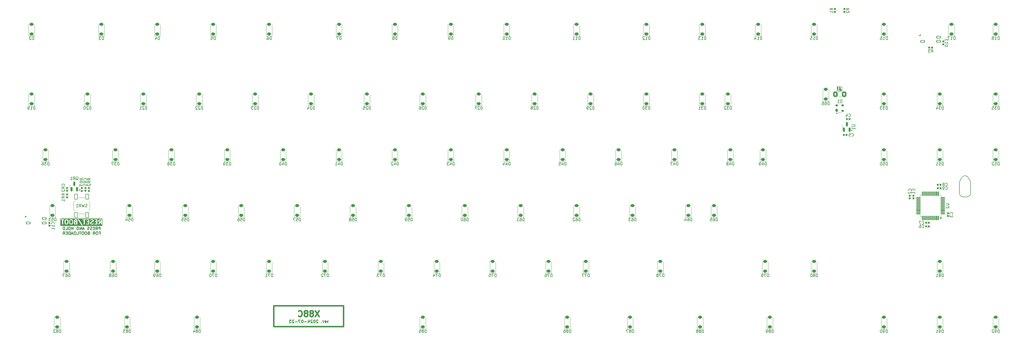
<source format=gbr>
%TF.GenerationSoftware,KiCad,Pcbnew,8.0.4*%
%TF.CreationDate,2024-07-23T18:50:18+08:00*%
%TF.ProjectId,X88C,58383843-2e6b-4696-9361-645f70636258,rev?*%
%TF.SameCoordinates,Original*%
%TF.FileFunction,Legend,Bot*%
%TF.FilePolarity,Positive*%
%FSLAX46Y46*%
G04 Gerber Fmt 4.6, Leading zero omitted, Abs format (unit mm)*
G04 Created by KiCad (PCBNEW 8.0.4) date 2024-07-23 18:50:18*
%MOMM*%
%LPD*%
G01*
G04 APERTURE LIST*
G04 Aperture macros list*
%AMRoundRect*
0 Rectangle with rounded corners*
0 $1 Rounding radius*
0 $2 $3 $4 $5 $6 $7 $8 $9 X,Y pos of 4 corners*
0 Add a 4 corners polygon primitive as box body*
4,1,4,$2,$3,$4,$5,$6,$7,$8,$9,$2,$3,0*
0 Add four circle primitives for the rounded corners*
1,1,$1+$1,$2,$3*
1,1,$1+$1,$4,$5*
1,1,$1+$1,$6,$7*
1,1,$1+$1,$8,$9*
0 Add four rect primitives between the rounded corners*
20,1,$1+$1,$2,$3,$4,$5,0*
20,1,$1+$1,$4,$5,$6,$7,0*
20,1,$1+$1,$6,$7,$8,$9,0*
20,1,$1+$1,$8,$9,$2,$3,0*%
%AMFreePoly0*
4,1,35,0.337950,0.725020,0.369330,0.718778,0.387713,0.711163,0.414316,0.693388,0.428388,0.679316,0.446163,0.652713,0.453778,0.634330,0.460020,0.602950,0.461000,0.593000,0.461000,-0.593000,0.460020,-0.602950,0.453778,-0.634330,0.446163,-0.652713,0.428388,-0.679316,0.414316,-0.693388,0.387713,-0.711163,0.369330,-0.718778,0.337950,-0.725020,0.328000,-0.726000,0.000000,-0.726000,
-0.036062,-0.711062,-0.446062,-0.301062,-0.461000,-0.265000,-0.461000,0.593000,-0.460020,0.602950,-0.453778,0.634330,-0.446163,0.652713,-0.428388,0.679316,-0.414316,0.693388,-0.387713,0.711163,-0.369330,0.718778,-0.337950,0.725020,-0.328000,0.726000,0.328000,0.726000,0.337950,0.725020,0.337950,0.725020,$1*%
G04 Aperture macros list end*
%ADD10C,0.500000*%
%ADD11C,0.250000*%
%ADD12C,0.300000*%
%ADD13C,0.150000*%
%ADD14C,0.120000*%
%ADD15C,0.200000*%
%ADD16C,0.100000*%
%ADD17C,1.852000*%
%ADD18C,4.089800*%
%ADD19C,2.402000*%
%ADD20C,3.150000*%
%ADD21C,0.752000*%
%ADD22O,1.102000X2.202000*%
%ADD23O,1.102000X1.702000*%
%ADD24C,2.702000*%
%ADD25RoundRect,0.250500X0.400500X-0.250500X0.400500X0.250500X-0.400500X0.250500X-0.400500X-0.250500X0*%
%ADD26RoundRect,0.100500X0.100500X-0.688000X0.100500X0.688000X-0.100500X0.688000X-0.100500X-0.688000X0*%
%ADD27RoundRect,0.100500X0.688000X-0.100500X0.688000X0.100500X-0.688000X0.100500X-0.688000X-0.100500X0*%
%ADD28RoundRect,0.160500X-0.210500X0.160500X-0.210500X-0.160500X0.210500X-0.160500X0.210500X0.160500X0*%
%ADD29RoundRect,0.160500X-0.160500X-0.210500X0.160500X-0.210500X0.160500X0.210500X-0.160500X0.210500X0*%
%ADD30RoundRect,0.165500X0.165500X0.195500X-0.165500X0.195500X-0.165500X-0.195500X0.165500X-0.195500X0*%
%ADD31RoundRect,0.051000X-0.500000X0.850000X-0.500000X-0.850000X0.500000X-0.850000X0.500000X0.850000X0*%
%ADD32RoundRect,0.092200X-0.633800X0.368800X-0.633800X-0.368800X0.633800X-0.368800X0.633800X0.368800X0*%
%ADD33FreePoly0,270.000000*%
%ADD34RoundRect,0.165500X-0.195500X0.165500X-0.195500X-0.165500X0.195500X-0.165500X0.195500X0.165500X0*%
%ADD35RoundRect,0.175500X0.175500X-0.613000X0.175500X0.613000X-0.175500X0.613000X-0.175500X-0.613000X0*%
%ADD36RoundRect,0.165500X0.195500X-0.165500X0.195500X0.165500X-0.195500X0.165500X-0.195500X-0.165500X0*%
%ADD37RoundRect,0.200500X-0.200500X-0.350500X0.200500X-0.350500X0.200500X0.350500X-0.200500X0.350500X0*%
%ADD38RoundRect,0.175500X-0.225500X-0.175500X0.225500X-0.175500X0.225500X0.175500X-0.225500X0.175500X0*%
%ADD39C,1.092600*%
%ADD40C,0.889400*%
%ADD41RoundRect,0.165500X-0.165500X-0.195500X0.165500X-0.195500X0.165500X0.195500X-0.165500X0.195500X0*%
%ADD42RoundRect,0.160500X0.210500X-0.160500X0.210500X0.160500X-0.210500X0.160500X-0.210500X-0.160500X0*%
%ADD43RoundRect,0.267895X0.495605X0.658105X-0.495605X0.658105X-0.495605X-0.658105X0.495605X-0.658105X0*%
G04 APERTURE END LIST*
D10*
X85725000Y-96043750D02*
X109537500Y-96043750D01*
X109537500Y-103187500D01*
X85725000Y-103187500D01*
X85725000Y-96043750D01*
X101202678Y-97741738D02*
X99869345Y-99741738D01*
X99869345Y-97741738D02*
X101202678Y-99741738D01*
X98821726Y-98598880D02*
X99012202Y-98503642D01*
X99012202Y-98503642D02*
X99107440Y-98408404D01*
X99107440Y-98408404D02*
X99202678Y-98217928D01*
X99202678Y-98217928D02*
X99202678Y-98122690D01*
X99202678Y-98122690D02*
X99107440Y-97932214D01*
X99107440Y-97932214D02*
X99012202Y-97836976D01*
X99012202Y-97836976D02*
X98821726Y-97741738D01*
X98821726Y-97741738D02*
X98440773Y-97741738D01*
X98440773Y-97741738D02*
X98250297Y-97836976D01*
X98250297Y-97836976D02*
X98155059Y-97932214D01*
X98155059Y-97932214D02*
X98059821Y-98122690D01*
X98059821Y-98122690D02*
X98059821Y-98217928D01*
X98059821Y-98217928D02*
X98155059Y-98408404D01*
X98155059Y-98408404D02*
X98250297Y-98503642D01*
X98250297Y-98503642D02*
X98440773Y-98598880D01*
X98440773Y-98598880D02*
X98821726Y-98598880D01*
X98821726Y-98598880D02*
X99012202Y-98694119D01*
X99012202Y-98694119D02*
X99107440Y-98789357D01*
X99107440Y-98789357D02*
X99202678Y-98979833D01*
X99202678Y-98979833D02*
X99202678Y-99360785D01*
X99202678Y-99360785D02*
X99107440Y-99551261D01*
X99107440Y-99551261D02*
X99012202Y-99646500D01*
X99012202Y-99646500D02*
X98821726Y-99741738D01*
X98821726Y-99741738D02*
X98440773Y-99741738D01*
X98440773Y-99741738D02*
X98250297Y-99646500D01*
X98250297Y-99646500D02*
X98155059Y-99551261D01*
X98155059Y-99551261D02*
X98059821Y-99360785D01*
X98059821Y-99360785D02*
X98059821Y-98979833D01*
X98059821Y-98979833D02*
X98155059Y-98789357D01*
X98155059Y-98789357D02*
X98250297Y-98694119D01*
X98250297Y-98694119D02*
X98440773Y-98598880D01*
X96916964Y-98598880D02*
X97107440Y-98503642D01*
X97107440Y-98503642D02*
X97202678Y-98408404D01*
X97202678Y-98408404D02*
X97297916Y-98217928D01*
X97297916Y-98217928D02*
X97297916Y-98122690D01*
X97297916Y-98122690D02*
X97202678Y-97932214D01*
X97202678Y-97932214D02*
X97107440Y-97836976D01*
X97107440Y-97836976D02*
X96916964Y-97741738D01*
X96916964Y-97741738D02*
X96536011Y-97741738D01*
X96536011Y-97741738D02*
X96345535Y-97836976D01*
X96345535Y-97836976D02*
X96250297Y-97932214D01*
X96250297Y-97932214D02*
X96155059Y-98122690D01*
X96155059Y-98122690D02*
X96155059Y-98217928D01*
X96155059Y-98217928D02*
X96250297Y-98408404D01*
X96250297Y-98408404D02*
X96345535Y-98503642D01*
X96345535Y-98503642D02*
X96536011Y-98598880D01*
X96536011Y-98598880D02*
X96916964Y-98598880D01*
X96916964Y-98598880D02*
X97107440Y-98694119D01*
X97107440Y-98694119D02*
X97202678Y-98789357D01*
X97202678Y-98789357D02*
X97297916Y-98979833D01*
X97297916Y-98979833D02*
X97297916Y-99360785D01*
X97297916Y-99360785D02*
X97202678Y-99551261D01*
X97202678Y-99551261D02*
X97107440Y-99646500D01*
X97107440Y-99646500D02*
X96916964Y-99741738D01*
X96916964Y-99741738D02*
X96536011Y-99741738D01*
X96536011Y-99741738D02*
X96345535Y-99646500D01*
X96345535Y-99646500D02*
X96250297Y-99551261D01*
X96250297Y-99551261D02*
X96155059Y-99360785D01*
X96155059Y-99360785D02*
X96155059Y-98979833D01*
X96155059Y-98979833D02*
X96250297Y-98789357D01*
X96250297Y-98789357D02*
X96345535Y-98694119D01*
X96345535Y-98694119D02*
X96536011Y-98598880D01*
X94155059Y-99551261D02*
X94250297Y-99646500D01*
X94250297Y-99646500D02*
X94536011Y-99741738D01*
X94536011Y-99741738D02*
X94726487Y-99741738D01*
X94726487Y-99741738D02*
X95012202Y-99646500D01*
X95012202Y-99646500D02*
X95202678Y-99456023D01*
X95202678Y-99456023D02*
X95297916Y-99265547D01*
X95297916Y-99265547D02*
X95393154Y-98884595D01*
X95393154Y-98884595D02*
X95393154Y-98598880D01*
X95393154Y-98598880D02*
X95297916Y-98217928D01*
X95297916Y-98217928D02*
X95202678Y-98027452D01*
X95202678Y-98027452D02*
X95012202Y-97836976D01*
X95012202Y-97836976D02*
X94726487Y-97741738D01*
X94726487Y-97741738D02*
X94536011Y-97741738D01*
X94536011Y-97741738D02*
X94250297Y-97836976D01*
X94250297Y-97836976D02*
X94155059Y-97932214D01*
D11*
X26573958Y-70090869D02*
X26573958Y-69090869D01*
X26573958Y-69090869D02*
X26193006Y-69090869D01*
X26193006Y-69090869D02*
X26097768Y-69138488D01*
X26097768Y-69138488D02*
X26050149Y-69186107D01*
X26050149Y-69186107D02*
X26002530Y-69281345D01*
X26002530Y-69281345D02*
X26002530Y-69424202D01*
X26002530Y-69424202D02*
X26050149Y-69519440D01*
X26050149Y-69519440D02*
X26097768Y-69567059D01*
X26097768Y-69567059D02*
X26193006Y-69614678D01*
X26193006Y-69614678D02*
X26573958Y-69614678D01*
X25002530Y-70090869D02*
X25335863Y-69614678D01*
X25573958Y-70090869D02*
X25573958Y-69090869D01*
X25573958Y-69090869D02*
X25193006Y-69090869D01*
X25193006Y-69090869D02*
X25097768Y-69138488D01*
X25097768Y-69138488D02*
X25050149Y-69186107D01*
X25050149Y-69186107D02*
X25002530Y-69281345D01*
X25002530Y-69281345D02*
X25002530Y-69424202D01*
X25002530Y-69424202D02*
X25050149Y-69519440D01*
X25050149Y-69519440D02*
X25097768Y-69567059D01*
X25097768Y-69567059D02*
X25193006Y-69614678D01*
X25193006Y-69614678D02*
X25573958Y-69614678D01*
X24573958Y-69567059D02*
X24240625Y-69567059D01*
X24097768Y-70090869D02*
X24573958Y-70090869D01*
X24573958Y-70090869D02*
X24573958Y-69090869D01*
X24573958Y-69090869D02*
X24097768Y-69090869D01*
X23716815Y-70043250D02*
X23573958Y-70090869D01*
X23573958Y-70090869D02*
X23335863Y-70090869D01*
X23335863Y-70090869D02*
X23240625Y-70043250D01*
X23240625Y-70043250D02*
X23193006Y-69995630D01*
X23193006Y-69995630D02*
X23145387Y-69900392D01*
X23145387Y-69900392D02*
X23145387Y-69805154D01*
X23145387Y-69805154D02*
X23193006Y-69709916D01*
X23193006Y-69709916D02*
X23240625Y-69662297D01*
X23240625Y-69662297D02*
X23335863Y-69614678D01*
X23335863Y-69614678D02*
X23526339Y-69567059D01*
X23526339Y-69567059D02*
X23621577Y-69519440D01*
X23621577Y-69519440D02*
X23669196Y-69471821D01*
X23669196Y-69471821D02*
X23716815Y-69376583D01*
X23716815Y-69376583D02*
X23716815Y-69281345D01*
X23716815Y-69281345D02*
X23669196Y-69186107D01*
X23669196Y-69186107D02*
X23621577Y-69138488D01*
X23621577Y-69138488D02*
X23526339Y-69090869D01*
X23526339Y-69090869D02*
X23288244Y-69090869D01*
X23288244Y-69090869D02*
X23145387Y-69138488D01*
X22764434Y-70043250D02*
X22621577Y-70090869D01*
X22621577Y-70090869D02*
X22383482Y-70090869D01*
X22383482Y-70090869D02*
X22288244Y-70043250D01*
X22288244Y-70043250D02*
X22240625Y-69995630D01*
X22240625Y-69995630D02*
X22193006Y-69900392D01*
X22193006Y-69900392D02*
X22193006Y-69805154D01*
X22193006Y-69805154D02*
X22240625Y-69709916D01*
X22240625Y-69709916D02*
X22288244Y-69662297D01*
X22288244Y-69662297D02*
X22383482Y-69614678D01*
X22383482Y-69614678D02*
X22573958Y-69567059D01*
X22573958Y-69567059D02*
X22669196Y-69519440D01*
X22669196Y-69519440D02*
X22716815Y-69471821D01*
X22716815Y-69471821D02*
X22764434Y-69376583D01*
X22764434Y-69376583D02*
X22764434Y-69281345D01*
X22764434Y-69281345D02*
X22716815Y-69186107D01*
X22716815Y-69186107D02*
X22669196Y-69138488D01*
X22669196Y-69138488D02*
X22573958Y-69090869D01*
X22573958Y-69090869D02*
X22335863Y-69090869D01*
X22335863Y-69090869D02*
X22193006Y-69138488D01*
X21050148Y-69805154D02*
X20573958Y-69805154D01*
X21145386Y-70090869D02*
X20812053Y-69090869D01*
X20812053Y-69090869D02*
X20478720Y-70090869D01*
X20145386Y-70090869D02*
X20145386Y-69090869D01*
X20145386Y-69090869D02*
X19573958Y-70090869D01*
X19573958Y-70090869D02*
X19573958Y-69090869D01*
X19097767Y-70090869D02*
X19097767Y-69090869D01*
X19097767Y-69090869D02*
X18859672Y-69090869D01*
X18859672Y-69090869D02*
X18716815Y-69138488D01*
X18716815Y-69138488D02*
X18621577Y-69233726D01*
X18621577Y-69233726D02*
X18573958Y-69328964D01*
X18573958Y-69328964D02*
X18526339Y-69519440D01*
X18526339Y-69519440D02*
X18526339Y-69662297D01*
X18526339Y-69662297D02*
X18573958Y-69852773D01*
X18573958Y-69852773D02*
X18621577Y-69948011D01*
X18621577Y-69948011D02*
X18716815Y-70043250D01*
X18716815Y-70043250D02*
X18859672Y-70090869D01*
X18859672Y-70090869D02*
X19097767Y-70090869D01*
X17335862Y-70090869D02*
X17335862Y-69090869D01*
X17335862Y-69567059D02*
X16764434Y-69567059D01*
X16764434Y-70090869D02*
X16764434Y-69090869D01*
X16097767Y-69090869D02*
X15907291Y-69090869D01*
X15907291Y-69090869D02*
X15812053Y-69138488D01*
X15812053Y-69138488D02*
X15716815Y-69233726D01*
X15716815Y-69233726D02*
X15669196Y-69424202D01*
X15669196Y-69424202D02*
X15669196Y-69757535D01*
X15669196Y-69757535D02*
X15716815Y-69948011D01*
X15716815Y-69948011D02*
X15812053Y-70043250D01*
X15812053Y-70043250D02*
X15907291Y-70090869D01*
X15907291Y-70090869D02*
X16097767Y-70090869D01*
X16097767Y-70090869D02*
X16193005Y-70043250D01*
X16193005Y-70043250D02*
X16288243Y-69948011D01*
X16288243Y-69948011D02*
X16335862Y-69757535D01*
X16335862Y-69757535D02*
X16335862Y-69424202D01*
X16335862Y-69424202D02*
X16288243Y-69233726D01*
X16288243Y-69233726D02*
X16193005Y-69138488D01*
X16193005Y-69138488D02*
X16097767Y-69090869D01*
X14764434Y-70090869D02*
X15240624Y-70090869D01*
X15240624Y-70090869D02*
X15240624Y-69090869D01*
X14431100Y-70090869D02*
X14431100Y-69090869D01*
X14431100Y-69090869D02*
X14193005Y-69090869D01*
X14193005Y-69090869D02*
X14050148Y-69138488D01*
X14050148Y-69138488D02*
X13954910Y-69233726D01*
X13954910Y-69233726D02*
X13907291Y-69328964D01*
X13907291Y-69328964D02*
X13859672Y-69519440D01*
X13859672Y-69519440D02*
X13859672Y-69662297D01*
X13859672Y-69662297D02*
X13907291Y-69852773D01*
X13907291Y-69852773D02*
X13954910Y-69948011D01*
X13954910Y-69948011D02*
X14050148Y-70043250D01*
X14050148Y-70043250D02*
X14193005Y-70090869D01*
X14193005Y-70090869D02*
X14431100Y-70090869D01*
X26240625Y-71177003D02*
X26573958Y-71177003D01*
X26573958Y-71700813D02*
X26573958Y-70700813D01*
X26573958Y-70700813D02*
X26097768Y-70700813D01*
X25526339Y-70700813D02*
X25335863Y-70700813D01*
X25335863Y-70700813D02*
X25240625Y-70748432D01*
X25240625Y-70748432D02*
X25145387Y-70843670D01*
X25145387Y-70843670D02*
X25097768Y-71034146D01*
X25097768Y-71034146D02*
X25097768Y-71367479D01*
X25097768Y-71367479D02*
X25145387Y-71557955D01*
X25145387Y-71557955D02*
X25240625Y-71653194D01*
X25240625Y-71653194D02*
X25335863Y-71700813D01*
X25335863Y-71700813D02*
X25526339Y-71700813D01*
X25526339Y-71700813D02*
X25621577Y-71653194D01*
X25621577Y-71653194D02*
X25716815Y-71557955D01*
X25716815Y-71557955D02*
X25764434Y-71367479D01*
X25764434Y-71367479D02*
X25764434Y-71034146D01*
X25764434Y-71034146D02*
X25716815Y-70843670D01*
X25716815Y-70843670D02*
X25621577Y-70748432D01*
X25621577Y-70748432D02*
X25526339Y-70700813D01*
X24097768Y-71700813D02*
X24431101Y-71224622D01*
X24669196Y-71700813D02*
X24669196Y-70700813D01*
X24669196Y-70700813D02*
X24288244Y-70700813D01*
X24288244Y-70700813D02*
X24193006Y-70748432D01*
X24193006Y-70748432D02*
X24145387Y-70796051D01*
X24145387Y-70796051D02*
X24097768Y-70891289D01*
X24097768Y-70891289D02*
X24097768Y-71034146D01*
X24097768Y-71034146D02*
X24145387Y-71129384D01*
X24145387Y-71129384D02*
X24193006Y-71177003D01*
X24193006Y-71177003D02*
X24288244Y-71224622D01*
X24288244Y-71224622D02*
X24669196Y-71224622D01*
X22573958Y-71177003D02*
X22431101Y-71224622D01*
X22431101Y-71224622D02*
X22383482Y-71272241D01*
X22383482Y-71272241D02*
X22335863Y-71367479D01*
X22335863Y-71367479D02*
X22335863Y-71510336D01*
X22335863Y-71510336D02*
X22383482Y-71605574D01*
X22383482Y-71605574D02*
X22431101Y-71653194D01*
X22431101Y-71653194D02*
X22526339Y-71700813D01*
X22526339Y-71700813D02*
X22907291Y-71700813D01*
X22907291Y-71700813D02*
X22907291Y-70700813D01*
X22907291Y-70700813D02*
X22573958Y-70700813D01*
X22573958Y-70700813D02*
X22478720Y-70748432D01*
X22478720Y-70748432D02*
X22431101Y-70796051D01*
X22431101Y-70796051D02*
X22383482Y-70891289D01*
X22383482Y-70891289D02*
X22383482Y-70986527D01*
X22383482Y-70986527D02*
X22431101Y-71081765D01*
X22431101Y-71081765D02*
X22478720Y-71129384D01*
X22478720Y-71129384D02*
X22573958Y-71177003D01*
X22573958Y-71177003D02*
X22907291Y-71177003D01*
X21716815Y-70700813D02*
X21526339Y-70700813D01*
X21526339Y-70700813D02*
X21431101Y-70748432D01*
X21431101Y-70748432D02*
X21335863Y-70843670D01*
X21335863Y-70843670D02*
X21288244Y-71034146D01*
X21288244Y-71034146D02*
X21288244Y-71367479D01*
X21288244Y-71367479D02*
X21335863Y-71557955D01*
X21335863Y-71557955D02*
X21431101Y-71653194D01*
X21431101Y-71653194D02*
X21526339Y-71700813D01*
X21526339Y-71700813D02*
X21716815Y-71700813D01*
X21716815Y-71700813D02*
X21812053Y-71653194D01*
X21812053Y-71653194D02*
X21907291Y-71557955D01*
X21907291Y-71557955D02*
X21954910Y-71367479D01*
X21954910Y-71367479D02*
X21954910Y-71034146D01*
X21954910Y-71034146D02*
X21907291Y-70843670D01*
X21907291Y-70843670D02*
X21812053Y-70748432D01*
X21812053Y-70748432D02*
X21716815Y-70700813D01*
X20669196Y-70700813D02*
X20478720Y-70700813D01*
X20478720Y-70700813D02*
X20383482Y-70748432D01*
X20383482Y-70748432D02*
X20288244Y-70843670D01*
X20288244Y-70843670D02*
X20240625Y-71034146D01*
X20240625Y-71034146D02*
X20240625Y-71367479D01*
X20240625Y-71367479D02*
X20288244Y-71557955D01*
X20288244Y-71557955D02*
X20383482Y-71653194D01*
X20383482Y-71653194D02*
X20478720Y-71700813D01*
X20478720Y-71700813D02*
X20669196Y-71700813D01*
X20669196Y-71700813D02*
X20764434Y-71653194D01*
X20764434Y-71653194D02*
X20859672Y-71557955D01*
X20859672Y-71557955D02*
X20907291Y-71367479D01*
X20907291Y-71367479D02*
X20907291Y-71034146D01*
X20907291Y-71034146D02*
X20859672Y-70843670D01*
X20859672Y-70843670D02*
X20764434Y-70748432D01*
X20764434Y-70748432D02*
X20669196Y-70700813D01*
X19954910Y-70700813D02*
X19383482Y-70700813D01*
X19669196Y-71700813D02*
X19669196Y-70700813D01*
X18573958Y-71700813D02*
X19050148Y-71700813D01*
X19050148Y-71700813D02*
X19050148Y-70700813D01*
X18050148Y-70700813D02*
X17859672Y-70700813D01*
X17859672Y-70700813D02*
X17764434Y-70748432D01*
X17764434Y-70748432D02*
X17669196Y-70843670D01*
X17669196Y-70843670D02*
X17621577Y-71034146D01*
X17621577Y-71034146D02*
X17621577Y-71367479D01*
X17621577Y-71367479D02*
X17669196Y-71557955D01*
X17669196Y-71557955D02*
X17764434Y-71653194D01*
X17764434Y-71653194D02*
X17859672Y-71700813D01*
X17859672Y-71700813D02*
X18050148Y-71700813D01*
X18050148Y-71700813D02*
X18145386Y-71653194D01*
X18145386Y-71653194D02*
X18240624Y-71557955D01*
X18240624Y-71557955D02*
X18288243Y-71367479D01*
X18288243Y-71367479D02*
X18288243Y-71034146D01*
X18288243Y-71034146D02*
X18240624Y-70843670D01*
X18240624Y-70843670D02*
X18145386Y-70748432D01*
X18145386Y-70748432D02*
X18050148Y-70700813D01*
X17240624Y-71415098D02*
X16764434Y-71415098D01*
X17335862Y-71700813D02*
X17002529Y-70700813D01*
X17002529Y-70700813D02*
X16669196Y-71700813D01*
X16335862Y-71700813D02*
X16335862Y-70700813D01*
X16335862Y-70700813D02*
X16097767Y-70700813D01*
X16097767Y-70700813D02*
X15954910Y-70748432D01*
X15954910Y-70748432D02*
X15859672Y-70843670D01*
X15859672Y-70843670D02*
X15812053Y-70938908D01*
X15812053Y-70938908D02*
X15764434Y-71129384D01*
X15764434Y-71129384D02*
X15764434Y-71272241D01*
X15764434Y-71272241D02*
X15812053Y-71462717D01*
X15812053Y-71462717D02*
X15859672Y-71557955D01*
X15859672Y-71557955D02*
X15954910Y-71653194D01*
X15954910Y-71653194D02*
X16097767Y-71700813D01*
X16097767Y-71700813D02*
X16335862Y-71700813D01*
X15335862Y-71177003D02*
X15002529Y-71177003D01*
X14859672Y-71700813D02*
X15335862Y-71700813D01*
X15335862Y-71700813D02*
X15335862Y-70700813D01*
X15335862Y-70700813D02*
X14859672Y-70700813D01*
X13859672Y-71700813D02*
X14193005Y-71224622D01*
X14431100Y-71700813D02*
X14431100Y-70700813D01*
X14431100Y-70700813D02*
X14050148Y-70700813D01*
X14050148Y-70700813D02*
X13954910Y-70748432D01*
X13954910Y-70748432D02*
X13907291Y-70796051D01*
X13907291Y-70796051D02*
X13859672Y-70891289D01*
X13859672Y-70891289D02*
X13859672Y-71034146D01*
X13859672Y-71034146D02*
X13907291Y-71129384D01*
X13907291Y-71129384D02*
X13954910Y-71177003D01*
X13954910Y-71177003D02*
X14050148Y-71224622D01*
X14050148Y-71224622D02*
X14431100Y-71224622D01*
D12*
G36*
X15294628Y-66841785D02*
G01*
X15390894Y-66938051D01*
X15447767Y-67165541D01*
X15447767Y-67628614D01*
X15390894Y-67856104D01*
X15294628Y-67952371D01*
X15205215Y-67997078D01*
X14990320Y-67997078D01*
X14900907Y-67952371D01*
X14804640Y-67856104D01*
X14747767Y-67628612D01*
X14747767Y-67165543D01*
X14804640Y-66938051D01*
X14900907Y-66841784D01*
X14990320Y-66797078D01*
X15205214Y-66797078D01*
X15294628Y-66841785D01*
G37*
G36*
X16866057Y-66841785D02*
G01*
X16962323Y-66938051D01*
X17019196Y-67165541D01*
X17019196Y-67628614D01*
X16962323Y-67856104D01*
X16866057Y-67952371D01*
X16776644Y-67997078D01*
X16561749Y-67997078D01*
X16472336Y-67952371D01*
X16376069Y-67856104D01*
X16319196Y-67628612D01*
X16319196Y-67165543D01*
X16376069Y-66938051D01*
X16472336Y-66841784D01*
X16561749Y-66797078D01*
X16776643Y-66797078D01*
X16866057Y-66841785D01*
G37*
G36*
X18447768Y-67997078D02*
G01*
X18061749Y-67997078D01*
X17972335Y-67952371D01*
X17935330Y-67915366D01*
X17890625Y-67825954D01*
X17890625Y-67682487D01*
X17935330Y-67593075D01*
X17964508Y-67563897D01*
X18122111Y-67511364D01*
X18447768Y-67511364D01*
X18447768Y-67997078D01*
G37*
G36*
X18447768Y-67211364D02*
G01*
X18133178Y-67211364D01*
X18043764Y-67166656D01*
X18006760Y-67129653D01*
X17962053Y-67040239D01*
X17962053Y-66968202D01*
X18006760Y-66878788D01*
X18043764Y-66841785D01*
X18133178Y-66797078D01*
X18447768Y-66797078D01*
X18447768Y-67211364D01*
G37*
G36*
X26804911Y-67282792D02*
G01*
X26418892Y-67282792D01*
X26329478Y-67238085D01*
X26292473Y-67201080D01*
X26247768Y-67111668D01*
X26247768Y-66968201D01*
X26292473Y-66878790D01*
X26329478Y-66841785D01*
X26418892Y-66797078D01*
X26804911Y-66797078D01*
X26804911Y-67282792D01*
G37*
G36*
X27271578Y-68820888D02*
G01*
X12998268Y-68820888D01*
X12998268Y-66617814D01*
X13164935Y-66617814D01*
X13164935Y-66676342D01*
X13187333Y-66730414D01*
X13228717Y-66771798D01*
X13282789Y-66794196D01*
X13312053Y-66797078D01*
X13590624Y-66797078D01*
X13590624Y-68147078D01*
X13593506Y-68176342D01*
X13615904Y-68230414D01*
X13657288Y-68271798D01*
X13711360Y-68294196D01*
X13769888Y-68294196D01*
X13823960Y-68271798D01*
X13865344Y-68230414D01*
X13887742Y-68176342D01*
X13890624Y-68147078D01*
X13890624Y-67147078D01*
X14447767Y-67147078D01*
X14447767Y-67647078D01*
X14448269Y-67652181D01*
X14447944Y-67654369D01*
X14449563Y-67665320D01*
X14450649Y-67676342D01*
X14451495Y-67678386D01*
X14452246Y-67683459D01*
X14523675Y-67969172D01*
X14533568Y-67996863D01*
X14540207Y-68005823D01*
X14544475Y-68016127D01*
X14563130Y-68038858D01*
X14705987Y-68181716D01*
X14717493Y-68191159D01*
X14720086Y-68194149D01*
X14724591Y-68196985D01*
X14728717Y-68200371D01*
X14732380Y-68201888D01*
X14744971Y-68209814D01*
X14887829Y-68281242D01*
X14915292Y-68291752D01*
X14920667Y-68292133D01*
X14925646Y-68294196D01*
X14954910Y-68297078D01*
X15240624Y-68297078D01*
X15269888Y-68294196D01*
X15274866Y-68292133D01*
X15280242Y-68291752D01*
X15307705Y-68281242D01*
X15450564Y-68209814D01*
X15463154Y-68201888D01*
X15466818Y-68200371D01*
X15470943Y-68196985D01*
X15475449Y-68194149D01*
X15478042Y-68191159D01*
X15489548Y-68181716D01*
X15632405Y-68038858D01*
X15651060Y-68016127D01*
X15655327Y-68005823D01*
X15661967Y-67996863D01*
X15671860Y-67969172D01*
X15743288Y-67683458D01*
X15744037Y-67678386D01*
X15744885Y-67676342D01*
X15745970Y-67665319D01*
X15747590Y-67654369D01*
X15747264Y-67652181D01*
X15747767Y-67647078D01*
X15747767Y-67147078D01*
X16019196Y-67147078D01*
X16019196Y-67647078D01*
X16019698Y-67652181D01*
X16019373Y-67654369D01*
X16020992Y-67665320D01*
X16022078Y-67676342D01*
X16022924Y-67678386D01*
X16023675Y-67683459D01*
X16095104Y-67969172D01*
X16104997Y-67996863D01*
X16111636Y-68005823D01*
X16115904Y-68016127D01*
X16134559Y-68038858D01*
X16277416Y-68181716D01*
X16288922Y-68191159D01*
X16291515Y-68194149D01*
X16296020Y-68196985D01*
X16300146Y-68200371D01*
X16303809Y-68201888D01*
X16316400Y-68209814D01*
X16459258Y-68281242D01*
X16486721Y-68291752D01*
X16492096Y-68292133D01*
X16497075Y-68294196D01*
X16526339Y-68297078D01*
X16812053Y-68297078D01*
X16841317Y-68294196D01*
X16846295Y-68292133D01*
X16851671Y-68291752D01*
X16879134Y-68281242D01*
X17021993Y-68209814D01*
X17034583Y-68201888D01*
X17038247Y-68200371D01*
X17042372Y-68196985D01*
X17046878Y-68194149D01*
X17049471Y-68191159D01*
X17060977Y-68181716D01*
X17203834Y-68038858D01*
X17222489Y-68016127D01*
X17226756Y-68005823D01*
X17233396Y-67996863D01*
X17243289Y-67969172D01*
X17314717Y-67683458D01*
X17315466Y-67678386D01*
X17316314Y-67676342D01*
X17317399Y-67665319D01*
X17319019Y-67654369D01*
X17318693Y-67652181D01*
X17319196Y-67647078D01*
X17590625Y-67647078D01*
X17590625Y-67861364D01*
X17593507Y-67890628D01*
X17595569Y-67895606D01*
X17595951Y-67900982D01*
X17606461Y-67928446D01*
X17677889Y-68071303D01*
X17685816Y-68083896D01*
X17687332Y-68087556D01*
X17690713Y-68091675D01*
X17693554Y-68096189D01*
X17696547Y-68098785D01*
X17705987Y-68110287D01*
X17777416Y-68181716D01*
X17788920Y-68191157D01*
X17791515Y-68194149D01*
X17796024Y-68196987D01*
X17800147Y-68200371D01*
X17803808Y-68201887D01*
X17816400Y-68209814D01*
X17959258Y-68281242D01*
X17986721Y-68291752D01*
X17992096Y-68292133D01*
X17997075Y-68294196D01*
X18026339Y-68297078D01*
X18597768Y-68297078D01*
X18627032Y-68294196D01*
X18681104Y-68271798D01*
X18722488Y-68230414D01*
X18744886Y-68176342D01*
X18747768Y-68147078D01*
X18747768Y-66647078D01*
X18744886Y-66617814D01*
X18727355Y-66575492D01*
X18947768Y-66575492D01*
X18959126Y-66632907D01*
X18972960Y-66658855D01*
X20258675Y-68587426D01*
X20277305Y-68610177D01*
X20325935Y-68642743D01*
X20383325Y-68654221D01*
X20440739Y-68642863D01*
X20489438Y-68610398D01*
X20522004Y-68561768D01*
X20533482Y-68504379D01*
X20522124Y-68446964D01*
X20508290Y-68421016D01*
X19306155Y-66617814D01*
X20522079Y-66617814D01*
X20522079Y-66676342D01*
X20544477Y-66730414D01*
X20585861Y-66771798D01*
X20639933Y-66794196D01*
X20669197Y-66797078D01*
X20947768Y-66797078D01*
X20947768Y-68147078D01*
X20950650Y-68176342D01*
X20973048Y-68230414D01*
X21014432Y-68271798D01*
X21068504Y-68294196D01*
X21127032Y-68294196D01*
X21181104Y-68271798D01*
X21222488Y-68230414D01*
X21244886Y-68176342D01*
X21247768Y-68147078D01*
X21247768Y-66797078D01*
X21526339Y-66797078D01*
X21555603Y-66794196D01*
X21609675Y-66771798D01*
X21651059Y-66730414D01*
X21673457Y-66676342D01*
X21673457Y-66617814D01*
X21807793Y-66617814D01*
X21807793Y-66676342D01*
X21830191Y-66730414D01*
X21871575Y-66771798D01*
X21925647Y-66794196D01*
X21954911Y-66797078D01*
X22519197Y-66797078D01*
X22519197Y-67211364D01*
X22169197Y-67211364D01*
X22139933Y-67214246D01*
X22085861Y-67236644D01*
X22044477Y-67278028D01*
X22022079Y-67332100D01*
X22022079Y-67390628D01*
X22044477Y-67444700D01*
X22085861Y-67486084D01*
X22139933Y-67508482D01*
X22169197Y-67511364D01*
X22519197Y-67511364D01*
X22519197Y-67997078D01*
X21954911Y-67997078D01*
X21925647Y-67999960D01*
X21871575Y-68022358D01*
X21830191Y-68063742D01*
X21807793Y-68117814D01*
X21807793Y-68176342D01*
X21830191Y-68230414D01*
X21871575Y-68271798D01*
X21925647Y-68294196D01*
X21954911Y-68297078D01*
X22669197Y-68297078D01*
X22698461Y-68294196D01*
X22752533Y-68271798D01*
X22793917Y-68230414D01*
X22816315Y-68176342D01*
X22819197Y-68147078D01*
X22819197Y-67718507D01*
X23162053Y-67718507D01*
X23162053Y-67861364D01*
X23164935Y-67890628D01*
X23166998Y-67895608D01*
X23167380Y-67900983D01*
X23177889Y-67928446D01*
X23249318Y-68071303D01*
X23257245Y-68083896D01*
X23258761Y-68087556D01*
X23262142Y-68091675D01*
X23264983Y-68096189D01*
X23267976Y-68098785D01*
X23277416Y-68110287D01*
X23348845Y-68181716D01*
X23360349Y-68191157D01*
X23362944Y-68194149D01*
X23367453Y-68196987D01*
X23371576Y-68200371D01*
X23375237Y-68201887D01*
X23387829Y-68209814D01*
X23530687Y-68281242D01*
X23558150Y-68291752D01*
X23563525Y-68292133D01*
X23568504Y-68294196D01*
X23597768Y-68297078D01*
X23954911Y-68297078D01*
X23969716Y-68295619D01*
X23973671Y-68295901D01*
X23978872Y-68294718D01*
X23984175Y-68294196D01*
X23987832Y-68292680D01*
X24002345Y-68289381D01*
X24216630Y-68217953D01*
X24243481Y-68205964D01*
X24287695Y-68167617D01*
X24313869Y-68115270D01*
X24318018Y-68056890D01*
X24299510Y-68001365D01*
X24261163Y-67957151D01*
X24208816Y-67930977D01*
X24150436Y-67926828D01*
X24121762Y-67933347D01*
X23930568Y-67997078D01*
X23633178Y-67997078D01*
X23543764Y-67952371D01*
X23506760Y-67915367D01*
X23462053Y-67825953D01*
X23462053Y-67753917D01*
X23506760Y-67664503D01*
X23543765Y-67627498D01*
X23650124Y-67574319D01*
X23919862Y-67506885D01*
X23922020Y-67506113D01*
X23923101Y-67506037D01*
X23935275Y-67501378D01*
X23947553Y-67496992D01*
X23948423Y-67496347D01*
X23950564Y-67495528D01*
X24093421Y-67424099D01*
X24106016Y-67416170D01*
X24109673Y-67414656D01*
X24113790Y-67411276D01*
X24118307Y-67408434D01*
X24120904Y-67405439D01*
X24132404Y-67396002D01*
X24203833Y-67324574D01*
X24213275Y-67313068D01*
X24216267Y-67310474D01*
X24219106Y-67305963D01*
X24222488Y-67301843D01*
X24224003Y-67298183D01*
X24231932Y-67285589D01*
X24303360Y-67142731D01*
X24313870Y-67115268D01*
X24314251Y-67109892D01*
X24316314Y-67104914D01*
X24319196Y-67075650D01*
X24319196Y-66932792D01*
X24316314Y-66903528D01*
X24314251Y-66898549D01*
X24313870Y-66893174D01*
X24303360Y-66865711D01*
X24231932Y-66722853D01*
X24224003Y-66710258D01*
X24222488Y-66706599D01*
X24219106Y-66702478D01*
X24216267Y-66697968D01*
X24213275Y-66695373D01*
X24203833Y-66683868D01*
X24137778Y-66617814D01*
X24593507Y-66617814D01*
X24593507Y-66676342D01*
X24615905Y-66730414D01*
X24657289Y-66771798D01*
X24711361Y-66794196D01*
X24740625Y-66797078D01*
X25304911Y-66797078D01*
X25304911Y-67211364D01*
X24954911Y-67211364D01*
X24925647Y-67214246D01*
X24871575Y-67236644D01*
X24830191Y-67278028D01*
X24807793Y-67332100D01*
X24807793Y-67390628D01*
X24830191Y-67444700D01*
X24871575Y-67486084D01*
X24925647Y-67508482D01*
X24954911Y-67511364D01*
X25304911Y-67511364D01*
X25304911Y-67997078D01*
X24740625Y-67997078D01*
X24711361Y-67999960D01*
X24657289Y-68022358D01*
X24615905Y-68063742D01*
X24593507Y-68117814D01*
X24593507Y-68176342D01*
X24615905Y-68230414D01*
X24657289Y-68271798D01*
X24711361Y-68294196D01*
X24740625Y-68297078D01*
X25454911Y-68297078D01*
X25484175Y-68294196D01*
X25538247Y-68271798D01*
X25579631Y-68230414D01*
X25602029Y-68176342D01*
X25604911Y-68147078D01*
X25604911Y-66932792D01*
X25947768Y-66932792D01*
X25947768Y-67147078D01*
X25950650Y-67176342D01*
X25952712Y-67181320D01*
X25953094Y-67186696D01*
X25963604Y-67214160D01*
X26035032Y-67357017D01*
X26042959Y-67369610D01*
X26044475Y-67373270D01*
X26047856Y-67377389D01*
X26050697Y-67381903D01*
X26053690Y-67384499D01*
X26063130Y-67396001D01*
X26134559Y-67467430D01*
X26146063Y-67476871D01*
X26148658Y-67479863D01*
X26153167Y-67482701D01*
X26157290Y-67486085D01*
X26160951Y-67487601D01*
X26173543Y-67495528D01*
X26316401Y-67566956D01*
X26319835Y-67568270D01*
X25974883Y-68061059D01*
X25960462Y-68086685D01*
X25947803Y-68143827D01*
X25957974Y-68201463D01*
X25989427Y-68250820D01*
X26037375Y-68284384D01*
X26094517Y-68297043D01*
X26152153Y-68286872D01*
X26201510Y-68255419D01*
X26220653Y-68233097D01*
X26675866Y-67582792D01*
X26804911Y-67582792D01*
X26804911Y-68147078D01*
X26807793Y-68176342D01*
X26830191Y-68230414D01*
X26871575Y-68271798D01*
X26925647Y-68294196D01*
X26984175Y-68294196D01*
X27038247Y-68271798D01*
X27079631Y-68230414D01*
X27102029Y-68176342D01*
X27104911Y-68147078D01*
X27104911Y-66647078D01*
X27102029Y-66617814D01*
X27079631Y-66563742D01*
X27038247Y-66522358D01*
X26984175Y-66499960D01*
X26954911Y-66497078D01*
X26383482Y-66497078D01*
X26354218Y-66499960D01*
X26349237Y-66502023D01*
X26343863Y-66502405D01*
X26316399Y-66512914D01*
X26173543Y-66584343D01*
X26160949Y-66592270D01*
X26157290Y-66593786D01*
X26153169Y-66597167D01*
X26148657Y-66600008D01*
X26146060Y-66603001D01*
X26134560Y-66612440D01*
X26063131Y-66683868D01*
X26053691Y-66695370D01*
X26050697Y-66697967D01*
X26047855Y-66702481D01*
X26044476Y-66706599D01*
X26042960Y-66710257D01*
X26035032Y-66722853D01*
X25963604Y-66865710D01*
X25953094Y-66893174D01*
X25952712Y-66898549D01*
X25950650Y-66903528D01*
X25947768Y-66932792D01*
X25604911Y-66932792D01*
X25604911Y-66647078D01*
X25602029Y-66617814D01*
X25579631Y-66563742D01*
X25538247Y-66522358D01*
X25484175Y-66499960D01*
X25454911Y-66497078D01*
X24740625Y-66497078D01*
X24711361Y-66499960D01*
X24657289Y-66522358D01*
X24615905Y-66563742D01*
X24593507Y-66617814D01*
X24137778Y-66617814D01*
X24132404Y-66612440D01*
X24120904Y-66603002D01*
X24118307Y-66600008D01*
X24113790Y-66597165D01*
X24109673Y-66593786D01*
X24106016Y-66592271D01*
X24093421Y-66584343D01*
X23950564Y-66512914D01*
X23923101Y-66502405D01*
X23917726Y-66502023D01*
X23912746Y-66499960D01*
X23883482Y-66497078D01*
X23526339Y-66497078D01*
X23511527Y-66498536D01*
X23507578Y-66498256D01*
X23502383Y-66499437D01*
X23497075Y-66499960D01*
X23493413Y-66501476D01*
X23478904Y-66504776D01*
X23264619Y-66576205D01*
X23237768Y-66588193D01*
X23193553Y-66626541D01*
X23167380Y-66678888D01*
X23163231Y-66737268D01*
X23181739Y-66792792D01*
X23220087Y-66837007D01*
X23272434Y-66863180D01*
X23330814Y-66867329D01*
X23359487Y-66860809D01*
X23550682Y-66797078D01*
X23848072Y-66797078D01*
X23937486Y-66841785D01*
X23974490Y-66878789D01*
X24019196Y-66968201D01*
X24019196Y-67040240D01*
X23974490Y-67129652D01*
X23937486Y-67166656D01*
X23831125Y-67219837D01*
X23561388Y-67287271D01*
X23559229Y-67288042D01*
X23558149Y-67288119D01*
X23545968Y-67292779D01*
X23533697Y-67297164D01*
X23532827Y-67297808D01*
X23530685Y-67298628D01*
X23387829Y-67370057D01*
X23375235Y-67377984D01*
X23371576Y-67379500D01*
X23367456Y-67382881D01*
X23362943Y-67385722D01*
X23360346Y-67388716D01*
X23348845Y-67398155D01*
X23277416Y-67469584D01*
X23267976Y-67481085D01*
X23264983Y-67483682D01*
X23262142Y-67488195D01*
X23258761Y-67492315D01*
X23257245Y-67495974D01*
X23249318Y-67508568D01*
X23177889Y-67651425D01*
X23167380Y-67678888D01*
X23166998Y-67684262D01*
X23164935Y-67689243D01*
X23162053Y-67718507D01*
X22819197Y-67718507D01*
X22819197Y-66647078D01*
X22816315Y-66617814D01*
X22793917Y-66563742D01*
X22752533Y-66522358D01*
X22698461Y-66499960D01*
X22669197Y-66497078D01*
X21954911Y-66497078D01*
X21925647Y-66499960D01*
X21871575Y-66522358D01*
X21830191Y-66563742D01*
X21807793Y-66617814D01*
X21673457Y-66617814D01*
X21651059Y-66563742D01*
X21609675Y-66522358D01*
X21555603Y-66499960D01*
X21526339Y-66497078D01*
X20669197Y-66497078D01*
X20639933Y-66499960D01*
X20585861Y-66522358D01*
X20544477Y-66563742D01*
X20522079Y-66617814D01*
X19306155Y-66617814D01*
X19222576Y-66492445D01*
X19203945Y-66469694D01*
X19155315Y-66437128D01*
X19097926Y-66425650D01*
X19040511Y-66437008D01*
X18991812Y-66469473D01*
X18959246Y-66518103D01*
X18947768Y-66575492D01*
X18727355Y-66575492D01*
X18722488Y-66563742D01*
X18681104Y-66522358D01*
X18627032Y-66499960D01*
X18597768Y-66497078D01*
X18097768Y-66497078D01*
X18068504Y-66499960D01*
X18063523Y-66502023D01*
X18058149Y-66502405D01*
X18030685Y-66512914D01*
X17887829Y-66584343D01*
X17875235Y-66592270D01*
X17871576Y-66593786D01*
X17867455Y-66597167D01*
X17862943Y-66600008D01*
X17860346Y-66603001D01*
X17848846Y-66612440D01*
X17777417Y-66683868D01*
X17767977Y-66695370D01*
X17764983Y-66697967D01*
X17762141Y-66702481D01*
X17758762Y-66706599D01*
X17757246Y-66710257D01*
X17749318Y-66722853D01*
X17677889Y-66865710D01*
X17667380Y-66893173D01*
X17666998Y-66898547D01*
X17664935Y-66903528D01*
X17662053Y-66932792D01*
X17662053Y-67075650D01*
X17664935Y-67104914D01*
X17666998Y-67109894D01*
X17667380Y-67115269D01*
X17677889Y-67142732D01*
X17749318Y-67285589D01*
X17757246Y-67298184D01*
X17758762Y-67301843D01*
X17762141Y-67305960D01*
X17764983Y-67310475D01*
X17767977Y-67313071D01*
X17777417Y-67324574D01*
X17778598Y-67325755D01*
X17777416Y-67326726D01*
X17705987Y-67398155D01*
X17696547Y-67409656D01*
X17693554Y-67412253D01*
X17690713Y-67416766D01*
X17687332Y-67420886D01*
X17685816Y-67424545D01*
X17677889Y-67437139D01*
X17606461Y-67579996D01*
X17595951Y-67607460D01*
X17595569Y-67612835D01*
X17593507Y-67617814D01*
X17590625Y-67647078D01*
X17319196Y-67647078D01*
X17319196Y-67147078D01*
X17318693Y-67141974D01*
X17319019Y-67139787D01*
X17317399Y-67128836D01*
X17316314Y-67117814D01*
X17315466Y-67115769D01*
X17314717Y-67110698D01*
X17243289Y-66824984D01*
X17233396Y-66797293D01*
X17226757Y-66788333D01*
X17222489Y-66778028D01*
X17203834Y-66755298D01*
X17060977Y-66612441D01*
X17049475Y-66603001D01*
X17046879Y-66600008D01*
X17042365Y-66597167D01*
X17038246Y-66593786D01*
X17034586Y-66592270D01*
X17021993Y-66584343D01*
X16879135Y-66512914D01*
X16851672Y-66502404D01*
X16846294Y-66502021D01*
X16841317Y-66499960D01*
X16812053Y-66497078D01*
X16526339Y-66497078D01*
X16497075Y-66499960D01*
X16492094Y-66502023D01*
X16486720Y-66502405D01*
X16459256Y-66512914D01*
X16316400Y-66584343D01*
X16303808Y-66592269D01*
X16300146Y-66593786D01*
X16296023Y-66597169D01*
X16291514Y-66600008D01*
X16288918Y-66603000D01*
X16277416Y-66612441D01*
X16134559Y-66755298D01*
X16115904Y-66778029D01*
X16111636Y-66788332D01*
X16104997Y-66797293D01*
X16095104Y-66824984D01*
X16023675Y-67110697D01*
X16022924Y-67115769D01*
X16022078Y-67117814D01*
X16020992Y-67128835D01*
X16019373Y-67139787D01*
X16019698Y-67141974D01*
X16019196Y-67147078D01*
X15747767Y-67147078D01*
X15747264Y-67141974D01*
X15747590Y-67139787D01*
X15745970Y-67128836D01*
X15744885Y-67117814D01*
X15744037Y-67115769D01*
X15743288Y-67110698D01*
X15671860Y-66824984D01*
X15661967Y-66797293D01*
X15655328Y-66788333D01*
X15651060Y-66778028D01*
X15632405Y-66755298D01*
X15489548Y-66612441D01*
X15478046Y-66603001D01*
X15475450Y-66600008D01*
X15470936Y-66597167D01*
X15466817Y-66593786D01*
X15463157Y-66592270D01*
X15450564Y-66584343D01*
X15307706Y-66512914D01*
X15280243Y-66502404D01*
X15274865Y-66502021D01*
X15269888Y-66499960D01*
X15240624Y-66497078D01*
X14954910Y-66497078D01*
X14925646Y-66499960D01*
X14920665Y-66502023D01*
X14915291Y-66502405D01*
X14887827Y-66512914D01*
X14744971Y-66584343D01*
X14732379Y-66592269D01*
X14728717Y-66593786D01*
X14724594Y-66597169D01*
X14720085Y-66600008D01*
X14717489Y-66603000D01*
X14705987Y-66612441D01*
X14563130Y-66755298D01*
X14544475Y-66778029D01*
X14540207Y-66788332D01*
X14533568Y-66797293D01*
X14523675Y-66824984D01*
X14452246Y-67110697D01*
X14451495Y-67115769D01*
X14450649Y-67117814D01*
X14449563Y-67128835D01*
X14447944Y-67139787D01*
X14448269Y-67141974D01*
X14447767Y-67147078D01*
X13890624Y-67147078D01*
X13890624Y-66797078D01*
X14169195Y-66797078D01*
X14198459Y-66794196D01*
X14252531Y-66771798D01*
X14293915Y-66730414D01*
X14316313Y-66676342D01*
X14316313Y-66617814D01*
X14293915Y-66563742D01*
X14252531Y-66522358D01*
X14198459Y-66499960D01*
X14169195Y-66497078D01*
X13312053Y-66497078D01*
X13282789Y-66499960D01*
X13228717Y-66522358D01*
X13187333Y-66563742D01*
X13164935Y-66617814D01*
X12998268Y-66617814D01*
X12998268Y-66258983D01*
X27271578Y-66258983D01*
X27271578Y-68820888D01*
G37*
D11*
X104274106Y-101174202D02*
X104036011Y-101840869D01*
X104036011Y-101840869D02*
X103797916Y-101174202D01*
X103036011Y-101793250D02*
X103131249Y-101840869D01*
X103131249Y-101840869D02*
X103321725Y-101840869D01*
X103321725Y-101840869D02*
X103416963Y-101793250D01*
X103416963Y-101793250D02*
X103464582Y-101698011D01*
X103464582Y-101698011D02*
X103464582Y-101317059D01*
X103464582Y-101317059D02*
X103416963Y-101221821D01*
X103416963Y-101221821D02*
X103321725Y-101174202D01*
X103321725Y-101174202D02*
X103131249Y-101174202D01*
X103131249Y-101174202D02*
X103036011Y-101221821D01*
X103036011Y-101221821D02*
X102988392Y-101317059D01*
X102988392Y-101317059D02*
X102988392Y-101412297D01*
X102988392Y-101412297D02*
X103464582Y-101507535D01*
X102559820Y-101840869D02*
X102559820Y-101174202D01*
X102559820Y-101364678D02*
X102512201Y-101269440D01*
X102512201Y-101269440D02*
X102464582Y-101221821D01*
X102464582Y-101221821D02*
X102369344Y-101174202D01*
X102369344Y-101174202D02*
X102274106Y-101174202D01*
X101940772Y-101745630D02*
X101893153Y-101793250D01*
X101893153Y-101793250D02*
X101940772Y-101840869D01*
X101940772Y-101840869D02*
X101988391Y-101793250D01*
X101988391Y-101793250D02*
X101940772Y-101745630D01*
X101940772Y-101745630D02*
X101940772Y-101840869D01*
X100750296Y-100936107D02*
X100702677Y-100888488D01*
X100702677Y-100888488D02*
X100607439Y-100840869D01*
X100607439Y-100840869D02*
X100369344Y-100840869D01*
X100369344Y-100840869D02*
X100274106Y-100888488D01*
X100274106Y-100888488D02*
X100226487Y-100936107D01*
X100226487Y-100936107D02*
X100178868Y-101031345D01*
X100178868Y-101031345D02*
X100178868Y-101126583D01*
X100178868Y-101126583D02*
X100226487Y-101269440D01*
X100226487Y-101269440D02*
X100797915Y-101840869D01*
X100797915Y-101840869D02*
X100178868Y-101840869D01*
X99559820Y-100840869D02*
X99464582Y-100840869D01*
X99464582Y-100840869D02*
X99369344Y-100888488D01*
X99369344Y-100888488D02*
X99321725Y-100936107D01*
X99321725Y-100936107D02*
X99274106Y-101031345D01*
X99274106Y-101031345D02*
X99226487Y-101221821D01*
X99226487Y-101221821D02*
X99226487Y-101459916D01*
X99226487Y-101459916D02*
X99274106Y-101650392D01*
X99274106Y-101650392D02*
X99321725Y-101745630D01*
X99321725Y-101745630D02*
X99369344Y-101793250D01*
X99369344Y-101793250D02*
X99464582Y-101840869D01*
X99464582Y-101840869D02*
X99559820Y-101840869D01*
X99559820Y-101840869D02*
X99655058Y-101793250D01*
X99655058Y-101793250D02*
X99702677Y-101745630D01*
X99702677Y-101745630D02*
X99750296Y-101650392D01*
X99750296Y-101650392D02*
X99797915Y-101459916D01*
X99797915Y-101459916D02*
X99797915Y-101221821D01*
X99797915Y-101221821D02*
X99750296Y-101031345D01*
X99750296Y-101031345D02*
X99702677Y-100936107D01*
X99702677Y-100936107D02*
X99655058Y-100888488D01*
X99655058Y-100888488D02*
X99559820Y-100840869D01*
X98845534Y-100936107D02*
X98797915Y-100888488D01*
X98797915Y-100888488D02*
X98702677Y-100840869D01*
X98702677Y-100840869D02*
X98464582Y-100840869D01*
X98464582Y-100840869D02*
X98369344Y-100888488D01*
X98369344Y-100888488D02*
X98321725Y-100936107D01*
X98321725Y-100936107D02*
X98274106Y-101031345D01*
X98274106Y-101031345D02*
X98274106Y-101126583D01*
X98274106Y-101126583D02*
X98321725Y-101269440D01*
X98321725Y-101269440D02*
X98893153Y-101840869D01*
X98893153Y-101840869D02*
X98274106Y-101840869D01*
X97416963Y-101174202D02*
X97416963Y-101840869D01*
X97655058Y-100793250D02*
X97893153Y-101507535D01*
X97893153Y-101507535D02*
X97274106Y-101507535D01*
X96893153Y-101459916D02*
X96131249Y-101459916D01*
X95464582Y-100840869D02*
X95369344Y-100840869D01*
X95369344Y-100840869D02*
X95274106Y-100888488D01*
X95274106Y-100888488D02*
X95226487Y-100936107D01*
X95226487Y-100936107D02*
X95178868Y-101031345D01*
X95178868Y-101031345D02*
X95131249Y-101221821D01*
X95131249Y-101221821D02*
X95131249Y-101459916D01*
X95131249Y-101459916D02*
X95178868Y-101650392D01*
X95178868Y-101650392D02*
X95226487Y-101745630D01*
X95226487Y-101745630D02*
X95274106Y-101793250D01*
X95274106Y-101793250D02*
X95369344Y-101840869D01*
X95369344Y-101840869D02*
X95464582Y-101840869D01*
X95464582Y-101840869D02*
X95559820Y-101793250D01*
X95559820Y-101793250D02*
X95607439Y-101745630D01*
X95607439Y-101745630D02*
X95655058Y-101650392D01*
X95655058Y-101650392D02*
X95702677Y-101459916D01*
X95702677Y-101459916D02*
X95702677Y-101221821D01*
X95702677Y-101221821D02*
X95655058Y-101031345D01*
X95655058Y-101031345D02*
X95607439Y-100936107D01*
X95607439Y-100936107D02*
X95559820Y-100888488D01*
X95559820Y-100888488D02*
X95464582Y-100840869D01*
X94797915Y-100840869D02*
X94131249Y-100840869D01*
X94131249Y-100840869D02*
X94559820Y-101840869D01*
X93750296Y-101459916D02*
X92988392Y-101459916D01*
X92559820Y-100936107D02*
X92512201Y-100888488D01*
X92512201Y-100888488D02*
X92416963Y-100840869D01*
X92416963Y-100840869D02*
X92178868Y-100840869D01*
X92178868Y-100840869D02*
X92083630Y-100888488D01*
X92083630Y-100888488D02*
X92036011Y-100936107D01*
X92036011Y-100936107D02*
X91988392Y-101031345D01*
X91988392Y-101031345D02*
X91988392Y-101126583D01*
X91988392Y-101126583D02*
X92036011Y-101269440D01*
X92036011Y-101269440D02*
X92607439Y-101840869D01*
X92607439Y-101840869D02*
X91988392Y-101840869D01*
X91655058Y-100840869D02*
X91036011Y-100840869D01*
X91036011Y-100840869D02*
X91369344Y-101221821D01*
X91369344Y-101221821D02*
X91226487Y-101221821D01*
X91226487Y-101221821D02*
X91131249Y-101269440D01*
X91131249Y-101269440D02*
X91083630Y-101317059D01*
X91083630Y-101317059D02*
X91036011Y-101412297D01*
X91036011Y-101412297D02*
X91036011Y-101650392D01*
X91036011Y-101650392D02*
X91083630Y-101745630D01*
X91083630Y-101745630D02*
X91131249Y-101793250D01*
X91131249Y-101793250D02*
X91226487Y-101840869D01*
X91226487Y-101840869D02*
X91512201Y-101840869D01*
X91512201Y-101840869D02*
X91607439Y-101793250D01*
X91607439Y-101793250D02*
X91655058Y-101745630D01*
D13*
X56776785Y-67129819D02*
X56776785Y-66129819D01*
X56776785Y-66129819D02*
X56538690Y-66129819D01*
X56538690Y-66129819D02*
X56395833Y-66177438D01*
X56395833Y-66177438D02*
X56300595Y-66272676D01*
X56300595Y-66272676D02*
X56252976Y-66367914D01*
X56252976Y-66367914D02*
X56205357Y-66558390D01*
X56205357Y-66558390D02*
X56205357Y-66701247D01*
X56205357Y-66701247D02*
X56252976Y-66891723D01*
X56252976Y-66891723D02*
X56300595Y-66986961D01*
X56300595Y-66986961D02*
X56395833Y-67082200D01*
X56395833Y-67082200D02*
X56538690Y-67129819D01*
X56538690Y-67129819D02*
X56776785Y-67129819D01*
X55300595Y-66129819D02*
X55776785Y-66129819D01*
X55776785Y-66129819D02*
X55824404Y-66606009D01*
X55824404Y-66606009D02*
X55776785Y-66558390D01*
X55776785Y-66558390D02*
X55681547Y-66510771D01*
X55681547Y-66510771D02*
X55443452Y-66510771D01*
X55443452Y-66510771D02*
X55348214Y-66558390D01*
X55348214Y-66558390D02*
X55300595Y-66606009D01*
X55300595Y-66606009D02*
X55252976Y-66701247D01*
X55252976Y-66701247D02*
X55252976Y-66939342D01*
X55252976Y-66939342D02*
X55300595Y-67034580D01*
X55300595Y-67034580D02*
X55348214Y-67082200D01*
X55348214Y-67082200D02*
X55443452Y-67129819D01*
X55443452Y-67129819D02*
X55681547Y-67129819D01*
X55681547Y-67129819D02*
X55776785Y-67082200D01*
X55776785Y-67082200D02*
X55824404Y-67034580D01*
X54348214Y-66129819D02*
X54824404Y-66129819D01*
X54824404Y-66129819D02*
X54872023Y-66606009D01*
X54872023Y-66606009D02*
X54824404Y-66558390D01*
X54824404Y-66558390D02*
X54729166Y-66510771D01*
X54729166Y-66510771D02*
X54491071Y-66510771D01*
X54491071Y-66510771D02*
X54395833Y-66558390D01*
X54395833Y-66558390D02*
X54348214Y-66606009D01*
X54348214Y-66606009D02*
X54300595Y-66701247D01*
X54300595Y-66701247D02*
X54300595Y-66939342D01*
X54300595Y-66939342D02*
X54348214Y-67034580D01*
X54348214Y-67034580D02*
X54395833Y-67082200D01*
X54395833Y-67082200D02*
X54491071Y-67129819D01*
X54491071Y-67129819D02*
X54729166Y-67129819D01*
X54729166Y-67129819D02*
X54824404Y-67082200D01*
X54824404Y-67082200D02*
X54872023Y-67034580D01*
X13120535Y-105229819D02*
X13120535Y-104229819D01*
X13120535Y-104229819D02*
X12882440Y-104229819D01*
X12882440Y-104229819D02*
X12739583Y-104277438D01*
X12739583Y-104277438D02*
X12644345Y-104372676D01*
X12644345Y-104372676D02*
X12596726Y-104467914D01*
X12596726Y-104467914D02*
X12549107Y-104658390D01*
X12549107Y-104658390D02*
X12549107Y-104801247D01*
X12549107Y-104801247D02*
X12596726Y-104991723D01*
X12596726Y-104991723D02*
X12644345Y-105086961D01*
X12644345Y-105086961D02*
X12739583Y-105182200D01*
X12739583Y-105182200D02*
X12882440Y-105229819D01*
X12882440Y-105229819D02*
X13120535Y-105229819D01*
X11977678Y-104658390D02*
X12072916Y-104610771D01*
X12072916Y-104610771D02*
X12120535Y-104563152D01*
X12120535Y-104563152D02*
X12168154Y-104467914D01*
X12168154Y-104467914D02*
X12168154Y-104420295D01*
X12168154Y-104420295D02*
X12120535Y-104325057D01*
X12120535Y-104325057D02*
X12072916Y-104277438D01*
X12072916Y-104277438D02*
X11977678Y-104229819D01*
X11977678Y-104229819D02*
X11787202Y-104229819D01*
X11787202Y-104229819D02*
X11691964Y-104277438D01*
X11691964Y-104277438D02*
X11644345Y-104325057D01*
X11644345Y-104325057D02*
X11596726Y-104420295D01*
X11596726Y-104420295D02*
X11596726Y-104467914D01*
X11596726Y-104467914D02*
X11644345Y-104563152D01*
X11644345Y-104563152D02*
X11691964Y-104610771D01*
X11691964Y-104610771D02*
X11787202Y-104658390D01*
X11787202Y-104658390D02*
X11977678Y-104658390D01*
X11977678Y-104658390D02*
X12072916Y-104706009D01*
X12072916Y-104706009D02*
X12120535Y-104753628D01*
X12120535Y-104753628D02*
X12168154Y-104848866D01*
X12168154Y-104848866D02*
X12168154Y-105039342D01*
X12168154Y-105039342D02*
X12120535Y-105134580D01*
X12120535Y-105134580D02*
X12072916Y-105182200D01*
X12072916Y-105182200D02*
X11977678Y-105229819D01*
X11977678Y-105229819D02*
X11787202Y-105229819D01*
X11787202Y-105229819D02*
X11691964Y-105182200D01*
X11691964Y-105182200D02*
X11644345Y-105134580D01*
X11644345Y-105134580D02*
X11596726Y-105039342D01*
X11596726Y-105039342D02*
X11596726Y-104848866D01*
X11596726Y-104848866D02*
X11644345Y-104753628D01*
X11644345Y-104753628D02*
X11691964Y-104706009D01*
X11691964Y-104706009D02*
X11787202Y-104658390D01*
X11215773Y-104325057D02*
X11168154Y-104277438D01*
X11168154Y-104277438D02*
X11072916Y-104229819D01*
X11072916Y-104229819D02*
X10834821Y-104229819D01*
X10834821Y-104229819D02*
X10739583Y-104277438D01*
X10739583Y-104277438D02*
X10691964Y-104325057D01*
X10691964Y-104325057D02*
X10644345Y-104420295D01*
X10644345Y-104420295D02*
X10644345Y-104515533D01*
X10644345Y-104515533D02*
X10691964Y-104658390D01*
X10691964Y-104658390D02*
X11263392Y-105229819D01*
X11263392Y-105229819D02*
X10644345Y-105229819D01*
X108688094Y-5217319D02*
X108688094Y-4217319D01*
X108688094Y-4217319D02*
X108449999Y-4217319D01*
X108449999Y-4217319D02*
X108307142Y-4264938D01*
X108307142Y-4264938D02*
X108211904Y-4360176D01*
X108211904Y-4360176D02*
X108164285Y-4455414D01*
X108164285Y-4455414D02*
X108116666Y-4645890D01*
X108116666Y-4645890D02*
X108116666Y-4788747D01*
X108116666Y-4788747D02*
X108164285Y-4979223D01*
X108164285Y-4979223D02*
X108211904Y-5074461D01*
X108211904Y-5074461D02*
X108307142Y-5169700D01*
X108307142Y-5169700D02*
X108449999Y-5217319D01*
X108449999Y-5217319D02*
X108688094Y-5217319D01*
X107783332Y-4217319D02*
X107116666Y-4217319D01*
X107116666Y-4217319D02*
X107545237Y-5217319D01*
X333001785Y-29029819D02*
X333001785Y-28029819D01*
X333001785Y-28029819D02*
X332763690Y-28029819D01*
X332763690Y-28029819D02*
X332620833Y-28077438D01*
X332620833Y-28077438D02*
X332525595Y-28172676D01*
X332525595Y-28172676D02*
X332477976Y-28267914D01*
X332477976Y-28267914D02*
X332430357Y-28458390D01*
X332430357Y-28458390D02*
X332430357Y-28601247D01*
X332430357Y-28601247D02*
X332477976Y-28791723D01*
X332477976Y-28791723D02*
X332525595Y-28886961D01*
X332525595Y-28886961D02*
X332620833Y-28982200D01*
X332620833Y-28982200D02*
X332763690Y-29029819D01*
X332763690Y-29029819D02*
X333001785Y-29029819D01*
X332097023Y-28029819D02*
X331477976Y-28029819D01*
X331477976Y-28029819D02*
X331811309Y-28410771D01*
X331811309Y-28410771D02*
X331668452Y-28410771D01*
X331668452Y-28410771D02*
X331573214Y-28458390D01*
X331573214Y-28458390D02*
X331525595Y-28506009D01*
X331525595Y-28506009D02*
X331477976Y-28601247D01*
X331477976Y-28601247D02*
X331477976Y-28839342D01*
X331477976Y-28839342D02*
X331525595Y-28934580D01*
X331525595Y-28934580D02*
X331573214Y-28982200D01*
X331573214Y-28982200D02*
X331668452Y-29029819D01*
X331668452Y-29029819D02*
X331954166Y-29029819D01*
X331954166Y-29029819D02*
X332049404Y-28982200D01*
X332049404Y-28982200D02*
X332097023Y-28934580D01*
X330573214Y-28029819D02*
X331049404Y-28029819D01*
X331049404Y-28029819D02*
X331097023Y-28506009D01*
X331097023Y-28506009D02*
X331049404Y-28458390D01*
X331049404Y-28458390D02*
X330954166Y-28410771D01*
X330954166Y-28410771D02*
X330716071Y-28410771D01*
X330716071Y-28410771D02*
X330620833Y-28458390D01*
X330620833Y-28458390D02*
X330573214Y-28506009D01*
X330573214Y-28506009D02*
X330525595Y-28601247D01*
X330525595Y-28601247D02*
X330525595Y-28839342D01*
X330525595Y-28839342D02*
X330573214Y-28934580D01*
X330573214Y-28934580D02*
X330620833Y-28982200D01*
X330620833Y-28982200D02*
X330716071Y-29029819D01*
X330716071Y-29029819D02*
X330954166Y-29029819D01*
X330954166Y-29029819D02*
X331049404Y-28982200D01*
X331049404Y-28982200D02*
X331097023Y-28934580D01*
X314867319Y-61150595D02*
X315676842Y-61150595D01*
X315676842Y-61150595D02*
X315772080Y-61198214D01*
X315772080Y-61198214D02*
X315819700Y-61245833D01*
X315819700Y-61245833D02*
X315867319Y-61341071D01*
X315867319Y-61341071D02*
X315867319Y-61531547D01*
X315867319Y-61531547D02*
X315819700Y-61626785D01*
X315819700Y-61626785D02*
X315772080Y-61674404D01*
X315772080Y-61674404D02*
X315676842Y-61722023D01*
X315676842Y-61722023D02*
X314867319Y-61722023D01*
X314962557Y-62150595D02*
X314914938Y-62198214D01*
X314914938Y-62198214D02*
X314867319Y-62293452D01*
X314867319Y-62293452D02*
X314867319Y-62531547D01*
X314867319Y-62531547D02*
X314914938Y-62626785D01*
X314914938Y-62626785D02*
X314962557Y-62674404D01*
X314962557Y-62674404D02*
X315057795Y-62722023D01*
X315057795Y-62722023D02*
X315153033Y-62722023D01*
X315153033Y-62722023D02*
X315295890Y-62674404D01*
X315295890Y-62674404D02*
X315867319Y-62102976D01*
X315867319Y-62102976D02*
X315867319Y-62722023D01*
X236958035Y-67129819D02*
X236958035Y-66129819D01*
X236958035Y-66129819D02*
X236719940Y-66129819D01*
X236719940Y-66129819D02*
X236577083Y-66177438D01*
X236577083Y-66177438D02*
X236481845Y-66272676D01*
X236481845Y-66272676D02*
X236434226Y-66367914D01*
X236434226Y-66367914D02*
X236386607Y-66558390D01*
X236386607Y-66558390D02*
X236386607Y-66701247D01*
X236386607Y-66701247D02*
X236434226Y-66891723D01*
X236434226Y-66891723D02*
X236481845Y-66986961D01*
X236481845Y-66986961D02*
X236577083Y-67082200D01*
X236577083Y-67082200D02*
X236719940Y-67129819D01*
X236719940Y-67129819D02*
X236958035Y-67129819D01*
X235529464Y-66129819D02*
X235719940Y-66129819D01*
X235719940Y-66129819D02*
X235815178Y-66177438D01*
X235815178Y-66177438D02*
X235862797Y-66225057D01*
X235862797Y-66225057D02*
X235958035Y-66367914D01*
X235958035Y-66367914D02*
X236005654Y-66558390D01*
X236005654Y-66558390D02*
X236005654Y-66939342D01*
X236005654Y-66939342D02*
X235958035Y-67034580D01*
X235958035Y-67034580D02*
X235910416Y-67082200D01*
X235910416Y-67082200D02*
X235815178Y-67129819D01*
X235815178Y-67129819D02*
X235624702Y-67129819D01*
X235624702Y-67129819D02*
X235529464Y-67082200D01*
X235529464Y-67082200D02*
X235481845Y-67034580D01*
X235481845Y-67034580D02*
X235434226Y-66939342D01*
X235434226Y-66939342D02*
X235434226Y-66701247D01*
X235434226Y-66701247D02*
X235481845Y-66606009D01*
X235481845Y-66606009D02*
X235529464Y-66558390D01*
X235529464Y-66558390D02*
X235624702Y-66510771D01*
X235624702Y-66510771D02*
X235815178Y-66510771D01*
X235815178Y-66510771D02*
X235910416Y-66558390D01*
X235910416Y-66558390D02*
X235958035Y-66606009D01*
X235958035Y-66606009D02*
X236005654Y-66701247D01*
X234529464Y-66129819D02*
X235005654Y-66129819D01*
X235005654Y-66129819D02*
X235053273Y-66606009D01*
X235053273Y-66606009D02*
X235005654Y-66558390D01*
X235005654Y-66558390D02*
X234910416Y-66510771D01*
X234910416Y-66510771D02*
X234672321Y-66510771D01*
X234672321Y-66510771D02*
X234577083Y-66558390D01*
X234577083Y-66558390D02*
X234529464Y-66606009D01*
X234529464Y-66606009D02*
X234481845Y-66701247D01*
X234481845Y-66701247D02*
X234481845Y-66939342D01*
X234481845Y-66939342D02*
X234529464Y-67034580D01*
X234529464Y-67034580D02*
X234577083Y-67082200D01*
X234577083Y-67082200D02*
X234672321Y-67129819D01*
X234672321Y-67129819D02*
X234910416Y-67129819D01*
X234910416Y-67129819D02*
X235005654Y-67082200D01*
X235005654Y-67082200D02*
X235053273Y-67034580D01*
X242514285Y-48079819D02*
X242514285Y-47079819D01*
X242514285Y-47079819D02*
X242276190Y-47079819D01*
X242276190Y-47079819D02*
X242133333Y-47127438D01*
X242133333Y-47127438D02*
X242038095Y-47222676D01*
X242038095Y-47222676D02*
X241990476Y-47317914D01*
X241990476Y-47317914D02*
X241942857Y-47508390D01*
X241942857Y-47508390D02*
X241942857Y-47651247D01*
X241942857Y-47651247D02*
X241990476Y-47841723D01*
X241990476Y-47841723D02*
X242038095Y-47936961D01*
X242038095Y-47936961D02*
X242133333Y-48032200D01*
X242133333Y-48032200D02*
X242276190Y-48079819D01*
X242276190Y-48079819D02*
X242514285Y-48079819D01*
X241085714Y-47413152D02*
X241085714Y-48079819D01*
X241323809Y-47032200D02*
X241561904Y-47746485D01*
X241561904Y-47746485D02*
X240942857Y-47746485D01*
X240419047Y-47508390D02*
X240514285Y-47460771D01*
X240514285Y-47460771D02*
X240561904Y-47413152D01*
X240561904Y-47413152D02*
X240609523Y-47317914D01*
X240609523Y-47317914D02*
X240609523Y-47270295D01*
X240609523Y-47270295D02*
X240561904Y-47175057D01*
X240561904Y-47175057D02*
X240514285Y-47127438D01*
X240514285Y-47127438D02*
X240419047Y-47079819D01*
X240419047Y-47079819D02*
X240228571Y-47079819D01*
X240228571Y-47079819D02*
X240133333Y-47127438D01*
X240133333Y-47127438D02*
X240085714Y-47175057D01*
X240085714Y-47175057D02*
X240038095Y-47270295D01*
X240038095Y-47270295D02*
X240038095Y-47317914D01*
X240038095Y-47317914D02*
X240085714Y-47413152D01*
X240085714Y-47413152D02*
X240133333Y-47460771D01*
X240133333Y-47460771D02*
X240228571Y-47508390D01*
X240228571Y-47508390D02*
X240419047Y-47508390D01*
X240419047Y-47508390D02*
X240514285Y-47556009D01*
X240514285Y-47556009D02*
X240561904Y-47603628D01*
X240561904Y-47603628D02*
X240609523Y-47698866D01*
X240609523Y-47698866D02*
X240609523Y-47889342D01*
X240609523Y-47889342D02*
X240561904Y-47984580D01*
X240561904Y-47984580D02*
X240514285Y-48032200D01*
X240514285Y-48032200D02*
X240419047Y-48079819D01*
X240419047Y-48079819D02*
X240228571Y-48079819D01*
X240228571Y-48079819D02*
X240133333Y-48032200D01*
X240133333Y-48032200D02*
X240085714Y-47984580D01*
X240085714Y-47984580D02*
X240038095Y-47889342D01*
X240038095Y-47889342D02*
X240038095Y-47698866D01*
X240038095Y-47698866D02*
X240085714Y-47603628D01*
X240085714Y-47603628D02*
X240133333Y-47556009D01*
X240133333Y-47556009D02*
X240228571Y-47508390D01*
X232195535Y-105229819D02*
X232195535Y-104229819D01*
X232195535Y-104229819D02*
X231957440Y-104229819D01*
X231957440Y-104229819D02*
X231814583Y-104277438D01*
X231814583Y-104277438D02*
X231719345Y-104372676D01*
X231719345Y-104372676D02*
X231671726Y-104467914D01*
X231671726Y-104467914D02*
X231624107Y-104658390D01*
X231624107Y-104658390D02*
X231624107Y-104801247D01*
X231624107Y-104801247D02*
X231671726Y-104991723D01*
X231671726Y-104991723D02*
X231719345Y-105086961D01*
X231719345Y-105086961D02*
X231814583Y-105182200D01*
X231814583Y-105182200D02*
X231957440Y-105229819D01*
X231957440Y-105229819D02*
X232195535Y-105229819D01*
X231052678Y-104658390D02*
X231147916Y-104610771D01*
X231147916Y-104610771D02*
X231195535Y-104563152D01*
X231195535Y-104563152D02*
X231243154Y-104467914D01*
X231243154Y-104467914D02*
X231243154Y-104420295D01*
X231243154Y-104420295D02*
X231195535Y-104325057D01*
X231195535Y-104325057D02*
X231147916Y-104277438D01*
X231147916Y-104277438D02*
X231052678Y-104229819D01*
X231052678Y-104229819D02*
X230862202Y-104229819D01*
X230862202Y-104229819D02*
X230766964Y-104277438D01*
X230766964Y-104277438D02*
X230719345Y-104325057D01*
X230719345Y-104325057D02*
X230671726Y-104420295D01*
X230671726Y-104420295D02*
X230671726Y-104467914D01*
X230671726Y-104467914D02*
X230719345Y-104563152D01*
X230719345Y-104563152D02*
X230766964Y-104610771D01*
X230766964Y-104610771D02*
X230862202Y-104658390D01*
X230862202Y-104658390D02*
X231052678Y-104658390D01*
X231052678Y-104658390D02*
X231147916Y-104706009D01*
X231147916Y-104706009D02*
X231195535Y-104753628D01*
X231195535Y-104753628D02*
X231243154Y-104848866D01*
X231243154Y-104848866D02*
X231243154Y-105039342D01*
X231243154Y-105039342D02*
X231195535Y-105134580D01*
X231195535Y-105134580D02*
X231147916Y-105182200D01*
X231147916Y-105182200D02*
X231052678Y-105229819D01*
X231052678Y-105229819D02*
X230862202Y-105229819D01*
X230862202Y-105229819D02*
X230766964Y-105182200D01*
X230766964Y-105182200D02*
X230719345Y-105134580D01*
X230719345Y-105134580D02*
X230671726Y-105039342D01*
X230671726Y-105039342D02*
X230671726Y-104848866D01*
X230671726Y-104848866D02*
X230719345Y-104753628D01*
X230719345Y-104753628D02*
X230766964Y-104706009D01*
X230766964Y-104706009D02*
X230862202Y-104658390D01*
X230100297Y-104658390D02*
X230195535Y-104610771D01*
X230195535Y-104610771D02*
X230243154Y-104563152D01*
X230243154Y-104563152D02*
X230290773Y-104467914D01*
X230290773Y-104467914D02*
X230290773Y-104420295D01*
X230290773Y-104420295D02*
X230243154Y-104325057D01*
X230243154Y-104325057D02*
X230195535Y-104277438D01*
X230195535Y-104277438D02*
X230100297Y-104229819D01*
X230100297Y-104229819D02*
X229909821Y-104229819D01*
X229909821Y-104229819D02*
X229814583Y-104277438D01*
X229814583Y-104277438D02*
X229766964Y-104325057D01*
X229766964Y-104325057D02*
X229719345Y-104420295D01*
X229719345Y-104420295D02*
X229719345Y-104467914D01*
X229719345Y-104467914D02*
X229766964Y-104563152D01*
X229766964Y-104563152D02*
X229814583Y-104610771D01*
X229814583Y-104610771D02*
X229909821Y-104658390D01*
X229909821Y-104658390D02*
X230100297Y-104658390D01*
X230100297Y-104658390D02*
X230195535Y-104706009D01*
X230195535Y-104706009D02*
X230243154Y-104753628D01*
X230243154Y-104753628D02*
X230290773Y-104848866D01*
X230290773Y-104848866D02*
X230290773Y-105039342D01*
X230290773Y-105039342D02*
X230243154Y-105134580D01*
X230243154Y-105134580D02*
X230195535Y-105182200D01*
X230195535Y-105182200D02*
X230100297Y-105229819D01*
X230100297Y-105229819D02*
X229909821Y-105229819D01*
X229909821Y-105229819D02*
X229814583Y-105182200D01*
X229814583Y-105182200D02*
X229766964Y-105134580D01*
X229766964Y-105134580D02*
X229719345Y-105039342D01*
X229719345Y-105039342D02*
X229719345Y-104848866D01*
X229719345Y-104848866D02*
X229766964Y-104753628D01*
X229766964Y-104753628D02*
X229814583Y-104706009D01*
X229814583Y-104706009D02*
X229909821Y-104658390D01*
X218701785Y-86179819D02*
X218701785Y-85179819D01*
X218701785Y-85179819D02*
X218463690Y-85179819D01*
X218463690Y-85179819D02*
X218320833Y-85227438D01*
X218320833Y-85227438D02*
X218225595Y-85322676D01*
X218225595Y-85322676D02*
X218177976Y-85417914D01*
X218177976Y-85417914D02*
X218130357Y-85608390D01*
X218130357Y-85608390D02*
X218130357Y-85751247D01*
X218130357Y-85751247D02*
X218177976Y-85941723D01*
X218177976Y-85941723D02*
X218225595Y-86036961D01*
X218225595Y-86036961D02*
X218320833Y-86132200D01*
X218320833Y-86132200D02*
X218463690Y-86179819D01*
X218463690Y-86179819D02*
X218701785Y-86179819D01*
X217797023Y-85179819D02*
X217130357Y-85179819D01*
X217130357Y-85179819D02*
X217558928Y-86179819D01*
X216606547Y-85608390D02*
X216701785Y-85560771D01*
X216701785Y-85560771D02*
X216749404Y-85513152D01*
X216749404Y-85513152D02*
X216797023Y-85417914D01*
X216797023Y-85417914D02*
X216797023Y-85370295D01*
X216797023Y-85370295D02*
X216749404Y-85275057D01*
X216749404Y-85275057D02*
X216701785Y-85227438D01*
X216701785Y-85227438D02*
X216606547Y-85179819D01*
X216606547Y-85179819D02*
X216416071Y-85179819D01*
X216416071Y-85179819D02*
X216320833Y-85227438D01*
X216320833Y-85227438D02*
X216273214Y-85275057D01*
X216273214Y-85275057D02*
X216225595Y-85370295D01*
X216225595Y-85370295D02*
X216225595Y-85417914D01*
X216225595Y-85417914D02*
X216273214Y-85513152D01*
X216273214Y-85513152D02*
X216320833Y-85560771D01*
X216320833Y-85560771D02*
X216416071Y-85608390D01*
X216416071Y-85608390D02*
X216606547Y-85608390D01*
X216606547Y-85608390D02*
X216701785Y-85656009D01*
X216701785Y-85656009D02*
X216749404Y-85703628D01*
X216749404Y-85703628D02*
X216797023Y-85798866D01*
X216797023Y-85798866D02*
X216797023Y-85989342D01*
X216797023Y-85989342D02*
X216749404Y-86084580D01*
X216749404Y-86084580D02*
X216701785Y-86132200D01*
X216701785Y-86132200D02*
X216606547Y-86179819D01*
X216606547Y-86179819D02*
X216416071Y-86179819D01*
X216416071Y-86179819D02*
X216320833Y-86132200D01*
X216320833Y-86132200D02*
X216273214Y-86084580D01*
X216273214Y-86084580D02*
X216225595Y-85989342D01*
X216225595Y-85989342D02*
X216225595Y-85798866D01*
X216225595Y-85798866D02*
X216273214Y-85703628D01*
X216273214Y-85703628D02*
X216320833Y-85656009D01*
X216320833Y-85656009D02*
X216416071Y-85608390D01*
X84875594Y-5217319D02*
X84875594Y-4217319D01*
X84875594Y-4217319D02*
X84637499Y-4217319D01*
X84637499Y-4217319D02*
X84494642Y-4264938D01*
X84494642Y-4264938D02*
X84399404Y-4360176D01*
X84399404Y-4360176D02*
X84351785Y-4455414D01*
X84351785Y-4455414D02*
X84304166Y-4645890D01*
X84304166Y-4645890D02*
X84304166Y-4788747D01*
X84304166Y-4788747D02*
X84351785Y-4979223D01*
X84351785Y-4979223D02*
X84399404Y-5074461D01*
X84399404Y-5074461D02*
X84494642Y-5169700D01*
X84494642Y-5169700D02*
X84637499Y-5217319D01*
X84637499Y-5217319D02*
X84875594Y-5217319D01*
X83447023Y-4217319D02*
X83637499Y-4217319D01*
X83637499Y-4217319D02*
X83732737Y-4264938D01*
X83732737Y-4264938D02*
X83780356Y-4312557D01*
X83780356Y-4312557D02*
X83875594Y-4455414D01*
X83875594Y-4455414D02*
X83923213Y-4645890D01*
X83923213Y-4645890D02*
X83923213Y-5026842D01*
X83923213Y-5026842D02*
X83875594Y-5122080D01*
X83875594Y-5122080D02*
X83827975Y-5169700D01*
X83827975Y-5169700D02*
X83732737Y-5217319D01*
X83732737Y-5217319D02*
X83542261Y-5217319D01*
X83542261Y-5217319D02*
X83447023Y-5169700D01*
X83447023Y-5169700D02*
X83399404Y-5122080D01*
X83399404Y-5122080D02*
X83351785Y-5026842D01*
X83351785Y-5026842D02*
X83351785Y-4788747D01*
X83351785Y-4788747D02*
X83399404Y-4693509D01*
X83399404Y-4693509D02*
X83447023Y-4645890D01*
X83447023Y-4645890D02*
X83542261Y-4598271D01*
X83542261Y-4598271D02*
X83732737Y-4598271D01*
X83732737Y-4598271D02*
X83827975Y-4645890D01*
X83827975Y-4645890D02*
X83875594Y-4693509D01*
X83875594Y-4693509D02*
X83923213Y-4788747D01*
X23439285Y-29029819D02*
X23439285Y-28029819D01*
X23439285Y-28029819D02*
X23201190Y-28029819D01*
X23201190Y-28029819D02*
X23058333Y-28077438D01*
X23058333Y-28077438D02*
X22963095Y-28172676D01*
X22963095Y-28172676D02*
X22915476Y-28267914D01*
X22915476Y-28267914D02*
X22867857Y-28458390D01*
X22867857Y-28458390D02*
X22867857Y-28601247D01*
X22867857Y-28601247D02*
X22915476Y-28791723D01*
X22915476Y-28791723D02*
X22963095Y-28886961D01*
X22963095Y-28886961D02*
X23058333Y-28982200D01*
X23058333Y-28982200D02*
X23201190Y-29029819D01*
X23201190Y-29029819D02*
X23439285Y-29029819D01*
X22486904Y-28125057D02*
X22439285Y-28077438D01*
X22439285Y-28077438D02*
X22344047Y-28029819D01*
X22344047Y-28029819D02*
X22105952Y-28029819D01*
X22105952Y-28029819D02*
X22010714Y-28077438D01*
X22010714Y-28077438D02*
X21963095Y-28125057D01*
X21963095Y-28125057D02*
X21915476Y-28220295D01*
X21915476Y-28220295D02*
X21915476Y-28315533D01*
X21915476Y-28315533D02*
X21963095Y-28458390D01*
X21963095Y-28458390D02*
X22534523Y-29029819D01*
X22534523Y-29029819D02*
X21915476Y-29029819D01*
X21296428Y-28029819D02*
X21201190Y-28029819D01*
X21201190Y-28029819D02*
X21105952Y-28077438D01*
X21105952Y-28077438D02*
X21058333Y-28125057D01*
X21058333Y-28125057D02*
X21010714Y-28220295D01*
X21010714Y-28220295D02*
X20963095Y-28410771D01*
X20963095Y-28410771D02*
X20963095Y-28648866D01*
X20963095Y-28648866D02*
X21010714Y-28839342D01*
X21010714Y-28839342D02*
X21058333Y-28934580D01*
X21058333Y-28934580D02*
X21105952Y-28982200D01*
X21105952Y-28982200D02*
X21201190Y-29029819D01*
X21201190Y-29029819D02*
X21296428Y-29029819D01*
X21296428Y-29029819D02*
X21391666Y-28982200D01*
X21391666Y-28982200D02*
X21439285Y-28934580D01*
X21439285Y-28934580D02*
X21486904Y-28839342D01*
X21486904Y-28839342D02*
X21534523Y-28648866D01*
X21534523Y-28648866D02*
X21534523Y-28410771D01*
X21534523Y-28410771D02*
X21486904Y-28220295D01*
X21486904Y-28220295D02*
X21439285Y-28125057D01*
X21439285Y-28125057D02*
X21391666Y-28077438D01*
X21391666Y-28077438D02*
X21296428Y-28029819D01*
X23204819Y-53145833D02*
X22728628Y-52812500D01*
X23204819Y-52574405D02*
X22204819Y-52574405D01*
X22204819Y-52574405D02*
X22204819Y-52955357D01*
X22204819Y-52955357D02*
X22252438Y-53050595D01*
X22252438Y-53050595D02*
X22300057Y-53098214D01*
X22300057Y-53098214D02*
X22395295Y-53145833D01*
X22395295Y-53145833D02*
X22538152Y-53145833D01*
X22538152Y-53145833D02*
X22633390Y-53098214D01*
X22633390Y-53098214D02*
X22681009Y-53050595D01*
X22681009Y-53050595D02*
X22728628Y-52955357D01*
X22728628Y-52955357D02*
X22728628Y-52574405D01*
X23204819Y-54145833D02*
X22728628Y-53812500D01*
X23204819Y-53574405D02*
X22204819Y-53574405D01*
X22204819Y-53574405D02*
X22204819Y-53955357D01*
X22204819Y-53955357D02*
X22252438Y-54050595D01*
X22252438Y-54050595D02*
X22300057Y-54098214D01*
X22300057Y-54098214D02*
X22395295Y-54145833D01*
X22395295Y-54145833D02*
X22538152Y-54145833D01*
X22538152Y-54145833D02*
X22633390Y-54098214D01*
X22633390Y-54098214D02*
X22681009Y-54050595D01*
X22681009Y-54050595D02*
X22728628Y-53955357D01*
X22728628Y-53955357D02*
X22728628Y-53574405D01*
X22300057Y-54526786D02*
X22252438Y-54574405D01*
X22252438Y-54574405D02*
X22204819Y-54669643D01*
X22204819Y-54669643D02*
X22204819Y-54907738D01*
X22204819Y-54907738D02*
X22252438Y-55002976D01*
X22252438Y-55002976D02*
X22300057Y-55050595D01*
X22300057Y-55050595D02*
X22395295Y-55098214D01*
X22395295Y-55098214D02*
X22490533Y-55098214D01*
X22490533Y-55098214D02*
X22633390Y-55050595D01*
X22633390Y-55050595D02*
X23204819Y-54479167D01*
X23204819Y-54479167D02*
X23204819Y-55098214D01*
X309729166Y-9562319D02*
X310062499Y-9086128D01*
X310300594Y-9562319D02*
X310300594Y-8562319D01*
X310300594Y-8562319D02*
X309919642Y-8562319D01*
X309919642Y-8562319D02*
X309824404Y-8609938D01*
X309824404Y-8609938D02*
X309776785Y-8657557D01*
X309776785Y-8657557D02*
X309729166Y-8752795D01*
X309729166Y-8752795D02*
X309729166Y-8895652D01*
X309729166Y-8895652D02*
X309776785Y-8990890D01*
X309776785Y-8990890D02*
X309824404Y-9038509D01*
X309824404Y-9038509D02*
X309919642Y-9086128D01*
X309919642Y-9086128D02*
X310300594Y-9086128D01*
X309395832Y-8562319D02*
X308776785Y-8562319D01*
X308776785Y-8562319D02*
X309110118Y-8943271D01*
X309110118Y-8943271D02*
X308967261Y-8943271D01*
X308967261Y-8943271D02*
X308872023Y-8990890D01*
X308872023Y-8990890D02*
X308824404Y-9038509D01*
X308824404Y-9038509D02*
X308776785Y-9133747D01*
X308776785Y-9133747D02*
X308776785Y-9371842D01*
X308776785Y-9371842D02*
X308824404Y-9467080D01*
X308824404Y-9467080D02*
X308872023Y-9514700D01*
X308872023Y-9514700D02*
X308967261Y-9562319D01*
X308967261Y-9562319D02*
X309252975Y-9562319D01*
X309252975Y-9562319D02*
X309348213Y-9514700D01*
X309348213Y-9514700D02*
X309395832Y-9467080D01*
X204414285Y-48079819D02*
X204414285Y-47079819D01*
X204414285Y-47079819D02*
X204176190Y-47079819D01*
X204176190Y-47079819D02*
X204033333Y-47127438D01*
X204033333Y-47127438D02*
X203938095Y-47222676D01*
X203938095Y-47222676D02*
X203890476Y-47317914D01*
X203890476Y-47317914D02*
X203842857Y-47508390D01*
X203842857Y-47508390D02*
X203842857Y-47651247D01*
X203842857Y-47651247D02*
X203890476Y-47841723D01*
X203890476Y-47841723D02*
X203938095Y-47936961D01*
X203938095Y-47936961D02*
X204033333Y-48032200D01*
X204033333Y-48032200D02*
X204176190Y-48079819D01*
X204176190Y-48079819D02*
X204414285Y-48079819D01*
X202985714Y-47413152D02*
X202985714Y-48079819D01*
X203223809Y-47032200D02*
X203461904Y-47746485D01*
X203461904Y-47746485D02*
X202842857Y-47746485D01*
X202033333Y-47079819D02*
X202223809Y-47079819D01*
X202223809Y-47079819D02*
X202319047Y-47127438D01*
X202319047Y-47127438D02*
X202366666Y-47175057D01*
X202366666Y-47175057D02*
X202461904Y-47317914D01*
X202461904Y-47317914D02*
X202509523Y-47508390D01*
X202509523Y-47508390D02*
X202509523Y-47889342D01*
X202509523Y-47889342D02*
X202461904Y-47984580D01*
X202461904Y-47984580D02*
X202414285Y-48032200D01*
X202414285Y-48032200D02*
X202319047Y-48079819D01*
X202319047Y-48079819D02*
X202128571Y-48079819D01*
X202128571Y-48079819D02*
X202033333Y-48032200D01*
X202033333Y-48032200D02*
X201985714Y-47984580D01*
X201985714Y-47984580D02*
X201938095Y-47889342D01*
X201938095Y-47889342D02*
X201938095Y-47651247D01*
X201938095Y-47651247D02*
X201985714Y-47556009D01*
X201985714Y-47556009D02*
X202033333Y-47508390D01*
X202033333Y-47508390D02*
X202128571Y-47460771D01*
X202128571Y-47460771D02*
X202319047Y-47460771D01*
X202319047Y-47460771D02*
X202414285Y-47508390D01*
X202414285Y-47508390D02*
X202461904Y-47556009D01*
X202461904Y-47556009D02*
X202509523Y-47651247D01*
X94876785Y-67129819D02*
X94876785Y-66129819D01*
X94876785Y-66129819D02*
X94638690Y-66129819D01*
X94638690Y-66129819D02*
X94495833Y-66177438D01*
X94495833Y-66177438D02*
X94400595Y-66272676D01*
X94400595Y-66272676D02*
X94352976Y-66367914D01*
X94352976Y-66367914D02*
X94305357Y-66558390D01*
X94305357Y-66558390D02*
X94305357Y-66701247D01*
X94305357Y-66701247D02*
X94352976Y-66891723D01*
X94352976Y-66891723D02*
X94400595Y-66986961D01*
X94400595Y-66986961D02*
X94495833Y-67082200D01*
X94495833Y-67082200D02*
X94638690Y-67129819D01*
X94638690Y-67129819D02*
X94876785Y-67129819D01*
X93400595Y-66129819D02*
X93876785Y-66129819D01*
X93876785Y-66129819D02*
X93924404Y-66606009D01*
X93924404Y-66606009D02*
X93876785Y-66558390D01*
X93876785Y-66558390D02*
X93781547Y-66510771D01*
X93781547Y-66510771D02*
X93543452Y-66510771D01*
X93543452Y-66510771D02*
X93448214Y-66558390D01*
X93448214Y-66558390D02*
X93400595Y-66606009D01*
X93400595Y-66606009D02*
X93352976Y-66701247D01*
X93352976Y-66701247D02*
X93352976Y-66939342D01*
X93352976Y-66939342D02*
X93400595Y-67034580D01*
X93400595Y-67034580D02*
X93448214Y-67082200D01*
X93448214Y-67082200D02*
X93543452Y-67129819D01*
X93543452Y-67129819D02*
X93781547Y-67129819D01*
X93781547Y-67129819D02*
X93876785Y-67082200D01*
X93876785Y-67082200D02*
X93924404Y-67034580D01*
X93019642Y-66129819D02*
X92352976Y-66129819D01*
X92352976Y-66129819D02*
X92781547Y-67129819D01*
X313951785Y-86179819D02*
X313951785Y-85179819D01*
X313951785Y-85179819D02*
X313713690Y-85179819D01*
X313713690Y-85179819D02*
X313570833Y-85227438D01*
X313570833Y-85227438D02*
X313475595Y-85322676D01*
X313475595Y-85322676D02*
X313427976Y-85417914D01*
X313427976Y-85417914D02*
X313380357Y-85608390D01*
X313380357Y-85608390D02*
X313380357Y-85751247D01*
X313380357Y-85751247D02*
X313427976Y-85941723D01*
X313427976Y-85941723D02*
X313475595Y-86036961D01*
X313475595Y-86036961D02*
X313570833Y-86132200D01*
X313570833Y-86132200D02*
X313713690Y-86179819D01*
X313713690Y-86179819D02*
X313951785Y-86179819D01*
X312808928Y-85608390D02*
X312904166Y-85560771D01*
X312904166Y-85560771D02*
X312951785Y-85513152D01*
X312951785Y-85513152D02*
X312999404Y-85417914D01*
X312999404Y-85417914D02*
X312999404Y-85370295D01*
X312999404Y-85370295D02*
X312951785Y-85275057D01*
X312951785Y-85275057D02*
X312904166Y-85227438D01*
X312904166Y-85227438D02*
X312808928Y-85179819D01*
X312808928Y-85179819D02*
X312618452Y-85179819D01*
X312618452Y-85179819D02*
X312523214Y-85227438D01*
X312523214Y-85227438D02*
X312475595Y-85275057D01*
X312475595Y-85275057D02*
X312427976Y-85370295D01*
X312427976Y-85370295D02*
X312427976Y-85417914D01*
X312427976Y-85417914D02*
X312475595Y-85513152D01*
X312475595Y-85513152D02*
X312523214Y-85560771D01*
X312523214Y-85560771D02*
X312618452Y-85608390D01*
X312618452Y-85608390D02*
X312808928Y-85608390D01*
X312808928Y-85608390D02*
X312904166Y-85656009D01*
X312904166Y-85656009D02*
X312951785Y-85703628D01*
X312951785Y-85703628D02*
X312999404Y-85798866D01*
X312999404Y-85798866D02*
X312999404Y-85989342D01*
X312999404Y-85989342D02*
X312951785Y-86084580D01*
X312951785Y-86084580D02*
X312904166Y-86132200D01*
X312904166Y-86132200D02*
X312808928Y-86179819D01*
X312808928Y-86179819D02*
X312618452Y-86179819D01*
X312618452Y-86179819D02*
X312523214Y-86132200D01*
X312523214Y-86132200D02*
X312475595Y-86084580D01*
X312475595Y-86084580D02*
X312427976Y-85989342D01*
X312427976Y-85989342D02*
X312427976Y-85798866D01*
X312427976Y-85798866D02*
X312475595Y-85703628D01*
X312475595Y-85703628D02*
X312523214Y-85656009D01*
X312523214Y-85656009D02*
X312618452Y-85608390D01*
X311475595Y-86179819D02*
X312047023Y-86179819D01*
X311761309Y-86179819D02*
X311761309Y-85179819D01*
X311761309Y-85179819D02*
X311856547Y-85322676D01*
X311856547Y-85322676D02*
X311951785Y-85417914D01*
X311951785Y-85417914D02*
X312047023Y-85465533D01*
X128214285Y-48079819D02*
X128214285Y-47079819D01*
X128214285Y-47079819D02*
X127976190Y-47079819D01*
X127976190Y-47079819D02*
X127833333Y-47127438D01*
X127833333Y-47127438D02*
X127738095Y-47222676D01*
X127738095Y-47222676D02*
X127690476Y-47317914D01*
X127690476Y-47317914D02*
X127642857Y-47508390D01*
X127642857Y-47508390D02*
X127642857Y-47651247D01*
X127642857Y-47651247D02*
X127690476Y-47841723D01*
X127690476Y-47841723D02*
X127738095Y-47936961D01*
X127738095Y-47936961D02*
X127833333Y-48032200D01*
X127833333Y-48032200D02*
X127976190Y-48079819D01*
X127976190Y-48079819D02*
X128214285Y-48079819D01*
X126785714Y-47413152D02*
X126785714Y-48079819D01*
X127023809Y-47032200D02*
X127261904Y-47746485D01*
X127261904Y-47746485D02*
X126642857Y-47746485D01*
X126309523Y-47175057D02*
X126261904Y-47127438D01*
X126261904Y-47127438D02*
X126166666Y-47079819D01*
X126166666Y-47079819D02*
X125928571Y-47079819D01*
X125928571Y-47079819D02*
X125833333Y-47127438D01*
X125833333Y-47127438D02*
X125785714Y-47175057D01*
X125785714Y-47175057D02*
X125738095Y-47270295D01*
X125738095Y-47270295D02*
X125738095Y-47365533D01*
X125738095Y-47365533D02*
X125785714Y-47508390D01*
X125785714Y-47508390D02*
X126357142Y-48079819D01*
X126357142Y-48079819D02*
X125738095Y-48079819D01*
X256008035Y-105229819D02*
X256008035Y-104229819D01*
X256008035Y-104229819D02*
X255769940Y-104229819D01*
X255769940Y-104229819D02*
X255627083Y-104277438D01*
X255627083Y-104277438D02*
X255531845Y-104372676D01*
X255531845Y-104372676D02*
X255484226Y-104467914D01*
X255484226Y-104467914D02*
X255436607Y-104658390D01*
X255436607Y-104658390D02*
X255436607Y-104801247D01*
X255436607Y-104801247D02*
X255484226Y-104991723D01*
X255484226Y-104991723D02*
X255531845Y-105086961D01*
X255531845Y-105086961D02*
X255627083Y-105182200D01*
X255627083Y-105182200D02*
X255769940Y-105229819D01*
X255769940Y-105229819D02*
X256008035Y-105229819D01*
X254865178Y-104658390D02*
X254960416Y-104610771D01*
X254960416Y-104610771D02*
X255008035Y-104563152D01*
X255008035Y-104563152D02*
X255055654Y-104467914D01*
X255055654Y-104467914D02*
X255055654Y-104420295D01*
X255055654Y-104420295D02*
X255008035Y-104325057D01*
X255008035Y-104325057D02*
X254960416Y-104277438D01*
X254960416Y-104277438D02*
X254865178Y-104229819D01*
X254865178Y-104229819D02*
X254674702Y-104229819D01*
X254674702Y-104229819D02*
X254579464Y-104277438D01*
X254579464Y-104277438D02*
X254531845Y-104325057D01*
X254531845Y-104325057D02*
X254484226Y-104420295D01*
X254484226Y-104420295D02*
X254484226Y-104467914D01*
X254484226Y-104467914D02*
X254531845Y-104563152D01*
X254531845Y-104563152D02*
X254579464Y-104610771D01*
X254579464Y-104610771D02*
X254674702Y-104658390D01*
X254674702Y-104658390D02*
X254865178Y-104658390D01*
X254865178Y-104658390D02*
X254960416Y-104706009D01*
X254960416Y-104706009D02*
X255008035Y-104753628D01*
X255008035Y-104753628D02*
X255055654Y-104848866D01*
X255055654Y-104848866D02*
X255055654Y-105039342D01*
X255055654Y-105039342D02*
X255008035Y-105134580D01*
X255008035Y-105134580D02*
X254960416Y-105182200D01*
X254960416Y-105182200D02*
X254865178Y-105229819D01*
X254865178Y-105229819D02*
X254674702Y-105229819D01*
X254674702Y-105229819D02*
X254579464Y-105182200D01*
X254579464Y-105182200D02*
X254531845Y-105134580D01*
X254531845Y-105134580D02*
X254484226Y-105039342D01*
X254484226Y-105039342D02*
X254484226Y-104848866D01*
X254484226Y-104848866D02*
X254531845Y-104753628D01*
X254531845Y-104753628D02*
X254579464Y-104706009D01*
X254579464Y-104706009D02*
X254674702Y-104658390D01*
X254008035Y-105229819D02*
X253817559Y-105229819D01*
X253817559Y-105229819D02*
X253722321Y-105182200D01*
X253722321Y-105182200D02*
X253674702Y-105134580D01*
X253674702Y-105134580D02*
X253579464Y-104991723D01*
X253579464Y-104991723D02*
X253531845Y-104801247D01*
X253531845Y-104801247D02*
X253531845Y-104420295D01*
X253531845Y-104420295D02*
X253579464Y-104325057D01*
X253579464Y-104325057D02*
X253627083Y-104277438D01*
X253627083Y-104277438D02*
X253722321Y-104229819D01*
X253722321Y-104229819D02*
X253912797Y-104229819D01*
X253912797Y-104229819D02*
X254008035Y-104277438D01*
X254008035Y-104277438D02*
X254055654Y-104325057D01*
X254055654Y-104325057D02*
X254103273Y-104420295D01*
X254103273Y-104420295D02*
X254103273Y-104658390D01*
X254103273Y-104658390D02*
X254055654Y-104753628D01*
X254055654Y-104753628D02*
X254008035Y-104801247D01*
X254008035Y-104801247D02*
X253912797Y-104848866D01*
X253912797Y-104848866D02*
X253722321Y-104848866D01*
X253722321Y-104848866D02*
X253627083Y-104801247D01*
X253627083Y-104801247D02*
X253579464Y-104753628D01*
X253579464Y-104753628D02*
X253531845Y-104658390D01*
X253626785Y-48079819D02*
X253626785Y-47079819D01*
X253626785Y-47079819D02*
X253388690Y-47079819D01*
X253388690Y-47079819D02*
X253245833Y-47127438D01*
X253245833Y-47127438D02*
X253150595Y-47222676D01*
X253150595Y-47222676D02*
X253102976Y-47317914D01*
X253102976Y-47317914D02*
X253055357Y-47508390D01*
X253055357Y-47508390D02*
X253055357Y-47651247D01*
X253055357Y-47651247D02*
X253102976Y-47841723D01*
X253102976Y-47841723D02*
X253150595Y-47936961D01*
X253150595Y-47936961D02*
X253245833Y-48032200D01*
X253245833Y-48032200D02*
X253388690Y-48079819D01*
X253388690Y-48079819D02*
X253626785Y-48079819D01*
X252198214Y-47413152D02*
X252198214Y-48079819D01*
X252436309Y-47032200D02*
X252674404Y-47746485D01*
X252674404Y-47746485D02*
X252055357Y-47746485D01*
X251626785Y-48079819D02*
X251436309Y-48079819D01*
X251436309Y-48079819D02*
X251341071Y-48032200D01*
X251341071Y-48032200D02*
X251293452Y-47984580D01*
X251293452Y-47984580D02*
X251198214Y-47841723D01*
X251198214Y-47841723D02*
X251150595Y-47651247D01*
X251150595Y-47651247D02*
X251150595Y-47270295D01*
X251150595Y-47270295D02*
X251198214Y-47175057D01*
X251198214Y-47175057D02*
X251245833Y-47127438D01*
X251245833Y-47127438D02*
X251341071Y-47079819D01*
X251341071Y-47079819D02*
X251531547Y-47079819D01*
X251531547Y-47079819D02*
X251626785Y-47127438D01*
X251626785Y-47127438D02*
X251674404Y-47175057D01*
X251674404Y-47175057D02*
X251722023Y-47270295D01*
X251722023Y-47270295D02*
X251722023Y-47508390D01*
X251722023Y-47508390D02*
X251674404Y-47603628D01*
X251674404Y-47603628D02*
X251626785Y-47651247D01*
X251626785Y-47651247D02*
X251531547Y-47698866D01*
X251531547Y-47698866D02*
X251341071Y-47698866D01*
X251341071Y-47698866D02*
X251245833Y-47651247D01*
X251245833Y-47651247D02*
X251198214Y-47603628D01*
X251198214Y-47603628D02*
X251150595Y-47508390D01*
X113926785Y-67129819D02*
X113926785Y-66129819D01*
X113926785Y-66129819D02*
X113688690Y-66129819D01*
X113688690Y-66129819D02*
X113545833Y-66177438D01*
X113545833Y-66177438D02*
X113450595Y-66272676D01*
X113450595Y-66272676D02*
X113402976Y-66367914D01*
X113402976Y-66367914D02*
X113355357Y-66558390D01*
X113355357Y-66558390D02*
X113355357Y-66701247D01*
X113355357Y-66701247D02*
X113402976Y-66891723D01*
X113402976Y-66891723D02*
X113450595Y-66986961D01*
X113450595Y-66986961D02*
X113545833Y-67082200D01*
X113545833Y-67082200D02*
X113688690Y-67129819D01*
X113688690Y-67129819D02*
X113926785Y-67129819D01*
X112450595Y-66129819D02*
X112926785Y-66129819D01*
X112926785Y-66129819D02*
X112974404Y-66606009D01*
X112974404Y-66606009D02*
X112926785Y-66558390D01*
X112926785Y-66558390D02*
X112831547Y-66510771D01*
X112831547Y-66510771D02*
X112593452Y-66510771D01*
X112593452Y-66510771D02*
X112498214Y-66558390D01*
X112498214Y-66558390D02*
X112450595Y-66606009D01*
X112450595Y-66606009D02*
X112402976Y-66701247D01*
X112402976Y-66701247D02*
X112402976Y-66939342D01*
X112402976Y-66939342D02*
X112450595Y-67034580D01*
X112450595Y-67034580D02*
X112498214Y-67082200D01*
X112498214Y-67082200D02*
X112593452Y-67129819D01*
X112593452Y-67129819D02*
X112831547Y-67129819D01*
X112831547Y-67129819D02*
X112926785Y-67082200D01*
X112926785Y-67082200D02*
X112974404Y-67034580D01*
X111831547Y-66558390D02*
X111926785Y-66510771D01*
X111926785Y-66510771D02*
X111974404Y-66463152D01*
X111974404Y-66463152D02*
X112022023Y-66367914D01*
X112022023Y-66367914D02*
X112022023Y-66320295D01*
X112022023Y-66320295D02*
X111974404Y-66225057D01*
X111974404Y-66225057D02*
X111926785Y-66177438D01*
X111926785Y-66177438D02*
X111831547Y-66129819D01*
X111831547Y-66129819D02*
X111641071Y-66129819D01*
X111641071Y-66129819D02*
X111545833Y-66177438D01*
X111545833Y-66177438D02*
X111498214Y-66225057D01*
X111498214Y-66225057D02*
X111450595Y-66320295D01*
X111450595Y-66320295D02*
X111450595Y-66367914D01*
X111450595Y-66367914D02*
X111498214Y-66463152D01*
X111498214Y-66463152D02*
X111545833Y-66510771D01*
X111545833Y-66510771D02*
X111641071Y-66558390D01*
X111641071Y-66558390D02*
X111831547Y-66558390D01*
X111831547Y-66558390D02*
X111926785Y-66606009D01*
X111926785Y-66606009D02*
X111974404Y-66653628D01*
X111974404Y-66653628D02*
X112022023Y-66748866D01*
X112022023Y-66748866D02*
X112022023Y-66939342D01*
X112022023Y-66939342D02*
X111974404Y-67034580D01*
X111974404Y-67034580D02*
X111926785Y-67082200D01*
X111926785Y-67082200D02*
X111831547Y-67129819D01*
X111831547Y-67129819D02*
X111641071Y-67129819D01*
X111641071Y-67129819D02*
X111545833Y-67082200D01*
X111545833Y-67082200D02*
X111498214Y-67034580D01*
X111498214Y-67034580D02*
X111450595Y-66939342D01*
X111450595Y-66939342D02*
X111450595Y-66748866D01*
X111450595Y-66748866D02*
X111498214Y-66653628D01*
X111498214Y-66653628D02*
X111545833Y-66606009D01*
X111545833Y-66606009D02*
X111641071Y-66558390D01*
X11533035Y-67129819D02*
X11533035Y-66129819D01*
X11533035Y-66129819D02*
X11294940Y-66129819D01*
X11294940Y-66129819D02*
X11152083Y-66177438D01*
X11152083Y-66177438D02*
X11056845Y-66272676D01*
X11056845Y-66272676D02*
X11009226Y-66367914D01*
X11009226Y-66367914D02*
X10961607Y-66558390D01*
X10961607Y-66558390D02*
X10961607Y-66701247D01*
X10961607Y-66701247D02*
X11009226Y-66891723D01*
X11009226Y-66891723D02*
X11056845Y-66986961D01*
X11056845Y-66986961D02*
X11152083Y-67082200D01*
X11152083Y-67082200D02*
X11294940Y-67129819D01*
X11294940Y-67129819D02*
X11533035Y-67129819D01*
X10056845Y-66129819D02*
X10533035Y-66129819D01*
X10533035Y-66129819D02*
X10580654Y-66606009D01*
X10580654Y-66606009D02*
X10533035Y-66558390D01*
X10533035Y-66558390D02*
X10437797Y-66510771D01*
X10437797Y-66510771D02*
X10199702Y-66510771D01*
X10199702Y-66510771D02*
X10104464Y-66558390D01*
X10104464Y-66558390D02*
X10056845Y-66606009D01*
X10056845Y-66606009D02*
X10009226Y-66701247D01*
X10009226Y-66701247D02*
X10009226Y-66939342D01*
X10009226Y-66939342D02*
X10056845Y-67034580D01*
X10056845Y-67034580D02*
X10104464Y-67082200D01*
X10104464Y-67082200D02*
X10199702Y-67129819D01*
X10199702Y-67129819D02*
X10437797Y-67129819D01*
X10437797Y-67129819D02*
X10533035Y-67082200D01*
X10533035Y-67082200D02*
X10580654Y-67034580D01*
X9675892Y-66129819D02*
X9056845Y-66129819D01*
X9056845Y-66129819D02*
X9390178Y-66510771D01*
X9390178Y-66510771D02*
X9247321Y-66510771D01*
X9247321Y-66510771D02*
X9152083Y-66558390D01*
X9152083Y-66558390D02*
X9104464Y-66606009D01*
X9104464Y-66606009D02*
X9056845Y-66701247D01*
X9056845Y-66701247D02*
X9056845Y-66939342D01*
X9056845Y-66939342D02*
X9104464Y-67034580D01*
X9104464Y-67034580D02*
X9152083Y-67082200D01*
X9152083Y-67082200D02*
X9247321Y-67129819D01*
X9247321Y-67129819D02*
X9533035Y-67129819D01*
X9533035Y-67129819D02*
X9628273Y-67082200D01*
X9628273Y-67082200D02*
X9675892Y-67034580D01*
X171076785Y-67129819D02*
X171076785Y-66129819D01*
X171076785Y-66129819D02*
X170838690Y-66129819D01*
X170838690Y-66129819D02*
X170695833Y-66177438D01*
X170695833Y-66177438D02*
X170600595Y-66272676D01*
X170600595Y-66272676D02*
X170552976Y-66367914D01*
X170552976Y-66367914D02*
X170505357Y-66558390D01*
X170505357Y-66558390D02*
X170505357Y-66701247D01*
X170505357Y-66701247D02*
X170552976Y-66891723D01*
X170552976Y-66891723D02*
X170600595Y-66986961D01*
X170600595Y-66986961D02*
X170695833Y-67082200D01*
X170695833Y-67082200D02*
X170838690Y-67129819D01*
X170838690Y-67129819D02*
X171076785Y-67129819D01*
X169648214Y-66129819D02*
X169838690Y-66129819D01*
X169838690Y-66129819D02*
X169933928Y-66177438D01*
X169933928Y-66177438D02*
X169981547Y-66225057D01*
X169981547Y-66225057D02*
X170076785Y-66367914D01*
X170076785Y-66367914D02*
X170124404Y-66558390D01*
X170124404Y-66558390D02*
X170124404Y-66939342D01*
X170124404Y-66939342D02*
X170076785Y-67034580D01*
X170076785Y-67034580D02*
X170029166Y-67082200D01*
X170029166Y-67082200D02*
X169933928Y-67129819D01*
X169933928Y-67129819D02*
X169743452Y-67129819D01*
X169743452Y-67129819D02*
X169648214Y-67082200D01*
X169648214Y-67082200D02*
X169600595Y-67034580D01*
X169600595Y-67034580D02*
X169552976Y-66939342D01*
X169552976Y-66939342D02*
X169552976Y-66701247D01*
X169552976Y-66701247D02*
X169600595Y-66606009D01*
X169600595Y-66606009D02*
X169648214Y-66558390D01*
X169648214Y-66558390D02*
X169743452Y-66510771D01*
X169743452Y-66510771D02*
X169933928Y-66510771D01*
X169933928Y-66510771D02*
X170029166Y-66558390D01*
X170029166Y-66558390D02*
X170076785Y-66606009D01*
X170076785Y-66606009D02*
X170124404Y-66701247D01*
X168600595Y-67129819D02*
X169172023Y-67129819D01*
X168886309Y-67129819D02*
X168886309Y-66129819D01*
X168886309Y-66129819D02*
X168981547Y-66272676D01*
X168981547Y-66272676D02*
X169076785Y-66367914D01*
X169076785Y-66367914D02*
X169172023Y-66415533D01*
X32964285Y-48079819D02*
X32964285Y-47079819D01*
X32964285Y-47079819D02*
X32726190Y-47079819D01*
X32726190Y-47079819D02*
X32583333Y-47127438D01*
X32583333Y-47127438D02*
X32488095Y-47222676D01*
X32488095Y-47222676D02*
X32440476Y-47317914D01*
X32440476Y-47317914D02*
X32392857Y-47508390D01*
X32392857Y-47508390D02*
X32392857Y-47651247D01*
X32392857Y-47651247D02*
X32440476Y-47841723D01*
X32440476Y-47841723D02*
X32488095Y-47936961D01*
X32488095Y-47936961D02*
X32583333Y-48032200D01*
X32583333Y-48032200D02*
X32726190Y-48079819D01*
X32726190Y-48079819D02*
X32964285Y-48079819D01*
X32059523Y-47079819D02*
X31440476Y-47079819D01*
X31440476Y-47079819D02*
X31773809Y-47460771D01*
X31773809Y-47460771D02*
X31630952Y-47460771D01*
X31630952Y-47460771D02*
X31535714Y-47508390D01*
X31535714Y-47508390D02*
X31488095Y-47556009D01*
X31488095Y-47556009D02*
X31440476Y-47651247D01*
X31440476Y-47651247D02*
X31440476Y-47889342D01*
X31440476Y-47889342D02*
X31488095Y-47984580D01*
X31488095Y-47984580D02*
X31535714Y-48032200D01*
X31535714Y-48032200D02*
X31630952Y-48079819D01*
X31630952Y-48079819D02*
X31916666Y-48079819D01*
X31916666Y-48079819D02*
X32011904Y-48032200D01*
X32011904Y-48032200D02*
X32059523Y-47984580D01*
X31107142Y-47079819D02*
X30440476Y-47079819D01*
X30440476Y-47079819D02*
X30869047Y-48079819D01*
X282666666Y-38084580D02*
X282714285Y-38132200D01*
X282714285Y-38132200D02*
X282857142Y-38179819D01*
X282857142Y-38179819D02*
X282952380Y-38179819D01*
X282952380Y-38179819D02*
X283095237Y-38132200D01*
X283095237Y-38132200D02*
X283190475Y-38036961D01*
X283190475Y-38036961D02*
X283238094Y-37941723D01*
X283238094Y-37941723D02*
X283285713Y-37751247D01*
X283285713Y-37751247D02*
X283285713Y-37608390D01*
X283285713Y-37608390D02*
X283238094Y-37417914D01*
X283238094Y-37417914D02*
X283190475Y-37322676D01*
X283190475Y-37322676D02*
X283095237Y-37227438D01*
X283095237Y-37227438D02*
X282952380Y-37179819D01*
X282952380Y-37179819D02*
X282857142Y-37179819D01*
X282857142Y-37179819D02*
X282714285Y-37227438D01*
X282714285Y-37227438D02*
X282666666Y-37275057D01*
X281761904Y-37179819D02*
X282238094Y-37179819D01*
X282238094Y-37179819D02*
X282285713Y-37656009D01*
X282285713Y-37656009D02*
X282238094Y-37608390D01*
X282238094Y-37608390D02*
X282142856Y-37560771D01*
X282142856Y-37560771D02*
X281904761Y-37560771D01*
X281904761Y-37560771D02*
X281809523Y-37608390D01*
X281809523Y-37608390D02*
X281761904Y-37656009D01*
X281761904Y-37656009D02*
X281714285Y-37751247D01*
X281714285Y-37751247D02*
X281714285Y-37989342D01*
X281714285Y-37989342D02*
X281761904Y-38084580D01*
X281761904Y-38084580D02*
X281809523Y-38132200D01*
X281809523Y-38132200D02*
X281904761Y-38179819D01*
X281904761Y-38179819D02*
X282142856Y-38179819D01*
X282142856Y-38179819D02*
X282238094Y-38132200D01*
X282238094Y-38132200D02*
X282285713Y-38084580D01*
X22073957Y-62319700D02*
X21931100Y-62367319D01*
X21931100Y-62367319D02*
X21693005Y-62367319D01*
X21693005Y-62367319D02*
X21597767Y-62319700D01*
X21597767Y-62319700D02*
X21550148Y-62272080D01*
X21550148Y-62272080D02*
X21502529Y-62176842D01*
X21502529Y-62176842D02*
X21502529Y-62081604D01*
X21502529Y-62081604D02*
X21550148Y-61986366D01*
X21550148Y-61986366D02*
X21597767Y-61938747D01*
X21597767Y-61938747D02*
X21693005Y-61891128D01*
X21693005Y-61891128D02*
X21883481Y-61843509D01*
X21883481Y-61843509D02*
X21978719Y-61795890D01*
X21978719Y-61795890D02*
X22026338Y-61748271D01*
X22026338Y-61748271D02*
X22073957Y-61653033D01*
X22073957Y-61653033D02*
X22073957Y-61557795D01*
X22073957Y-61557795D02*
X22026338Y-61462557D01*
X22026338Y-61462557D02*
X21978719Y-61414938D01*
X21978719Y-61414938D02*
X21883481Y-61367319D01*
X21883481Y-61367319D02*
X21645386Y-61367319D01*
X21645386Y-61367319D02*
X21502529Y-61414938D01*
X21169195Y-61367319D02*
X20931100Y-62367319D01*
X20931100Y-62367319D02*
X20740624Y-61653033D01*
X20740624Y-61653033D02*
X20550148Y-62367319D01*
X20550148Y-62367319D02*
X20312053Y-61367319D01*
X19359672Y-62367319D02*
X19693005Y-61891128D01*
X19931100Y-62367319D02*
X19931100Y-61367319D01*
X19931100Y-61367319D02*
X19550148Y-61367319D01*
X19550148Y-61367319D02*
X19454910Y-61414938D01*
X19454910Y-61414938D02*
X19407291Y-61462557D01*
X19407291Y-61462557D02*
X19359672Y-61557795D01*
X19359672Y-61557795D02*
X19359672Y-61700652D01*
X19359672Y-61700652D02*
X19407291Y-61795890D01*
X19407291Y-61795890D02*
X19454910Y-61843509D01*
X19454910Y-61843509D02*
X19550148Y-61891128D01*
X19550148Y-61891128D02*
X19931100Y-61891128D01*
X18407291Y-62367319D02*
X18978719Y-62367319D01*
X18693005Y-62367319D02*
X18693005Y-61367319D01*
X18693005Y-61367319D02*
X18788243Y-61510176D01*
X18788243Y-61510176D02*
X18883481Y-61605414D01*
X18883481Y-61605414D02*
X18978719Y-61653033D01*
X180601785Y-86179819D02*
X180601785Y-85179819D01*
X180601785Y-85179819D02*
X180363690Y-85179819D01*
X180363690Y-85179819D02*
X180220833Y-85227438D01*
X180220833Y-85227438D02*
X180125595Y-85322676D01*
X180125595Y-85322676D02*
X180077976Y-85417914D01*
X180077976Y-85417914D02*
X180030357Y-85608390D01*
X180030357Y-85608390D02*
X180030357Y-85751247D01*
X180030357Y-85751247D02*
X180077976Y-85941723D01*
X180077976Y-85941723D02*
X180125595Y-86036961D01*
X180125595Y-86036961D02*
X180220833Y-86132200D01*
X180220833Y-86132200D02*
X180363690Y-86179819D01*
X180363690Y-86179819D02*
X180601785Y-86179819D01*
X179697023Y-85179819D02*
X179030357Y-85179819D01*
X179030357Y-85179819D02*
X179458928Y-86179819D01*
X178220833Y-85179819D02*
X178411309Y-85179819D01*
X178411309Y-85179819D02*
X178506547Y-85227438D01*
X178506547Y-85227438D02*
X178554166Y-85275057D01*
X178554166Y-85275057D02*
X178649404Y-85417914D01*
X178649404Y-85417914D02*
X178697023Y-85608390D01*
X178697023Y-85608390D02*
X178697023Y-85989342D01*
X178697023Y-85989342D02*
X178649404Y-86084580D01*
X178649404Y-86084580D02*
X178601785Y-86132200D01*
X178601785Y-86132200D02*
X178506547Y-86179819D01*
X178506547Y-86179819D02*
X178316071Y-86179819D01*
X178316071Y-86179819D02*
X178220833Y-86132200D01*
X178220833Y-86132200D02*
X178173214Y-86084580D01*
X178173214Y-86084580D02*
X178125595Y-85989342D01*
X178125595Y-85989342D02*
X178125595Y-85751247D01*
X178125595Y-85751247D02*
X178173214Y-85656009D01*
X178173214Y-85656009D02*
X178220833Y-85608390D01*
X178220833Y-85608390D02*
X178316071Y-85560771D01*
X178316071Y-85560771D02*
X178506547Y-85560771D01*
X178506547Y-85560771D02*
X178601785Y-85608390D01*
X178601785Y-85608390D02*
X178649404Y-85656009D01*
X178649404Y-85656009D02*
X178697023Y-85751247D01*
X281839194Y4929166D02*
X281363003Y5262499D01*
X281839194Y5500594D02*
X280839194Y5500594D01*
X280839194Y5500594D02*
X280839194Y5119642D01*
X280839194Y5119642D02*
X280886813Y5024404D01*
X280886813Y5024404D02*
X280934432Y4976785D01*
X280934432Y4976785D02*
X281029670Y4929166D01*
X281029670Y4929166D02*
X281172527Y4929166D01*
X281172527Y4929166D02*
X281267765Y4976785D01*
X281267765Y4976785D02*
X281315384Y5024404D01*
X281315384Y5024404D02*
X281363003Y5119642D01*
X281363003Y5119642D02*
X281363003Y5500594D01*
X280934432Y4548213D02*
X280886813Y4500594D01*
X280886813Y4500594D02*
X280839194Y4405356D01*
X280839194Y4405356D02*
X280839194Y4167261D01*
X280839194Y4167261D02*
X280886813Y4072023D01*
X280886813Y4072023D02*
X280934432Y4024404D01*
X280934432Y4024404D02*
X281029670Y3976785D01*
X281029670Y3976785D02*
X281124908Y3976785D01*
X281124908Y3976785D02*
X281267765Y4024404D01*
X281267765Y4024404D02*
X281839194Y4595832D01*
X281839194Y4595832D02*
X281839194Y3976785D01*
X52014285Y-48079819D02*
X52014285Y-47079819D01*
X52014285Y-47079819D02*
X51776190Y-47079819D01*
X51776190Y-47079819D02*
X51633333Y-47127438D01*
X51633333Y-47127438D02*
X51538095Y-47222676D01*
X51538095Y-47222676D02*
X51490476Y-47317914D01*
X51490476Y-47317914D02*
X51442857Y-47508390D01*
X51442857Y-47508390D02*
X51442857Y-47651247D01*
X51442857Y-47651247D02*
X51490476Y-47841723D01*
X51490476Y-47841723D02*
X51538095Y-47936961D01*
X51538095Y-47936961D02*
X51633333Y-48032200D01*
X51633333Y-48032200D02*
X51776190Y-48079819D01*
X51776190Y-48079819D02*
X52014285Y-48079819D01*
X51109523Y-47079819D02*
X50490476Y-47079819D01*
X50490476Y-47079819D02*
X50823809Y-47460771D01*
X50823809Y-47460771D02*
X50680952Y-47460771D01*
X50680952Y-47460771D02*
X50585714Y-47508390D01*
X50585714Y-47508390D02*
X50538095Y-47556009D01*
X50538095Y-47556009D02*
X50490476Y-47651247D01*
X50490476Y-47651247D02*
X50490476Y-47889342D01*
X50490476Y-47889342D02*
X50538095Y-47984580D01*
X50538095Y-47984580D02*
X50585714Y-48032200D01*
X50585714Y-48032200D02*
X50680952Y-48079819D01*
X50680952Y-48079819D02*
X50966666Y-48079819D01*
X50966666Y-48079819D02*
X51061904Y-48032200D01*
X51061904Y-48032200D02*
X51109523Y-47984580D01*
X49919047Y-47508390D02*
X50014285Y-47460771D01*
X50014285Y-47460771D02*
X50061904Y-47413152D01*
X50061904Y-47413152D02*
X50109523Y-47317914D01*
X50109523Y-47317914D02*
X50109523Y-47270295D01*
X50109523Y-47270295D02*
X50061904Y-47175057D01*
X50061904Y-47175057D02*
X50014285Y-47127438D01*
X50014285Y-47127438D02*
X49919047Y-47079819D01*
X49919047Y-47079819D02*
X49728571Y-47079819D01*
X49728571Y-47079819D02*
X49633333Y-47127438D01*
X49633333Y-47127438D02*
X49585714Y-47175057D01*
X49585714Y-47175057D02*
X49538095Y-47270295D01*
X49538095Y-47270295D02*
X49538095Y-47317914D01*
X49538095Y-47317914D02*
X49585714Y-47413152D01*
X49585714Y-47413152D02*
X49633333Y-47460771D01*
X49633333Y-47460771D02*
X49728571Y-47508390D01*
X49728571Y-47508390D02*
X49919047Y-47508390D01*
X49919047Y-47508390D02*
X50014285Y-47556009D01*
X50014285Y-47556009D02*
X50061904Y-47603628D01*
X50061904Y-47603628D02*
X50109523Y-47698866D01*
X50109523Y-47698866D02*
X50109523Y-47889342D01*
X50109523Y-47889342D02*
X50061904Y-47984580D01*
X50061904Y-47984580D02*
X50014285Y-48032200D01*
X50014285Y-48032200D02*
X49919047Y-48079819D01*
X49919047Y-48079819D02*
X49728571Y-48079819D01*
X49728571Y-48079819D02*
X49633333Y-48032200D01*
X49633333Y-48032200D02*
X49585714Y-47984580D01*
X49585714Y-47984580D02*
X49538095Y-47889342D01*
X49538095Y-47889342D02*
X49538095Y-47698866D01*
X49538095Y-47698866D02*
X49585714Y-47603628D01*
X49585714Y-47603628D02*
X49633333Y-47556009D01*
X49633333Y-47556009D02*
X49728571Y-47508390D01*
X275058035Y-27442319D02*
X275058035Y-26442319D01*
X275058035Y-26442319D02*
X274819940Y-26442319D01*
X274819940Y-26442319D02*
X274677083Y-26489938D01*
X274677083Y-26489938D02*
X274581845Y-26585176D01*
X274581845Y-26585176D02*
X274534226Y-26680414D01*
X274534226Y-26680414D02*
X274486607Y-26870890D01*
X274486607Y-26870890D02*
X274486607Y-27013747D01*
X274486607Y-27013747D02*
X274534226Y-27204223D01*
X274534226Y-27204223D02*
X274581845Y-27299461D01*
X274581845Y-27299461D02*
X274677083Y-27394700D01*
X274677083Y-27394700D02*
X274819940Y-27442319D01*
X274819940Y-27442319D02*
X275058035Y-27442319D01*
X273629464Y-26442319D02*
X273819940Y-26442319D01*
X273819940Y-26442319D02*
X273915178Y-26489938D01*
X273915178Y-26489938D02*
X273962797Y-26537557D01*
X273962797Y-26537557D02*
X274058035Y-26680414D01*
X274058035Y-26680414D02*
X274105654Y-26870890D01*
X274105654Y-26870890D02*
X274105654Y-27251842D01*
X274105654Y-27251842D02*
X274058035Y-27347080D01*
X274058035Y-27347080D02*
X274010416Y-27394700D01*
X274010416Y-27394700D02*
X273915178Y-27442319D01*
X273915178Y-27442319D02*
X273724702Y-27442319D01*
X273724702Y-27442319D02*
X273629464Y-27394700D01*
X273629464Y-27394700D02*
X273581845Y-27347080D01*
X273581845Y-27347080D02*
X273534226Y-27251842D01*
X273534226Y-27251842D02*
X273534226Y-27013747D01*
X273534226Y-27013747D02*
X273581845Y-26918509D01*
X273581845Y-26918509D02*
X273629464Y-26870890D01*
X273629464Y-26870890D02*
X273724702Y-26823271D01*
X273724702Y-26823271D02*
X273915178Y-26823271D01*
X273915178Y-26823271D02*
X274010416Y-26870890D01*
X274010416Y-26870890D02*
X274058035Y-26918509D01*
X274058035Y-26918509D02*
X274105654Y-27013747D01*
X272677083Y-26442319D02*
X272867559Y-26442319D01*
X272867559Y-26442319D02*
X272962797Y-26489938D01*
X272962797Y-26489938D02*
X273010416Y-26537557D01*
X273010416Y-26537557D02*
X273105654Y-26680414D01*
X273105654Y-26680414D02*
X273153273Y-26870890D01*
X273153273Y-26870890D02*
X273153273Y-27251842D01*
X273153273Y-27251842D02*
X273105654Y-27347080D01*
X273105654Y-27347080D02*
X273058035Y-27394700D01*
X273058035Y-27394700D02*
X272962797Y-27442319D01*
X272962797Y-27442319D02*
X272772321Y-27442319D01*
X272772321Y-27442319D02*
X272677083Y-27394700D01*
X272677083Y-27394700D02*
X272629464Y-27347080D01*
X272629464Y-27347080D02*
X272581845Y-27251842D01*
X272581845Y-27251842D02*
X272581845Y-27013747D01*
X272581845Y-27013747D02*
X272629464Y-26918509D01*
X272629464Y-26918509D02*
X272677083Y-26870890D01*
X272677083Y-26870890D02*
X272772321Y-26823271D01*
X272772321Y-26823271D02*
X272962797Y-26823271D01*
X272962797Y-26823271D02*
X273058035Y-26870890D01*
X273058035Y-26870890D02*
X273105654Y-26918509D01*
X273105654Y-26918509D02*
X273153273Y-27013747D01*
X175839285Y-29029819D02*
X175839285Y-28029819D01*
X175839285Y-28029819D02*
X175601190Y-28029819D01*
X175601190Y-28029819D02*
X175458333Y-28077438D01*
X175458333Y-28077438D02*
X175363095Y-28172676D01*
X175363095Y-28172676D02*
X175315476Y-28267914D01*
X175315476Y-28267914D02*
X175267857Y-28458390D01*
X175267857Y-28458390D02*
X175267857Y-28601247D01*
X175267857Y-28601247D02*
X175315476Y-28791723D01*
X175315476Y-28791723D02*
X175363095Y-28886961D01*
X175363095Y-28886961D02*
X175458333Y-28982200D01*
X175458333Y-28982200D02*
X175601190Y-29029819D01*
X175601190Y-29029819D02*
X175839285Y-29029819D01*
X174886904Y-28125057D02*
X174839285Y-28077438D01*
X174839285Y-28077438D02*
X174744047Y-28029819D01*
X174744047Y-28029819D02*
X174505952Y-28029819D01*
X174505952Y-28029819D02*
X174410714Y-28077438D01*
X174410714Y-28077438D02*
X174363095Y-28125057D01*
X174363095Y-28125057D02*
X174315476Y-28220295D01*
X174315476Y-28220295D02*
X174315476Y-28315533D01*
X174315476Y-28315533D02*
X174363095Y-28458390D01*
X174363095Y-28458390D02*
X174934523Y-29029819D01*
X174934523Y-29029819D02*
X174315476Y-29029819D01*
X173744047Y-28458390D02*
X173839285Y-28410771D01*
X173839285Y-28410771D02*
X173886904Y-28363152D01*
X173886904Y-28363152D02*
X173934523Y-28267914D01*
X173934523Y-28267914D02*
X173934523Y-28220295D01*
X173934523Y-28220295D02*
X173886904Y-28125057D01*
X173886904Y-28125057D02*
X173839285Y-28077438D01*
X173839285Y-28077438D02*
X173744047Y-28029819D01*
X173744047Y-28029819D02*
X173553571Y-28029819D01*
X173553571Y-28029819D02*
X173458333Y-28077438D01*
X173458333Y-28077438D02*
X173410714Y-28125057D01*
X173410714Y-28125057D02*
X173363095Y-28220295D01*
X173363095Y-28220295D02*
X173363095Y-28267914D01*
X173363095Y-28267914D02*
X173410714Y-28363152D01*
X173410714Y-28363152D02*
X173458333Y-28410771D01*
X173458333Y-28410771D02*
X173553571Y-28458390D01*
X173553571Y-28458390D02*
X173744047Y-28458390D01*
X173744047Y-28458390D02*
X173839285Y-28506009D01*
X173839285Y-28506009D02*
X173886904Y-28553628D01*
X173886904Y-28553628D02*
X173934523Y-28648866D01*
X173934523Y-28648866D02*
X173934523Y-28839342D01*
X173934523Y-28839342D02*
X173886904Y-28934580D01*
X173886904Y-28934580D02*
X173839285Y-28982200D01*
X173839285Y-28982200D02*
X173744047Y-29029819D01*
X173744047Y-29029819D02*
X173553571Y-29029819D01*
X173553571Y-29029819D02*
X173458333Y-28982200D01*
X173458333Y-28982200D02*
X173410714Y-28934580D01*
X173410714Y-28934580D02*
X173363095Y-28839342D01*
X173363095Y-28839342D02*
X173363095Y-28648866D01*
X173363095Y-28648866D02*
X173410714Y-28553628D01*
X173410714Y-28553628D02*
X173458333Y-28506009D01*
X173458333Y-28506009D02*
X173553571Y-28458390D01*
X304109580Y-56789583D02*
X304157200Y-56741964D01*
X304157200Y-56741964D02*
X304204819Y-56599107D01*
X304204819Y-56599107D02*
X304204819Y-56503869D01*
X304204819Y-56503869D02*
X304157200Y-56361012D01*
X304157200Y-56361012D02*
X304061961Y-56265774D01*
X304061961Y-56265774D02*
X303966723Y-56218155D01*
X303966723Y-56218155D02*
X303776247Y-56170536D01*
X303776247Y-56170536D02*
X303633390Y-56170536D01*
X303633390Y-56170536D02*
X303442914Y-56218155D01*
X303442914Y-56218155D02*
X303347676Y-56265774D01*
X303347676Y-56265774D02*
X303252438Y-56361012D01*
X303252438Y-56361012D02*
X303204819Y-56503869D01*
X303204819Y-56503869D02*
X303204819Y-56599107D01*
X303204819Y-56599107D02*
X303252438Y-56741964D01*
X303252438Y-56741964D02*
X303300057Y-56789583D01*
X304204819Y-57741964D02*
X304204819Y-57170536D01*
X304204819Y-57456250D02*
X303204819Y-57456250D01*
X303204819Y-57456250D02*
X303347676Y-57361012D01*
X303347676Y-57361012D02*
X303442914Y-57265774D01*
X303442914Y-57265774D02*
X303490533Y-57170536D01*
X16295535Y-86179819D02*
X16295535Y-85179819D01*
X16295535Y-85179819D02*
X16057440Y-85179819D01*
X16057440Y-85179819D02*
X15914583Y-85227438D01*
X15914583Y-85227438D02*
X15819345Y-85322676D01*
X15819345Y-85322676D02*
X15771726Y-85417914D01*
X15771726Y-85417914D02*
X15724107Y-85608390D01*
X15724107Y-85608390D02*
X15724107Y-85751247D01*
X15724107Y-85751247D02*
X15771726Y-85941723D01*
X15771726Y-85941723D02*
X15819345Y-86036961D01*
X15819345Y-86036961D02*
X15914583Y-86132200D01*
X15914583Y-86132200D02*
X16057440Y-86179819D01*
X16057440Y-86179819D02*
X16295535Y-86179819D01*
X14866964Y-85179819D02*
X15057440Y-85179819D01*
X15057440Y-85179819D02*
X15152678Y-85227438D01*
X15152678Y-85227438D02*
X15200297Y-85275057D01*
X15200297Y-85275057D02*
X15295535Y-85417914D01*
X15295535Y-85417914D02*
X15343154Y-85608390D01*
X15343154Y-85608390D02*
X15343154Y-85989342D01*
X15343154Y-85989342D02*
X15295535Y-86084580D01*
X15295535Y-86084580D02*
X15247916Y-86132200D01*
X15247916Y-86132200D02*
X15152678Y-86179819D01*
X15152678Y-86179819D02*
X14962202Y-86179819D01*
X14962202Y-86179819D02*
X14866964Y-86132200D01*
X14866964Y-86132200D02*
X14819345Y-86084580D01*
X14819345Y-86084580D02*
X14771726Y-85989342D01*
X14771726Y-85989342D02*
X14771726Y-85751247D01*
X14771726Y-85751247D02*
X14819345Y-85656009D01*
X14819345Y-85656009D02*
X14866964Y-85608390D01*
X14866964Y-85608390D02*
X14962202Y-85560771D01*
X14962202Y-85560771D02*
X15152678Y-85560771D01*
X15152678Y-85560771D02*
X15247916Y-85608390D01*
X15247916Y-85608390D02*
X15295535Y-85656009D01*
X15295535Y-85656009D02*
X15343154Y-85751247D01*
X14438392Y-85179819D02*
X13771726Y-85179819D01*
X13771726Y-85179819D02*
X14200297Y-86179819D01*
X313951785Y-29029819D02*
X313951785Y-28029819D01*
X313951785Y-28029819D02*
X313713690Y-28029819D01*
X313713690Y-28029819D02*
X313570833Y-28077438D01*
X313570833Y-28077438D02*
X313475595Y-28172676D01*
X313475595Y-28172676D02*
X313427976Y-28267914D01*
X313427976Y-28267914D02*
X313380357Y-28458390D01*
X313380357Y-28458390D02*
X313380357Y-28601247D01*
X313380357Y-28601247D02*
X313427976Y-28791723D01*
X313427976Y-28791723D02*
X313475595Y-28886961D01*
X313475595Y-28886961D02*
X313570833Y-28982200D01*
X313570833Y-28982200D02*
X313713690Y-29029819D01*
X313713690Y-29029819D02*
X313951785Y-29029819D01*
X313047023Y-28029819D02*
X312427976Y-28029819D01*
X312427976Y-28029819D02*
X312761309Y-28410771D01*
X312761309Y-28410771D02*
X312618452Y-28410771D01*
X312618452Y-28410771D02*
X312523214Y-28458390D01*
X312523214Y-28458390D02*
X312475595Y-28506009D01*
X312475595Y-28506009D02*
X312427976Y-28601247D01*
X312427976Y-28601247D02*
X312427976Y-28839342D01*
X312427976Y-28839342D02*
X312475595Y-28934580D01*
X312475595Y-28934580D02*
X312523214Y-28982200D01*
X312523214Y-28982200D02*
X312618452Y-29029819D01*
X312618452Y-29029819D02*
X312904166Y-29029819D01*
X312904166Y-29029819D02*
X312999404Y-28982200D01*
X312999404Y-28982200D02*
X313047023Y-28934580D01*
X311570833Y-28363152D02*
X311570833Y-29029819D01*
X311808928Y-27982200D02*
X312047023Y-28696485D01*
X312047023Y-28696485D02*
X311427976Y-28696485D01*
X276303569Y4929166D02*
X275827378Y5262499D01*
X276303569Y5500594D02*
X275303569Y5500594D01*
X275303569Y5500594D02*
X275303569Y5119642D01*
X275303569Y5119642D02*
X275351188Y5024404D01*
X275351188Y5024404D02*
X275398807Y4976785D01*
X275398807Y4976785D02*
X275494045Y4929166D01*
X275494045Y4929166D02*
X275636902Y4929166D01*
X275636902Y4929166D02*
X275732140Y4976785D01*
X275732140Y4976785D02*
X275779759Y5024404D01*
X275779759Y5024404D02*
X275827378Y5119642D01*
X275827378Y5119642D02*
X275827378Y5500594D01*
X276303569Y3976785D02*
X276303569Y4548213D01*
X276303569Y4262499D02*
X275303569Y4262499D01*
X275303569Y4262499D02*
X275446426Y4357737D01*
X275446426Y4357737D02*
X275541664Y4452975D01*
X275541664Y4452975D02*
X275589283Y4548213D01*
X252039285Y-5217319D02*
X252039285Y-4217319D01*
X252039285Y-4217319D02*
X251801190Y-4217319D01*
X251801190Y-4217319D02*
X251658333Y-4264938D01*
X251658333Y-4264938D02*
X251563095Y-4360176D01*
X251563095Y-4360176D02*
X251515476Y-4455414D01*
X251515476Y-4455414D02*
X251467857Y-4645890D01*
X251467857Y-4645890D02*
X251467857Y-4788747D01*
X251467857Y-4788747D02*
X251515476Y-4979223D01*
X251515476Y-4979223D02*
X251563095Y-5074461D01*
X251563095Y-5074461D02*
X251658333Y-5169700D01*
X251658333Y-5169700D02*
X251801190Y-5217319D01*
X251801190Y-5217319D02*
X252039285Y-5217319D01*
X250515476Y-5217319D02*
X251086904Y-5217319D01*
X250801190Y-5217319D02*
X250801190Y-4217319D01*
X250801190Y-4217319D02*
X250896428Y-4360176D01*
X250896428Y-4360176D02*
X250991666Y-4455414D01*
X250991666Y-4455414D02*
X251086904Y-4503033D01*
X249658333Y-4550652D02*
X249658333Y-5217319D01*
X249896428Y-4169700D02*
X250134523Y-4883985D01*
X250134523Y-4883985D02*
X249515476Y-4883985D01*
X18345238Y-53112557D02*
X18440476Y-53064938D01*
X18440476Y-53064938D02*
X18535714Y-52969700D01*
X18535714Y-52969700D02*
X18678571Y-52826842D01*
X18678571Y-52826842D02*
X18773809Y-52779223D01*
X18773809Y-52779223D02*
X18869047Y-52779223D01*
X18821428Y-53017319D02*
X18916666Y-52969700D01*
X18916666Y-52969700D02*
X19011904Y-52874461D01*
X19011904Y-52874461D02*
X19059523Y-52683985D01*
X19059523Y-52683985D02*
X19059523Y-52350652D01*
X19059523Y-52350652D02*
X19011904Y-52160176D01*
X19011904Y-52160176D02*
X18916666Y-52064938D01*
X18916666Y-52064938D02*
X18821428Y-52017319D01*
X18821428Y-52017319D02*
X18630952Y-52017319D01*
X18630952Y-52017319D02*
X18535714Y-52064938D01*
X18535714Y-52064938D02*
X18440476Y-52160176D01*
X18440476Y-52160176D02*
X18392857Y-52350652D01*
X18392857Y-52350652D02*
X18392857Y-52683985D01*
X18392857Y-52683985D02*
X18440476Y-52874461D01*
X18440476Y-52874461D02*
X18535714Y-52969700D01*
X18535714Y-52969700D02*
X18630952Y-53017319D01*
X18630952Y-53017319D02*
X18821428Y-53017319D01*
X17392857Y-53017319D02*
X17726190Y-52541128D01*
X17964285Y-53017319D02*
X17964285Y-52017319D01*
X17964285Y-52017319D02*
X17583333Y-52017319D01*
X17583333Y-52017319D02*
X17488095Y-52064938D01*
X17488095Y-52064938D02*
X17440476Y-52112557D01*
X17440476Y-52112557D02*
X17392857Y-52207795D01*
X17392857Y-52207795D02*
X17392857Y-52350652D01*
X17392857Y-52350652D02*
X17440476Y-52445890D01*
X17440476Y-52445890D02*
X17488095Y-52493509D01*
X17488095Y-52493509D02*
X17583333Y-52541128D01*
X17583333Y-52541128D02*
X17964285Y-52541128D01*
X16440476Y-53017319D02*
X17011904Y-53017319D01*
X16726190Y-53017319D02*
X16726190Y-52017319D01*
X16726190Y-52017319D02*
X16821428Y-52160176D01*
X16821428Y-52160176D02*
X16916666Y-52255414D01*
X16916666Y-52255414D02*
X17011904Y-52303033D01*
X232989285Y-29029819D02*
X232989285Y-28029819D01*
X232989285Y-28029819D02*
X232751190Y-28029819D01*
X232751190Y-28029819D02*
X232608333Y-28077438D01*
X232608333Y-28077438D02*
X232513095Y-28172676D01*
X232513095Y-28172676D02*
X232465476Y-28267914D01*
X232465476Y-28267914D02*
X232417857Y-28458390D01*
X232417857Y-28458390D02*
X232417857Y-28601247D01*
X232417857Y-28601247D02*
X232465476Y-28791723D01*
X232465476Y-28791723D02*
X232513095Y-28886961D01*
X232513095Y-28886961D02*
X232608333Y-28982200D01*
X232608333Y-28982200D02*
X232751190Y-29029819D01*
X232751190Y-29029819D02*
X232989285Y-29029819D01*
X232084523Y-28029819D02*
X231465476Y-28029819D01*
X231465476Y-28029819D02*
X231798809Y-28410771D01*
X231798809Y-28410771D02*
X231655952Y-28410771D01*
X231655952Y-28410771D02*
X231560714Y-28458390D01*
X231560714Y-28458390D02*
X231513095Y-28506009D01*
X231513095Y-28506009D02*
X231465476Y-28601247D01*
X231465476Y-28601247D02*
X231465476Y-28839342D01*
X231465476Y-28839342D02*
X231513095Y-28934580D01*
X231513095Y-28934580D02*
X231560714Y-28982200D01*
X231560714Y-28982200D02*
X231655952Y-29029819D01*
X231655952Y-29029819D02*
X231941666Y-29029819D01*
X231941666Y-29029819D02*
X232036904Y-28982200D01*
X232036904Y-28982200D02*
X232084523Y-28934580D01*
X230513095Y-29029819D02*
X231084523Y-29029819D01*
X230798809Y-29029819D02*
X230798809Y-28029819D01*
X230798809Y-28029819D02*
X230894047Y-28172676D01*
X230894047Y-28172676D02*
X230989285Y-28267914D01*
X230989285Y-28267914D02*
X231084523Y-28315533D01*
X4389285Y-29029819D02*
X4389285Y-28029819D01*
X4389285Y-28029819D02*
X4151190Y-28029819D01*
X4151190Y-28029819D02*
X4008333Y-28077438D01*
X4008333Y-28077438D02*
X3913095Y-28172676D01*
X3913095Y-28172676D02*
X3865476Y-28267914D01*
X3865476Y-28267914D02*
X3817857Y-28458390D01*
X3817857Y-28458390D02*
X3817857Y-28601247D01*
X3817857Y-28601247D02*
X3865476Y-28791723D01*
X3865476Y-28791723D02*
X3913095Y-28886961D01*
X3913095Y-28886961D02*
X4008333Y-28982200D01*
X4008333Y-28982200D02*
X4151190Y-29029819D01*
X4151190Y-29029819D02*
X4389285Y-29029819D01*
X2865476Y-29029819D02*
X3436904Y-29029819D01*
X3151190Y-29029819D02*
X3151190Y-28029819D01*
X3151190Y-28029819D02*
X3246428Y-28172676D01*
X3246428Y-28172676D02*
X3341666Y-28267914D01*
X3341666Y-28267914D02*
X3436904Y-28315533D01*
X2389285Y-29029819D02*
X2198809Y-29029819D01*
X2198809Y-29029819D02*
X2103571Y-28982200D01*
X2103571Y-28982200D02*
X2055952Y-28934580D01*
X2055952Y-28934580D02*
X1960714Y-28791723D01*
X1960714Y-28791723D02*
X1913095Y-28601247D01*
X1913095Y-28601247D02*
X1913095Y-28220295D01*
X1913095Y-28220295D02*
X1960714Y-28125057D01*
X1960714Y-28125057D02*
X2008333Y-28077438D01*
X2008333Y-28077438D02*
X2103571Y-28029819D01*
X2103571Y-28029819D02*
X2294047Y-28029819D01*
X2294047Y-28029819D02*
X2389285Y-28077438D01*
X2389285Y-28077438D02*
X2436904Y-28125057D01*
X2436904Y-28125057D02*
X2484523Y-28220295D01*
X2484523Y-28220295D02*
X2484523Y-28458390D01*
X2484523Y-28458390D02*
X2436904Y-28553628D01*
X2436904Y-28553628D02*
X2389285Y-28601247D01*
X2389285Y-28601247D02*
X2294047Y-28648866D01*
X2294047Y-28648866D02*
X2103571Y-28648866D01*
X2103571Y-28648866D02*
X2008333Y-28601247D01*
X2008333Y-28601247D02*
X1960714Y-28553628D01*
X1960714Y-28553628D02*
X1913095Y-28458390D01*
X317019580Y-64789583D02*
X317067200Y-64741964D01*
X317067200Y-64741964D02*
X317114819Y-64599107D01*
X317114819Y-64599107D02*
X317114819Y-64503869D01*
X317114819Y-64503869D02*
X317067200Y-64361012D01*
X317067200Y-64361012D02*
X316971961Y-64265774D01*
X316971961Y-64265774D02*
X316876723Y-64218155D01*
X316876723Y-64218155D02*
X316686247Y-64170536D01*
X316686247Y-64170536D02*
X316543390Y-64170536D01*
X316543390Y-64170536D02*
X316352914Y-64218155D01*
X316352914Y-64218155D02*
X316257676Y-64265774D01*
X316257676Y-64265774D02*
X316162438Y-64361012D01*
X316162438Y-64361012D02*
X316114819Y-64503869D01*
X316114819Y-64503869D02*
X316114819Y-64599107D01*
X316114819Y-64599107D02*
X316162438Y-64741964D01*
X316162438Y-64741964D02*
X316210057Y-64789583D01*
X316114819Y-65122917D02*
X316114819Y-65741964D01*
X316114819Y-65741964D02*
X316495771Y-65408631D01*
X316495771Y-65408631D02*
X316495771Y-65551488D01*
X316495771Y-65551488D02*
X316543390Y-65646726D01*
X316543390Y-65646726D02*
X316591009Y-65694345D01*
X316591009Y-65694345D02*
X316686247Y-65741964D01*
X316686247Y-65741964D02*
X316924342Y-65741964D01*
X316924342Y-65741964D02*
X317019580Y-65694345D01*
X317019580Y-65694345D02*
X317067200Y-65646726D01*
X317067200Y-65646726D02*
X317114819Y-65551488D01*
X317114819Y-65551488D02*
X317114819Y-65265774D01*
X317114819Y-65265774D02*
X317067200Y-65170536D01*
X317067200Y-65170536D02*
X317019580Y-65122917D01*
X282854819Y-34238095D02*
X283664342Y-34238095D01*
X283664342Y-34238095D02*
X283759580Y-34285714D01*
X283759580Y-34285714D02*
X283807200Y-34333333D01*
X283807200Y-34333333D02*
X283854819Y-34428571D01*
X283854819Y-34428571D02*
X283854819Y-34619047D01*
X283854819Y-34619047D02*
X283807200Y-34714285D01*
X283807200Y-34714285D02*
X283759580Y-34761904D01*
X283759580Y-34761904D02*
X283664342Y-34809523D01*
X283664342Y-34809523D02*
X282854819Y-34809523D01*
X283854819Y-35809523D02*
X283854819Y-35238095D01*
X283854819Y-35523809D02*
X282854819Y-35523809D01*
X282854819Y-35523809D02*
X282997676Y-35428571D01*
X282997676Y-35428571D02*
X283092914Y-35333333D01*
X283092914Y-35333333D02*
X283140533Y-35238095D01*
X147264285Y-48079819D02*
X147264285Y-47079819D01*
X147264285Y-47079819D02*
X147026190Y-47079819D01*
X147026190Y-47079819D02*
X146883333Y-47127438D01*
X146883333Y-47127438D02*
X146788095Y-47222676D01*
X146788095Y-47222676D02*
X146740476Y-47317914D01*
X146740476Y-47317914D02*
X146692857Y-47508390D01*
X146692857Y-47508390D02*
X146692857Y-47651247D01*
X146692857Y-47651247D02*
X146740476Y-47841723D01*
X146740476Y-47841723D02*
X146788095Y-47936961D01*
X146788095Y-47936961D02*
X146883333Y-48032200D01*
X146883333Y-48032200D02*
X147026190Y-48079819D01*
X147026190Y-48079819D02*
X147264285Y-48079819D01*
X145835714Y-47413152D02*
X145835714Y-48079819D01*
X146073809Y-47032200D02*
X146311904Y-47746485D01*
X146311904Y-47746485D02*
X145692857Y-47746485D01*
X145407142Y-47079819D02*
X144788095Y-47079819D01*
X144788095Y-47079819D02*
X145121428Y-47460771D01*
X145121428Y-47460771D02*
X144978571Y-47460771D01*
X144978571Y-47460771D02*
X144883333Y-47508390D01*
X144883333Y-47508390D02*
X144835714Y-47556009D01*
X144835714Y-47556009D02*
X144788095Y-47651247D01*
X144788095Y-47651247D02*
X144788095Y-47889342D01*
X144788095Y-47889342D02*
X144835714Y-47984580D01*
X144835714Y-47984580D02*
X144883333Y-48032200D01*
X144883333Y-48032200D02*
X144978571Y-48079819D01*
X144978571Y-48079819D02*
X145264285Y-48079819D01*
X145264285Y-48079819D02*
X145359523Y-48032200D01*
X145359523Y-48032200D02*
X145407142Y-47984580D01*
X223464285Y-48079819D02*
X223464285Y-47079819D01*
X223464285Y-47079819D02*
X223226190Y-47079819D01*
X223226190Y-47079819D02*
X223083333Y-47127438D01*
X223083333Y-47127438D02*
X222988095Y-47222676D01*
X222988095Y-47222676D02*
X222940476Y-47317914D01*
X222940476Y-47317914D02*
X222892857Y-47508390D01*
X222892857Y-47508390D02*
X222892857Y-47651247D01*
X222892857Y-47651247D02*
X222940476Y-47841723D01*
X222940476Y-47841723D02*
X222988095Y-47936961D01*
X222988095Y-47936961D02*
X223083333Y-48032200D01*
X223083333Y-48032200D02*
X223226190Y-48079819D01*
X223226190Y-48079819D02*
X223464285Y-48079819D01*
X222035714Y-47413152D02*
X222035714Y-48079819D01*
X222273809Y-47032200D02*
X222511904Y-47746485D01*
X222511904Y-47746485D02*
X221892857Y-47746485D01*
X221607142Y-47079819D02*
X220940476Y-47079819D01*
X220940476Y-47079819D02*
X221369047Y-48079819D01*
X71064285Y-48079819D02*
X71064285Y-47079819D01*
X71064285Y-47079819D02*
X70826190Y-47079819D01*
X70826190Y-47079819D02*
X70683333Y-47127438D01*
X70683333Y-47127438D02*
X70588095Y-47222676D01*
X70588095Y-47222676D02*
X70540476Y-47317914D01*
X70540476Y-47317914D02*
X70492857Y-47508390D01*
X70492857Y-47508390D02*
X70492857Y-47651247D01*
X70492857Y-47651247D02*
X70540476Y-47841723D01*
X70540476Y-47841723D02*
X70588095Y-47936961D01*
X70588095Y-47936961D02*
X70683333Y-48032200D01*
X70683333Y-48032200D02*
X70826190Y-48079819D01*
X70826190Y-48079819D02*
X71064285Y-48079819D01*
X70159523Y-47079819D02*
X69540476Y-47079819D01*
X69540476Y-47079819D02*
X69873809Y-47460771D01*
X69873809Y-47460771D02*
X69730952Y-47460771D01*
X69730952Y-47460771D02*
X69635714Y-47508390D01*
X69635714Y-47508390D02*
X69588095Y-47556009D01*
X69588095Y-47556009D02*
X69540476Y-47651247D01*
X69540476Y-47651247D02*
X69540476Y-47889342D01*
X69540476Y-47889342D02*
X69588095Y-47984580D01*
X69588095Y-47984580D02*
X69635714Y-48032200D01*
X69635714Y-48032200D02*
X69730952Y-48079819D01*
X69730952Y-48079819D02*
X70016666Y-48079819D01*
X70016666Y-48079819D02*
X70111904Y-48032200D01*
X70111904Y-48032200D02*
X70159523Y-47984580D01*
X69064285Y-48079819D02*
X68873809Y-48079819D01*
X68873809Y-48079819D02*
X68778571Y-48032200D01*
X68778571Y-48032200D02*
X68730952Y-47984580D01*
X68730952Y-47984580D02*
X68635714Y-47841723D01*
X68635714Y-47841723D02*
X68588095Y-47651247D01*
X68588095Y-47651247D02*
X68588095Y-47270295D01*
X68588095Y-47270295D02*
X68635714Y-47175057D01*
X68635714Y-47175057D02*
X68683333Y-47127438D01*
X68683333Y-47127438D02*
X68778571Y-47079819D01*
X68778571Y-47079819D02*
X68969047Y-47079819D01*
X68969047Y-47079819D02*
X69064285Y-47127438D01*
X69064285Y-47127438D02*
X69111904Y-47175057D01*
X69111904Y-47175057D02*
X69159523Y-47270295D01*
X69159523Y-47270295D02*
X69159523Y-47508390D01*
X69159523Y-47508390D02*
X69111904Y-47603628D01*
X69111904Y-47603628D02*
X69064285Y-47651247D01*
X69064285Y-47651247D02*
X68969047Y-47698866D01*
X68969047Y-47698866D02*
X68778571Y-47698866D01*
X68778571Y-47698866D02*
X68683333Y-47651247D01*
X68683333Y-47651247D02*
X68635714Y-47603628D01*
X68635714Y-47603628D02*
X68588095Y-47508390D01*
X166314285Y-5217319D02*
X166314285Y-4217319D01*
X166314285Y-4217319D02*
X166076190Y-4217319D01*
X166076190Y-4217319D02*
X165933333Y-4264938D01*
X165933333Y-4264938D02*
X165838095Y-4360176D01*
X165838095Y-4360176D02*
X165790476Y-4455414D01*
X165790476Y-4455414D02*
X165742857Y-4645890D01*
X165742857Y-4645890D02*
X165742857Y-4788747D01*
X165742857Y-4788747D02*
X165790476Y-4979223D01*
X165790476Y-4979223D02*
X165838095Y-5074461D01*
X165838095Y-5074461D02*
X165933333Y-5169700D01*
X165933333Y-5169700D02*
X166076190Y-5217319D01*
X166076190Y-5217319D02*
X166314285Y-5217319D01*
X164790476Y-5217319D02*
X165361904Y-5217319D01*
X165076190Y-5217319D02*
X165076190Y-4217319D01*
X165076190Y-4217319D02*
X165171428Y-4360176D01*
X165171428Y-4360176D02*
X165266666Y-4455414D01*
X165266666Y-4455414D02*
X165361904Y-4503033D01*
X164171428Y-4217319D02*
X164076190Y-4217319D01*
X164076190Y-4217319D02*
X163980952Y-4264938D01*
X163980952Y-4264938D02*
X163933333Y-4312557D01*
X163933333Y-4312557D02*
X163885714Y-4407795D01*
X163885714Y-4407795D02*
X163838095Y-4598271D01*
X163838095Y-4598271D02*
X163838095Y-4836366D01*
X163838095Y-4836366D02*
X163885714Y-5026842D01*
X163885714Y-5026842D02*
X163933333Y-5122080D01*
X163933333Y-5122080D02*
X163980952Y-5169700D01*
X163980952Y-5169700D02*
X164076190Y-5217319D01*
X164076190Y-5217319D02*
X164171428Y-5217319D01*
X164171428Y-5217319D02*
X164266666Y-5169700D01*
X164266666Y-5169700D02*
X164314285Y-5122080D01*
X164314285Y-5122080D02*
X164361904Y-5026842D01*
X164361904Y-5026842D02*
X164409523Y-4836366D01*
X164409523Y-4836366D02*
X164409523Y-4598271D01*
X164409523Y-4598271D02*
X164361904Y-4407795D01*
X164361904Y-4407795D02*
X164314285Y-4312557D01*
X164314285Y-4312557D02*
X164266666Y-4264938D01*
X164266666Y-4264938D02*
X164171428Y-4217319D01*
X66301785Y-86179819D02*
X66301785Y-85179819D01*
X66301785Y-85179819D02*
X66063690Y-85179819D01*
X66063690Y-85179819D02*
X65920833Y-85227438D01*
X65920833Y-85227438D02*
X65825595Y-85322676D01*
X65825595Y-85322676D02*
X65777976Y-85417914D01*
X65777976Y-85417914D02*
X65730357Y-85608390D01*
X65730357Y-85608390D02*
X65730357Y-85751247D01*
X65730357Y-85751247D02*
X65777976Y-85941723D01*
X65777976Y-85941723D02*
X65825595Y-86036961D01*
X65825595Y-86036961D02*
X65920833Y-86132200D01*
X65920833Y-86132200D02*
X66063690Y-86179819D01*
X66063690Y-86179819D02*
X66301785Y-86179819D01*
X65397023Y-85179819D02*
X64730357Y-85179819D01*
X64730357Y-85179819D02*
X65158928Y-86179819D01*
X64158928Y-85179819D02*
X64063690Y-85179819D01*
X64063690Y-85179819D02*
X63968452Y-85227438D01*
X63968452Y-85227438D02*
X63920833Y-85275057D01*
X63920833Y-85275057D02*
X63873214Y-85370295D01*
X63873214Y-85370295D02*
X63825595Y-85560771D01*
X63825595Y-85560771D02*
X63825595Y-85798866D01*
X63825595Y-85798866D02*
X63873214Y-85989342D01*
X63873214Y-85989342D02*
X63920833Y-86084580D01*
X63920833Y-86084580D02*
X63968452Y-86132200D01*
X63968452Y-86132200D02*
X64063690Y-86179819D01*
X64063690Y-86179819D02*
X64158928Y-86179819D01*
X64158928Y-86179819D02*
X64254166Y-86132200D01*
X64254166Y-86132200D02*
X64301785Y-86084580D01*
X64301785Y-86084580D02*
X64349404Y-85989342D01*
X64349404Y-85989342D02*
X64397023Y-85798866D01*
X64397023Y-85798866D02*
X64397023Y-85560771D01*
X64397023Y-85560771D02*
X64349404Y-85370295D01*
X64349404Y-85370295D02*
X64301785Y-85275057D01*
X64301785Y-85275057D02*
X64254166Y-85227438D01*
X64254166Y-85227438D02*
X64158928Y-85179819D01*
X61539285Y-29029819D02*
X61539285Y-28029819D01*
X61539285Y-28029819D02*
X61301190Y-28029819D01*
X61301190Y-28029819D02*
X61158333Y-28077438D01*
X61158333Y-28077438D02*
X61063095Y-28172676D01*
X61063095Y-28172676D02*
X61015476Y-28267914D01*
X61015476Y-28267914D02*
X60967857Y-28458390D01*
X60967857Y-28458390D02*
X60967857Y-28601247D01*
X60967857Y-28601247D02*
X61015476Y-28791723D01*
X61015476Y-28791723D02*
X61063095Y-28886961D01*
X61063095Y-28886961D02*
X61158333Y-28982200D01*
X61158333Y-28982200D02*
X61301190Y-29029819D01*
X61301190Y-29029819D02*
X61539285Y-29029819D01*
X60586904Y-28125057D02*
X60539285Y-28077438D01*
X60539285Y-28077438D02*
X60444047Y-28029819D01*
X60444047Y-28029819D02*
X60205952Y-28029819D01*
X60205952Y-28029819D02*
X60110714Y-28077438D01*
X60110714Y-28077438D02*
X60063095Y-28125057D01*
X60063095Y-28125057D02*
X60015476Y-28220295D01*
X60015476Y-28220295D02*
X60015476Y-28315533D01*
X60015476Y-28315533D02*
X60063095Y-28458390D01*
X60063095Y-28458390D02*
X60634523Y-29029819D01*
X60634523Y-29029819D02*
X60015476Y-29029819D01*
X59634523Y-28125057D02*
X59586904Y-28077438D01*
X59586904Y-28077438D02*
X59491666Y-28029819D01*
X59491666Y-28029819D02*
X59253571Y-28029819D01*
X59253571Y-28029819D02*
X59158333Y-28077438D01*
X59158333Y-28077438D02*
X59110714Y-28125057D01*
X59110714Y-28125057D02*
X59063095Y-28220295D01*
X59063095Y-28220295D02*
X59063095Y-28315533D01*
X59063095Y-28315533D02*
X59110714Y-28458390D01*
X59110714Y-28458390D02*
X59682142Y-29029819D01*
X59682142Y-29029819D02*
X59063095Y-29029819D01*
X32170535Y-86179819D02*
X32170535Y-85179819D01*
X32170535Y-85179819D02*
X31932440Y-85179819D01*
X31932440Y-85179819D02*
X31789583Y-85227438D01*
X31789583Y-85227438D02*
X31694345Y-85322676D01*
X31694345Y-85322676D02*
X31646726Y-85417914D01*
X31646726Y-85417914D02*
X31599107Y-85608390D01*
X31599107Y-85608390D02*
X31599107Y-85751247D01*
X31599107Y-85751247D02*
X31646726Y-85941723D01*
X31646726Y-85941723D02*
X31694345Y-86036961D01*
X31694345Y-86036961D02*
X31789583Y-86132200D01*
X31789583Y-86132200D02*
X31932440Y-86179819D01*
X31932440Y-86179819D02*
X32170535Y-86179819D01*
X30741964Y-85179819D02*
X30932440Y-85179819D01*
X30932440Y-85179819D02*
X31027678Y-85227438D01*
X31027678Y-85227438D02*
X31075297Y-85275057D01*
X31075297Y-85275057D02*
X31170535Y-85417914D01*
X31170535Y-85417914D02*
X31218154Y-85608390D01*
X31218154Y-85608390D02*
X31218154Y-85989342D01*
X31218154Y-85989342D02*
X31170535Y-86084580D01*
X31170535Y-86084580D02*
X31122916Y-86132200D01*
X31122916Y-86132200D02*
X31027678Y-86179819D01*
X31027678Y-86179819D02*
X30837202Y-86179819D01*
X30837202Y-86179819D02*
X30741964Y-86132200D01*
X30741964Y-86132200D02*
X30694345Y-86084580D01*
X30694345Y-86084580D02*
X30646726Y-85989342D01*
X30646726Y-85989342D02*
X30646726Y-85751247D01*
X30646726Y-85751247D02*
X30694345Y-85656009D01*
X30694345Y-85656009D02*
X30741964Y-85608390D01*
X30741964Y-85608390D02*
X30837202Y-85560771D01*
X30837202Y-85560771D02*
X31027678Y-85560771D01*
X31027678Y-85560771D02*
X31122916Y-85608390D01*
X31122916Y-85608390D02*
X31170535Y-85656009D01*
X31170535Y-85656009D02*
X31218154Y-85751247D01*
X30075297Y-85608390D02*
X30170535Y-85560771D01*
X30170535Y-85560771D02*
X30218154Y-85513152D01*
X30218154Y-85513152D02*
X30265773Y-85417914D01*
X30265773Y-85417914D02*
X30265773Y-85370295D01*
X30265773Y-85370295D02*
X30218154Y-85275057D01*
X30218154Y-85275057D02*
X30170535Y-85227438D01*
X30170535Y-85227438D02*
X30075297Y-85179819D01*
X30075297Y-85179819D02*
X29884821Y-85179819D01*
X29884821Y-85179819D02*
X29789583Y-85227438D01*
X29789583Y-85227438D02*
X29741964Y-85275057D01*
X29741964Y-85275057D02*
X29694345Y-85370295D01*
X29694345Y-85370295D02*
X29694345Y-85417914D01*
X29694345Y-85417914D02*
X29741964Y-85513152D01*
X29741964Y-85513152D02*
X29789583Y-85560771D01*
X29789583Y-85560771D02*
X29884821Y-85608390D01*
X29884821Y-85608390D02*
X30075297Y-85608390D01*
X30075297Y-85608390D02*
X30170535Y-85656009D01*
X30170535Y-85656009D02*
X30218154Y-85703628D01*
X30218154Y-85703628D02*
X30265773Y-85798866D01*
X30265773Y-85798866D02*
X30265773Y-85989342D01*
X30265773Y-85989342D02*
X30218154Y-86084580D01*
X30218154Y-86084580D02*
X30170535Y-86132200D01*
X30170535Y-86132200D02*
X30075297Y-86179819D01*
X30075297Y-86179819D02*
X29884821Y-86179819D01*
X29884821Y-86179819D02*
X29789583Y-86132200D01*
X29789583Y-86132200D02*
X29741964Y-86084580D01*
X29741964Y-86084580D02*
X29694345Y-85989342D01*
X29694345Y-85989342D02*
X29694345Y-85798866D01*
X29694345Y-85798866D02*
X29741964Y-85703628D01*
X29741964Y-85703628D02*
X29789583Y-85656009D01*
X29789583Y-85656009D02*
X29884821Y-85608390D01*
X127738094Y-5217319D02*
X127738094Y-4217319D01*
X127738094Y-4217319D02*
X127499999Y-4217319D01*
X127499999Y-4217319D02*
X127357142Y-4264938D01*
X127357142Y-4264938D02*
X127261904Y-4360176D01*
X127261904Y-4360176D02*
X127214285Y-4455414D01*
X127214285Y-4455414D02*
X127166666Y-4645890D01*
X127166666Y-4645890D02*
X127166666Y-4788747D01*
X127166666Y-4788747D02*
X127214285Y-4979223D01*
X127214285Y-4979223D02*
X127261904Y-5074461D01*
X127261904Y-5074461D02*
X127357142Y-5169700D01*
X127357142Y-5169700D02*
X127499999Y-5217319D01*
X127499999Y-5217319D02*
X127738094Y-5217319D01*
X126595237Y-4645890D02*
X126690475Y-4598271D01*
X126690475Y-4598271D02*
X126738094Y-4550652D01*
X126738094Y-4550652D02*
X126785713Y-4455414D01*
X126785713Y-4455414D02*
X126785713Y-4407795D01*
X126785713Y-4407795D02*
X126738094Y-4312557D01*
X126738094Y-4312557D02*
X126690475Y-4264938D01*
X126690475Y-4264938D02*
X126595237Y-4217319D01*
X126595237Y-4217319D02*
X126404761Y-4217319D01*
X126404761Y-4217319D02*
X126309523Y-4264938D01*
X126309523Y-4264938D02*
X126261904Y-4312557D01*
X126261904Y-4312557D02*
X126214285Y-4407795D01*
X126214285Y-4407795D02*
X126214285Y-4455414D01*
X126214285Y-4455414D02*
X126261904Y-4550652D01*
X126261904Y-4550652D02*
X126309523Y-4598271D01*
X126309523Y-4598271D02*
X126404761Y-4645890D01*
X126404761Y-4645890D02*
X126595237Y-4645890D01*
X126595237Y-4645890D02*
X126690475Y-4693509D01*
X126690475Y-4693509D02*
X126738094Y-4741128D01*
X126738094Y-4741128D02*
X126785713Y-4836366D01*
X126785713Y-4836366D02*
X126785713Y-5026842D01*
X126785713Y-5026842D02*
X126738094Y-5122080D01*
X126738094Y-5122080D02*
X126690475Y-5169700D01*
X126690475Y-5169700D02*
X126595237Y-5217319D01*
X126595237Y-5217319D02*
X126404761Y-5217319D01*
X126404761Y-5217319D02*
X126309523Y-5169700D01*
X126309523Y-5169700D02*
X126261904Y-5122080D01*
X126261904Y-5122080D02*
X126214285Y-5026842D01*
X126214285Y-5026842D02*
X126214285Y-4836366D01*
X126214285Y-4836366D02*
X126261904Y-4741128D01*
X126261904Y-4741128D02*
X126309523Y-4693509D01*
X126309523Y-4693509D02*
X126404761Y-4645890D01*
X146788094Y-5217319D02*
X146788094Y-4217319D01*
X146788094Y-4217319D02*
X146549999Y-4217319D01*
X146549999Y-4217319D02*
X146407142Y-4264938D01*
X146407142Y-4264938D02*
X146311904Y-4360176D01*
X146311904Y-4360176D02*
X146264285Y-4455414D01*
X146264285Y-4455414D02*
X146216666Y-4645890D01*
X146216666Y-4645890D02*
X146216666Y-4788747D01*
X146216666Y-4788747D02*
X146264285Y-4979223D01*
X146264285Y-4979223D02*
X146311904Y-5074461D01*
X146311904Y-5074461D02*
X146407142Y-5169700D01*
X146407142Y-5169700D02*
X146549999Y-5217319D01*
X146549999Y-5217319D02*
X146788094Y-5217319D01*
X145740475Y-5217319D02*
X145549999Y-5217319D01*
X145549999Y-5217319D02*
X145454761Y-5169700D01*
X145454761Y-5169700D02*
X145407142Y-5122080D01*
X145407142Y-5122080D02*
X145311904Y-4979223D01*
X145311904Y-4979223D02*
X145264285Y-4788747D01*
X145264285Y-4788747D02*
X145264285Y-4407795D01*
X145264285Y-4407795D02*
X145311904Y-4312557D01*
X145311904Y-4312557D02*
X145359523Y-4264938D01*
X145359523Y-4264938D02*
X145454761Y-4217319D01*
X145454761Y-4217319D02*
X145645237Y-4217319D01*
X145645237Y-4217319D02*
X145740475Y-4264938D01*
X145740475Y-4264938D02*
X145788094Y-4312557D01*
X145788094Y-4312557D02*
X145835713Y-4407795D01*
X145835713Y-4407795D02*
X145835713Y-4645890D01*
X145835713Y-4645890D02*
X145788094Y-4741128D01*
X145788094Y-4741128D02*
X145740475Y-4788747D01*
X145740475Y-4788747D02*
X145645237Y-4836366D01*
X145645237Y-4836366D02*
X145454761Y-4836366D01*
X145454761Y-4836366D02*
X145359523Y-4788747D01*
X145359523Y-4788747D02*
X145311904Y-4741128D01*
X145311904Y-4741128D02*
X145264285Y-4645890D01*
X99639285Y-29029819D02*
X99639285Y-28029819D01*
X99639285Y-28029819D02*
X99401190Y-28029819D01*
X99401190Y-28029819D02*
X99258333Y-28077438D01*
X99258333Y-28077438D02*
X99163095Y-28172676D01*
X99163095Y-28172676D02*
X99115476Y-28267914D01*
X99115476Y-28267914D02*
X99067857Y-28458390D01*
X99067857Y-28458390D02*
X99067857Y-28601247D01*
X99067857Y-28601247D02*
X99115476Y-28791723D01*
X99115476Y-28791723D02*
X99163095Y-28886961D01*
X99163095Y-28886961D02*
X99258333Y-28982200D01*
X99258333Y-28982200D02*
X99401190Y-29029819D01*
X99401190Y-29029819D02*
X99639285Y-29029819D01*
X98686904Y-28125057D02*
X98639285Y-28077438D01*
X98639285Y-28077438D02*
X98544047Y-28029819D01*
X98544047Y-28029819D02*
X98305952Y-28029819D01*
X98305952Y-28029819D02*
X98210714Y-28077438D01*
X98210714Y-28077438D02*
X98163095Y-28125057D01*
X98163095Y-28125057D02*
X98115476Y-28220295D01*
X98115476Y-28220295D02*
X98115476Y-28315533D01*
X98115476Y-28315533D02*
X98163095Y-28458390D01*
X98163095Y-28458390D02*
X98734523Y-29029819D01*
X98734523Y-29029819D02*
X98115476Y-29029819D01*
X97258333Y-28363152D02*
X97258333Y-29029819D01*
X97496428Y-27982200D02*
X97734523Y-28696485D01*
X97734523Y-28696485D02*
X97115476Y-28696485D01*
X333001785Y-5217319D02*
X333001785Y-4217319D01*
X333001785Y-4217319D02*
X332763690Y-4217319D01*
X332763690Y-4217319D02*
X332620833Y-4264938D01*
X332620833Y-4264938D02*
X332525595Y-4360176D01*
X332525595Y-4360176D02*
X332477976Y-4455414D01*
X332477976Y-4455414D02*
X332430357Y-4645890D01*
X332430357Y-4645890D02*
X332430357Y-4788747D01*
X332430357Y-4788747D02*
X332477976Y-4979223D01*
X332477976Y-4979223D02*
X332525595Y-5074461D01*
X332525595Y-5074461D02*
X332620833Y-5169700D01*
X332620833Y-5169700D02*
X332763690Y-5217319D01*
X332763690Y-5217319D02*
X333001785Y-5217319D01*
X331477976Y-5217319D02*
X332049404Y-5217319D01*
X331763690Y-5217319D02*
X331763690Y-4217319D01*
X331763690Y-4217319D02*
X331858928Y-4360176D01*
X331858928Y-4360176D02*
X331954166Y-4455414D01*
X331954166Y-4455414D02*
X332049404Y-4503033D01*
X330906547Y-4645890D02*
X331001785Y-4598271D01*
X331001785Y-4598271D02*
X331049404Y-4550652D01*
X331049404Y-4550652D02*
X331097023Y-4455414D01*
X331097023Y-4455414D02*
X331097023Y-4407795D01*
X331097023Y-4407795D02*
X331049404Y-4312557D01*
X331049404Y-4312557D02*
X331001785Y-4264938D01*
X331001785Y-4264938D02*
X330906547Y-4217319D01*
X330906547Y-4217319D02*
X330716071Y-4217319D01*
X330716071Y-4217319D02*
X330620833Y-4264938D01*
X330620833Y-4264938D02*
X330573214Y-4312557D01*
X330573214Y-4312557D02*
X330525595Y-4407795D01*
X330525595Y-4407795D02*
X330525595Y-4455414D01*
X330525595Y-4455414D02*
X330573214Y-4550652D01*
X330573214Y-4550652D02*
X330620833Y-4598271D01*
X330620833Y-4598271D02*
X330716071Y-4645890D01*
X330716071Y-4645890D02*
X330906547Y-4645890D01*
X330906547Y-4645890D02*
X331001785Y-4693509D01*
X331001785Y-4693509D02*
X331049404Y-4741128D01*
X331049404Y-4741128D02*
X331097023Y-4836366D01*
X331097023Y-4836366D02*
X331097023Y-5026842D01*
X331097023Y-5026842D02*
X331049404Y-5122080D01*
X331049404Y-5122080D02*
X331001785Y-5169700D01*
X331001785Y-5169700D02*
X330906547Y-5217319D01*
X330906547Y-5217319D02*
X330716071Y-5217319D01*
X330716071Y-5217319D02*
X330620833Y-5169700D01*
X330620833Y-5169700D02*
X330573214Y-5122080D01*
X330573214Y-5122080D02*
X330525595Y-5026842D01*
X330525595Y-5026842D02*
X330525595Y-4836366D01*
X330525595Y-4836366D02*
X330573214Y-4741128D01*
X330573214Y-4741128D02*
X330620833Y-4693509D01*
X330620833Y-4693509D02*
X330716071Y-4645890D01*
X279344344Y-26648569D02*
X279344344Y-25648569D01*
X279344344Y-25648569D02*
X279106249Y-25648569D01*
X279106249Y-25648569D02*
X278963392Y-25696188D01*
X278963392Y-25696188D02*
X278868154Y-25791426D01*
X278868154Y-25791426D02*
X278820535Y-25886664D01*
X278820535Y-25886664D02*
X278772916Y-26077140D01*
X278772916Y-26077140D02*
X278772916Y-26219997D01*
X278772916Y-26219997D02*
X278820535Y-26410473D01*
X278820535Y-26410473D02*
X278868154Y-26505711D01*
X278868154Y-26505711D02*
X278963392Y-26600950D01*
X278963392Y-26600950D02*
X279106249Y-26648569D01*
X279106249Y-26648569D02*
X279344344Y-26648569D01*
X277820535Y-26648569D02*
X278391963Y-26648569D01*
X278106249Y-26648569D02*
X278106249Y-25648569D01*
X278106249Y-25648569D02*
X278201487Y-25791426D01*
X278201487Y-25791426D02*
X278296725Y-25886664D01*
X278296725Y-25886664D02*
X278391963Y-25934283D01*
X313951785Y-48079819D02*
X313951785Y-47079819D01*
X313951785Y-47079819D02*
X313713690Y-47079819D01*
X313713690Y-47079819D02*
X313570833Y-47127438D01*
X313570833Y-47127438D02*
X313475595Y-47222676D01*
X313475595Y-47222676D02*
X313427976Y-47317914D01*
X313427976Y-47317914D02*
X313380357Y-47508390D01*
X313380357Y-47508390D02*
X313380357Y-47651247D01*
X313380357Y-47651247D02*
X313427976Y-47841723D01*
X313427976Y-47841723D02*
X313475595Y-47936961D01*
X313475595Y-47936961D02*
X313570833Y-48032200D01*
X313570833Y-48032200D02*
X313713690Y-48079819D01*
X313713690Y-48079819D02*
X313951785Y-48079819D01*
X312475595Y-47079819D02*
X312951785Y-47079819D01*
X312951785Y-47079819D02*
X312999404Y-47556009D01*
X312999404Y-47556009D02*
X312951785Y-47508390D01*
X312951785Y-47508390D02*
X312856547Y-47460771D01*
X312856547Y-47460771D02*
X312618452Y-47460771D01*
X312618452Y-47460771D02*
X312523214Y-47508390D01*
X312523214Y-47508390D02*
X312475595Y-47556009D01*
X312475595Y-47556009D02*
X312427976Y-47651247D01*
X312427976Y-47651247D02*
X312427976Y-47889342D01*
X312427976Y-47889342D02*
X312475595Y-47984580D01*
X312475595Y-47984580D02*
X312523214Y-48032200D01*
X312523214Y-48032200D02*
X312618452Y-48079819D01*
X312618452Y-48079819D02*
X312856547Y-48079819D01*
X312856547Y-48079819D02*
X312951785Y-48032200D01*
X312951785Y-48032200D02*
X312999404Y-47984580D01*
X311475595Y-48079819D02*
X312047023Y-48079819D01*
X311761309Y-48079819D02*
X311761309Y-47079819D01*
X311761309Y-47079819D02*
X311856547Y-47222676D01*
X311856547Y-47222676D02*
X311951785Y-47317914D01*
X311951785Y-47317914D02*
X312047023Y-47365533D01*
X27725594Y-5217319D02*
X27725594Y-4217319D01*
X27725594Y-4217319D02*
X27487499Y-4217319D01*
X27487499Y-4217319D02*
X27344642Y-4264938D01*
X27344642Y-4264938D02*
X27249404Y-4360176D01*
X27249404Y-4360176D02*
X27201785Y-4455414D01*
X27201785Y-4455414D02*
X27154166Y-4645890D01*
X27154166Y-4645890D02*
X27154166Y-4788747D01*
X27154166Y-4788747D02*
X27201785Y-4979223D01*
X27201785Y-4979223D02*
X27249404Y-5074461D01*
X27249404Y-5074461D02*
X27344642Y-5169700D01*
X27344642Y-5169700D02*
X27487499Y-5217319D01*
X27487499Y-5217319D02*
X27725594Y-5217319D01*
X26820832Y-4217319D02*
X26201785Y-4217319D01*
X26201785Y-4217319D02*
X26535118Y-4598271D01*
X26535118Y-4598271D02*
X26392261Y-4598271D01*
X26392261Y-4598271D02*
X26297023Y-4645890D01*
X26297023Y-4645890D02*
X26249404Y-4693509D01*
X26249404Y-4693509D02*
X26201785Y-4788747D01*
X26201785Y-4788747D02*
X26201785Y-5026842D01*
X26201785Y-5026842D02*
X26249404Y-5122080D01*
X26249404Y-5122080D02*
X26297023Y-5169700D01*
X26297023Y-5169700D02*
X26392261Y-5217319D01*
X26392261Y-5217319D02*
X26677975Y-5217319D01*
X26677975Y-5217319D02*
X26773213Y-5169700D01*
X26773213Y-5169700D02*
X26820832Y-5122080D01*
X271089285Y-86179819D02*
X271089285Y-85179819D01*
X271089285Y-85179819D02*
X270851190Y-85179819D01*
X270851190Y-85179819D02*
X270708333Y-85227438D01*
X270708333Y-85227438D02*
X270613095Y-85322676D01*
X270613095Y-85322676D02*
X270565476Y-85417914D01*
X270565476Y-85417914D02*
X270517857Y-85608390D01*
X270517857Y-85608390D02*
X270517857Y-85751247D01*
X270517857Y-85751247D02*
X270565476Y-85941723D01*
X270565476Y-85941723D02*
X270613095Y-86036961D01*
X270613095Y-86036961D02*
X270708333Y-86132200D01*
X270708333Y-86132200D02*
X270851190Y-86179819D01*
X270851190Y-86179819D02*
X271089285Y-86179819D01*
X269946428Y-85608390D02*
X270041666Y-85560771D01*
X270041666Y-85560771D02*
X270089285Y-85513152D01*
X270089285Y-85513152D02*
X270136904Y-85417914D01*
X270136904Y-85417914D02*
X270136904Y-85370295D01*
X270136904Y-85370295D02*
X270089285Y-85275057D01*
X270089285Y-85275057D02*
X270041666Y-85227438D01*
X270041666Y-85227438D02*
X269946428Y-85179819D01*
X269946428Y-85179819D02*
X269755952Y-85179819D01*
X269755952Y-85179819D02*
X269660714Y-85227438D01*
X269660714Y-85227438D02*
X269613095Y-85275057D01*
X269613095Y-85275057D02*
X269565476Y-85370295D01*
X269565476Y-85370295D02*
X269565476Y-85417914D01*
X269565476Y-85417914D02*
X269613095Y-85513152D01*
X269613095Y-85513152D02*
X269660714Y-85560771D01*
X269660714Y-85560771D02*
X269755952Y-85608390D01*
X269755952Y-85608390D02*
X269946428Y-85608390D01*
X269946428Y-85608390D02*
X270041666Y-85656009D01*
X270041666Y-85656009D02*
X270089285Y-85703628D01*
X270089285Y-85703628D02*
X270136904Y-85798866D01*
X270136904Y-85798866D02*
X270136904Y-85989342D01*
X270136904Y-85989342D02*
X270089285Y-86084580D01*
X270089285Y-86084580D02*
X270041666Y-86132200D01*
X270041666Y-86132200D02*
X269946428Y-86179819D01*
X269946428Y-86179819D02*
X269755952Y-86179819D01*
X269755952Y-86179819D02*
X269660714Y-86132200D01*
X269660714Y-86132200D02*
X269613095Y-86084580D01*
X269613095Y-86084580D02*
X269565476Y-85989342D01*
X269565476Y-85989342D02*
X269565476Y-85798866D01*
X269565476Y-85798866D02*
X269613095Y-85703628D01*
X269613095Y-85703628D02*
X269660714Y-85656009D01*
X269660714Y-85656009D02*
X269755952Y-85608390D01*
X268946428Y-85179819D02*
X268851190Y-85179819D01*
X268851190Y-85179819D02*
X268755952Y-85227438D01*
X268755952Y-85227438D02*
X268708333Y-85275057D01*
X268708333Y-85275057D02*
X268660714Y-85370295D01*
X268660714Y-85370295D02*
X268613095Y-85560771D01*
X268613095Y-85560771D02*
X268613095Y-85798866D01*
X268613095Y-85798866D02*
X268660714Y-85989342D01*
X268660714Y-85989342D02*
X268708333Y-86084580D01*
X268708333Y-86084580D02*
X268755952Y-86132200D01*
X268755952Y-86132200D02*
X268851190Y-86179819D01*
X268851190Y-86179819D02*
X268946428Y-86179819D01*
X268946428Y-86179819D02*
X269041666Y-86132200D01*
X269041666Y-86132200D02*
X269089285Y-86084580D01*
X269089285Y-86084580D02*
X269136904Y-85989342D01*
X269136904Y-85989342D02*
X269184523Y-85798866D01*
X269184523Y-85798866D02*
X269184523Y-85560771D01*
X269184523Y-85560771D02*
X269136904Y-85370295D01*
X269136904Y-85370295D02*
X269089285Y-85275057D01*
X269089285Y-85275057D02*
X269041666Y-85227438D01*
X269041666Y-85227438D02*
X268946428Y-85179819D01*
X294901785Y-105229819D02*
X294901785Y-104229819D01*
X294901785Y-104229819D02*
X294663690Y-104229819D01*
X294663690Y-104229819D02*
X294520833Y-104277438D01*
X294520833Y-104277438D02*
X294425595Y-104372676D01*
X294425595Y-104372676D02*
X294377976Y-104467914D01*
X294377976Y-104467914D02*
X294330357Y-104658390D01*
X294330357Y-104658390D02*
X294330357Y-104801247D01*
X294330357Y-104801247D02*
X294377976Y-104991723D01*
X294377976Y-104991723D02*
X294425595Y-105086961D01*
X294425595Y-105086961D02*
X294520833Y-105182200D01*
X294520833Y-105182200D02*
X294663690Y-105229819D01*
X294663690Y-105229819D02*
X294901785Y-105229819D01*
X293854166Y-105229819D02*
X293663690Y-105229819D01*
X293663690Y-105229819D02*
X293568452Y-105182200D01*
X293568452Y-105182200D02*
X293520833Y-105134580D01*
X293520833Y-105134580D02*
X293425595Y-104991723D01*
X293425595Y-104991723D02*
X293377976Y-104801247D01*
X293377976Y-104801247D02*
X293377976Y-104420295D01*
X293377976Y-104420295D02*
X293425595Y-104325057D01*
X293425595Y-104325057D02*
X293473214Y-104277438D01*
X293473214Y-104277438D02*
X293568452Y-104229819D01*
X293568452Y-104229819D02*
X293758928Y-104229819D01*
X293758928Y-104229819D02*
X293854166Y-104277438D01*
X293854166Y-104277438D02*
X293901785Y-104325057D01*
X293901785Y-104325057D02*
X293949404Y-104420295D01*
X293949404Y-104420295D02*
X293949404Y-104658390D01*
X293949404Y-104658390D02*
X293901785Y-104753628D01*
X293901785Y-104753628D02*
X293854166Y-104801247D01*
X293854166Y-104801247D02*
X293758928Y-104848866D01*
X293758928Y-104848866D02*
X293568452Y-104848866D01*
X293568452Y-104848866D02*
X293473214Y-104801247D01*
X293473214Y-104801247D02*
X293425595Y-104753628D01*
X293425595Y-104753628D02*
X293377976Y-104658390D01*
X292758928Y-104229819D02*
X292663690Y-104229819D01*
X292663690Y-104229819D02*
X292568452Y-104277438D01*
X292568452Y-104277438D02*
X292520833Y-104325057D01*
X292520833Y-104325057D02*
X292473214Y-104420295D01*
X292473214Y-104420295D02*
X292425595Y-104610771D01*
X292425595Y-104610771D02*
X292425595Y-104848866D01*
X292425595Y-104848866D02*
X292473214Y-105039342D01*
X292473214Y-105039342D02*
X292520833Y-105134580D01*
X292520833Y-105134580D02*
X292568452Y-105182200D01*
X292568452Y-105182200D02*
X292663690Y-105229819D01*
X292663690Y-105229819D02*
X292758928Y-105229819D01*
X292758928Y-105229819D02*
X292854166Y-105182200D01*
X292854166Y-105182200D02*
X292901785Y-105134580D01*
X292901785Y-105134580D02*
X292949404Y-105039342D01*
X292949404Y-105039342D02*
X292997023Y-104848866D01*
X292997023Y-104848866D02*
X292997023Y-104610771D01*
X292997023Y-104610771D02*
X292949404Y-104420295D01*
X292949404Y-104420295D02*
X292901785Y-104325057D01*
X292901785Y-104325057D02*
X292854166Y-104277438D01*
X292854166Y-104277438D02*
X292758928Y-104229819D01*
X152026785Y-67129819D02*
X152026785Y-66129819D01*
X152026785Y-66129819D02*
X151788690Y-66129819D01*
X151788690Y-66129819D02*
X151645833Y-66177438D01*
X151645833Y-66177438D02*
X151550595Y-66272676D01*
X151550595Y-66272676D02*
X151502976Y-66367914D01*
X151502976Y-66367914D02*
X151455357Y-66558390D01*
X151455357Y-66558390D02*
X151455357Y-66701247D01*
X151455357Y-66701247D02*
X151502976Y-66891723D01*
X151502976Y-66891723D02*
X151550595Y-66986961D01*
X151550595Y-66986961D02*
X151645833Y-67082200D01*
X151645833Y-67082200D02*
X151788690Y-67129819D01*
X151788690Y-67129819D02*
X152026785Y-67129819D01*
X150598214Y-66129819D02*
X150788690Y-66129819D01*
X150788690Y-66129819D02*
X150883928Y-66177438D01*
X150883928Y-66177438D02*
X150931547Y-66225057D01*
X150931547Y-66225057D02*
X151026785Y-66367914D01*
X151026785Y-66367914D02*
X151074404Y-66558390D01*
X151074404Y-66558390D02*
X151074404Y-66939342D01*
X151074404Y-66939342D02*
X151026785Y-67034580D01*
X151026785Y-67034580D02*
X150979166Y-67082200D01*
X150979166Y-67082200D02*
X150883928Y-67129819D01*
X150883928Y-67129819D02*
X150693452Y-67129819D01*
X150693452Y-67129819D02*
X150598214Y-67082200D01*
X150598214Y-67082200D02*
X150550595Y-67034580D01*
X150550595Y-67034580D02*
X150502976Y-66939342D01*
X150502976Y-66939342D02*
X150502976Y-66701247D01*
X150502976Y-66701247D02*
X150550595Y-66606009D01*
X150550595Y-66606009D02*
X150598214Y-66558390D01*
X150598214Y-66558390D02*
X150693452Y-66510771D01*
X150693452Y-66510771D02*
X150883928Y-66510771D01*
X150883928Y-66510771D02*
X150979166Y-66558390D01*
X150979166Y-66558390D02*
X151026785Y-66606009D01*
X151026785Y-66606009D02*
X151074404Y-66701247D01*
X149883928Y-66129819D02*
X149788690Y-66129819D01*
X149788690Y-66129819D02*
X149693452Y-66177438D01*
X149693452Y-66177438D02*
X149645833Y-66225057D01*
X149645833Y-66225057D02*
X149598214Y-66320295D01*
X149598214Y-66320295D02*
X149550595Y-66510771D01*
X149550595Y-66510771D02*
X149550595Y-66748866D01*
X149550595Y-66748866D02*
X149598214Y-66939342D01*
X149598214Y-66939342D02*
X149645833Y-67034580D01*
X149645833Y-67034580D02*
X149693452Y-67082200D01*
X149693452Y-67082200D02*
X149788690Y-67129819D01*
X149788690Y-67129819D02*
X149883928Y-67129819D01*
X149883928Y-67129819D02*
X149979166Y-67082200D01*
X149979166Y-67082200D02*
X150026785Y-67034580D01*
X150026785Y-67034580D02*
X150074404Y-66939342D01*
X150074404Y-66939342D02*
X150122023Y-66748866D01*
X150122023Y-66748866D02*
X150122023Y-66510771D01*
X150122023Y-66510771D02*
X150074404Y-66320295D01*
X150074404Y-66320295D02*
X150026785Y-66225057D01*
X150026785Y-66225057D02*
X149979166Y-66177438D01*
X149979166Y-66177438D02*
X149883928Y-66129819D01*
X333001785Y-48079819D02*
X333001785Y-47079819D01*
X333001785Y-47079819D02*
X332763690Y-47079819D01*
X332763690Y-47079819D02*
X332620833Y-47127438D01*
X332620833Y-47127438D02*
X332525595Y-47222676D01*
X332525595Y-47222676D02*
X332477976Y-47317914D01*
X332477976Y-47317914D02*
X332430357Y-47508390D01*
X332430357Y-47508390D02*
X332430357Y-47651247D01*
X332430357Y-47651247D02*
X332477976Y-47841723D01*
X332477976Y-47841723D02*
X332525595Y-47936961D01*
X332525595Y-47936961D02*
X332620833Y-48032200D01*
X332620833Y-48032200D02*
X332763690Y-48079819D01*
X332763690Y-48079819D02*
X333001785Y-48079819D01*
X331525595Y-47079819D02*
X332001785Y-47079819D01*
X332001785Y-47079819D02*
X332049404Y-47556009D01*
X332049404Y-47556009D02*
X332001785Y-47508390D01*
X332001785Y-47508390D02*
X331906547Y-47460771D01*
X331906547Y-47460771D02*
X331668452Y-47460771D01*
X331668452Y-47460771D02*
X331573214Y-47508390D01*
X331573214Y-47508390D02*
X331525595Y-47556009D01*
X331525595Y-47556009D02*
X331477976Y-47651247D01*
X331477976Y-47651247D02*
X331477976Y-47889342D01*
X331477976Y-47889342D02*
X331525595Y-47984580D01*
X331525595Y-47984580D02*
X331573214Y-48032200D01*
X331573214Y-48032200D02*
X331668452Y-48079819D01*
X331668452Y-48079819D02*
X331906547Y-48079819D01*
X331906547Y-48079819D02*
X332001785Y-48032200D01*
X332001785Y-48032200D02*
X332049404Y-47984580D01*
X331097023Y-47175057D02*
X331049404Y-47127438D01*
X331049404Y-47127438D02*
X330954166Y-47079819D01*
X330954166Y-47079819D02*
X330716071Y-47079819D01*
X330716071Y-47079819D02*
X330620833Y-47127438D01*
X330620833Y-47127438D02*
X330573214Y-47175057D01*
X330573214Y-47175057D02*
X330525595Y-47270295D01*
X330525595Y-47270295D02*
X330525595Y-47365533D01*
X330525595Y-47365533D02*
X330573214Y-47508390D01*
X330573214Y-47508390D02*
X331144642Y-48079819D01*
X331144642Y-48079819D02*
X330525595Y-48079819D01*
X104401785Y-86179819D02*
X104401785Y-85179819D01*
X104401785Y-85179819D02*
X104163690Y-85179819D01*
X104163690Y-85179819D02*
X104020833Y-85227438D01*
X104020833Y-85227438D02*
X103925595Y-85322676D01*
X103925595Y-85322676D02*
X103877976Y-85417914D01*
X103877976Y-85417914D02*
X103830357Y-85608390D01*
X103830357Y-85608390D02*
X103830357Y-85751247D01*
X103830357Y-85751247D02*
X103877976Y-85941723D01*
X103877976Y-85941723D02*
X103925595Y-86036961D01*
X103925595Y-86036961D02*
X104020833Y-86132200D01*
X104020833Y-86132200D02*
X104163690Y-86179819D01*
X104163690Y-86179819D02*
X104401785Y-86179819D01*
X103497023Y-85179819D02*
X102830357Y-85179819D01*
X102830357Y-85179819D02*
X103258928Y-86179819D01*
X102497023Y-85275057D02*
X102449404Y-85227438D01*
X102449404Y-85227438D02*
X102354166Y-85179819D01*
X102354166Y-85179819D02*
X102116071Y-85179819D01*
X102116071Y-85179819D02*
X102020833Y-85227438D01*
X102020833Y-85227438D02*
X101973214Y-85275057D01*
X101973214Y-85275057D02*
X101925595Y-85370295D01*
X101925595Y-85370295D02*
X101925595Y-85465533D01*
X101925595Y-85465533D02*
X101973214Y-85608390D01*
X101973214Y-85608390D02*
X102544642Y-86179819D01*
X102544642Y-86179819D02*
X101925595Y-86179819D01*
X75826785Y-67129819D02*
X75826785Y-66129819D01*
X75826785Y-66129819D02*
X75588690Y-66129819D01*
X75588690Y-66129819D02*
X75445833Y-66177438D01*
X75445833Y-66177438D02*
X75350595Y-66272676D01*
X75350595Y-66272676D02*
X75302976Y-66367914D01*
X75302976Y-66367914D02*
X75255357Y-66558390D01*
X75255357Y-66558390D02*
X75255357Y-66701247D01*
X75255357Y-66701247D02*
X75302976Y-66891723D01*
X75302976Y-66891723D02*
X75350595Y-66986961D01*
X75350595Y-66986961D02*
X75445833Y-67082200D01*
X75445833Y-67082200D02*
X75588690Y-67129819D01*
X75588690Y-67129819D02*
X75826785Y-67129819D01*
X74350595Y-66129819D02*
X74826785Y-66129819D01*
X74826785Y-66129819D02*
X74874404Y-66606009D01*
X74874404Y-66606009D02*
X74826785Y-66558390D01*
X74826785Y-66558390D02*
X74731547Y-66510771D01*
X74731547Y-66510771D02*
X74493452Y-66510771D01*
X74493452Y-66510771D02*
X74398214Y-66558390D01*
X74398214Y-66558390D02*
X74350595Y-66606009D01*
X74350595Y-66606009D02*
X74302976Y-66701247D01*
X74302976Y-66701247D02*
X74302976Y-66939342D01*
X74302976Y-66939342D02*
X74350595Y-67034580D01*
X74350595Y-67034580D02*
X74398214Y-67082200D01*
X74398214Y-67082200D02*
X74493452Y-67129819D01*
X74493452Y-67129819D02*
X74731547Y-67129819D01*
X74731547Y-67129819D02*
X74826785Y-67082200D01*
X74826785Y-67082200D02*
X74874404Y-67034580D01*
X73445833Y-66129819D02*
X73636309Y-66129819D01*
X73636309Y-66129819D02*
X73731547Y-66177438D01*
X73731547Y-66177438D02*
X73779166Y-66225057D01*
X73779166Y-66225057D02*
X73874404Y-66367914D01*
X73874404Y-66367914D02*
X73922023Y-66558390D01*
X73922023Y-66558390D02*
X73922023Y-66939342D01*
X73922023Y-66939342D02*
X73874404Y-67034580D01*
X73874404Y-67034580D02*
X73826785Y-67082200D01*
X73826785Y-67082200D02*
X73731547Y-67129819D01*
X73731547Y-67129819D02*
X73541071Y-67129819D01*
X73541071Y-67129819D02*
X73445833Y-67082200D01*
X73445833Y-67082200D02*
X73398214Y-67034580D01*
X73398214Y-67034580D02*
X73350595Y-66939342D01*
X73350595Y-66939342D02*
X73350595Y-66701247D01*
X73350595Y-66701247D02*
X73398214Y-66606009D01*
X73398214Y-66606009D02*
X73445833Y-66558390D01*
X73445833Y-66558390D02*
X73541071Y-66510771D01*
X73541071Y-66510771D02*
X73731547Y-66510771D01*
X73731547Y-66510771D02*
X73826785Y-66558390D01*
X73826785Y-66558390D02*
X73874404Y-66606009D01*
X73874404Y-66606009D02*
X73922023Y-66701247D01*
X46775594Y-5217319D02*
X46775594Y-4217319D01*
X46775594Y-4217319D02*
X46537499Y-4217319D01*
X46537499Y-4217319D02*
X46394642Y-4264938D01*
X46394642Y-4264938D02*
X46299404Y-4360176D01*
X46299404Y-4360176D02*
X46251785Y-4455414D01*
X46251785Y-4455414D02*
X46204166Y-4645890D01*
X46204166Y-4645890D02*
X46204166Y-4788747D01*
X46204166Y-4788747D02*
X46251785Y-4979223D01*
X46251785Y-4979223D02*
X46299404Y-5074461D01*
X46299404Y-5074461D02*
X46394642Y-5169700D01*
X46394642Y-5169700D02*
X46537499Y-5217319D01*
X46537499Y-5217319D02*
X46775594Y-5217319D01*
X45347023Y-4550652D02*
X45347023Y-5217319D01*
X45585118Y-4169700D02*
X45823213Y-4883985D01*
X45823213Y-4883985D02*
X45204166Y-4883985D01*
X314666666Y-55065830D02*
X314714285Y-55113450D01*
X314714285Y-55113450D02*
X314857142Y-55161069D01*
X314857142Y-55161069D02*
X314952380Y-55161069D01*
X314952380Y-55161069D02*
X315095237Y-55113450D01*
X315095237Y-55113450D02*
X315190475Y-55018211D01*
X315190475Y-55018211D02*
X315238094Y-54922973D01*
X315238094Y-54922973D02*
X315285713Y-54732497D01*
X315285713Y-54732497D02*
X315285713Y-54589640D01*
X315285713Y-54589640D02*
X315238094Y-54399164D01*
X315238094Y-54399164D02*
X315190475Y-54303926D01*
X315190475Y-54303926D02*
X315095237Y-54208688D01*
X315095237Y-54208688D02*
X314952380Y-54161069D01*
X314952380Y-54161069D02*
X314857142Y-54161069D01*
X314857142Y-54161069D02*
X314714285Y-54208688D01*
X314714285Y-54208688D02*
X314666666Y-54256307D01*
X314095237Y-54589640D02*
X314190475Y-54542021D01*
X314190475Y-54542021D02*
X314238094Y-54494402D01*
X314238094Y-54494402D02*
X314285713Y-54399164D01*
X314285713Y-54399164D02*
X314285713Y-54351545D01*
X314285713Y-54351545D02*
X314238094Y-54256307D01*
X314238094Y-54256307D02*
X314190475Y-54208688D01*
X314190475Y-54208688D02*
X314095237Y-54161069D01*
X314095237Y-54161069D02*
X313904761Y-54161069D01*
X313904761Y-54161069D02*
X313809523Y-54208688D01*
X313809523Y-54208688D02*
X313761904Y-54256307D01*
X313761904Y-54256307D02*
X313714285Y-54351545D01*
X313714285Y-54351545D02*
X313714285Y-54399164D01*
X313714285Y-54399164D02*
X313761904Y-54494402D01*
X313761904Y-54494402D02*
X313809523Y-54542021D01*
X313809523Y-54542021D02*
X313904761Y-54589640D01*
X313904761Y-54589640D02*
X314095237Y-54589640D01*
X314095237Y-54589640D02*
X314190475Y-54637259D01*
X314190475Y-54637259D02*
X314238094Y-54684878D01*
X314238094Y-54684878D02*
X314285713Y-54780116D01*
X314285713Y-54780116D02*
X314285713Y-54970592D01*
X314285713Y-54970592D02*
X314238094Y-55065830D01*
X314238094Y-55065830D02*
X314190475Y-55113450D01*
X314190475Y-55113450D02*
X314095237Y-55161069D01*
X314095237Y-55161069D02*
X313904761Y-55161069D01*
X313904761Y-55161069D02*
X313809523Y-55113450D01*
X313809523Y-55113450D02*
X313761904Y-55065830D01*
X313761904Y-55065830D02*
X313714285Y-54970592D01*
X313714285Y-54970592D02*
X313714285Y-54780116D01*
X313714285Y-54780116D02*
X313761904Y-54684878D01*
X313761904Y-54684878D02*
X313809523Y-54637259D01*
X313809523Y-54637259D02*
X313904761Y-54589640D01*
X9151785Y-48079819D02*
X9151785Y-47079819D01*
X9151785Y-47079819D02*
X8913690Y-47079819D01*
X8913690Y-47079819D02*
X8770833Y-47127438D01*
X8770833Y-47127438D02*
X8675595Y-47222676D01*
X8675595Y-47222676D02*
X8627976Y-47317914D01*
X8627976Y-47317914D02*
X8580357Y-47508390D01*
X8580357Y-47508390D02*
X8580357Y-47651247D01*
X8580357Y-47651247D02*
X8627976Y-47841723D01*
X8627976Y-47841723D02*
X8675595Y-47936961D01*
X8675595Y-47936961D02*
X8770833Y-48032200D01*
X8770833Y-48032200D02*
X8913690Y-48079819D01*
X8913690Y-48079819D02*
X9151785Y-48079819D01*
X8247023Y-47079819D02*
X7627976Y-47079819D01*
X7627976Y-47079819D02*
X7961309Y-47460771D01*
X7961309Y-47460771D02*
X7818452Y-47460771D01*
X7818452Y-47460771D02*
X7723214Y-47508390D01*
X7723214Y-47508390D02*
X7675595Y-47556009D01*
X7675595Y-47556009D02*
X7627976Y-47651247D01*
X7627976Y-47651247D02*
X7627976Y-47889342D01*
X7627976Y-47889342D02*
X7675595Y-47984580D01*
X7675595Y-47984580D02*
X7723214Y-48032200D01*
X7723214Y-48032200D02*
X7818452Y-48079819D01*
X7818452Y-48079819D02*
X8104166Y-48079819D01*
X8104166Y-48079819D02*
X8199404Y-48032200D01*
X8199404Y-48032200D02*
X8247023Y-47984580D01*
X6770833Y-47079819D02*
X6961309Y-47079819D01*
X6961309Y-47079819D02*
X7056547Y-47127438D01*
X7056547Y-47127438D02*
X7104166Y-47175057D01*
X7104166Y-47175057D02*
X7199404Y-47317914D01*
X7199404Y-47317914D02*
X7247023Y-47508390D01*
X7247023Y-47508390D02*
X7247023Y-47889342D01*
X7247023Y-47889342D02*
X7199404Y-47984580D01*
X7199404Y-47984580D02*
X7151785Y-48032200D01*
X7151785Y-48032200D02*
X7056547Y-48079819D01*
X7056547Y-48079819D02*
X6866071Y-48079819D01*
X6866071Y-48079819D02*
X6770833Y-48032200D01*
X6770833Y-48032200D02*
X6723214Y-47984580D01*
X6723214Y-47984580D02*
X6675595Y-47889342D01*
X6675595Y-47889342D02*
X6675595Y-47651247D01*
X6675595Y-47651247D02*
X6723214Y-47556009D01*
X6723214Y-47556009D02*
X6770833Y-47508390D01*
X6770833Y-47508390D02*
X6866071Y-47460771D01*
X6866071Y-47460771D02*
X7056547Y-47460771D01*
X7056547Y-47460771D02*
X7151785Y-47508390D01*
X7151785Y-47508390D02*
X7199404Y-47556009D01*
X7199404Y-47556009D02*
X7247023Y-47651247D01*
X60745535Y-105229819D02*
X60745535Y-104229819D01*
X60745535Y-104229819D02*
X60507440Y-104229819D01*
X60507440Y-104229819D02*
X60364583Y-104277438D01*
X60364583Y-104277438D02*
X60269345Y-104372676D01*
X60269345Y-104372676D02*
X60221726Y-104467914D01*
X60221726Y-104467914D02*
X60174107Y-104658390D01*
X60174107Y-104658390D02*
X60174107Y-104801247D01*
X60174107Y-104801247D02*
X60221726Y-104991723D01*
X60221726Y-104991723D02*
X60269345Y-105086961D01*
X60269345Y-105086961D02*
X60364583Y-105182200D01*
X60364583Y-105182200D02*
X60507440Y-105229819D01*
X60507440Y-105229819D02*
X60745535Y-105229819D01*
X59602678Y-104658390D02*
X59697916Y-104610771D01*
X59697916Y-104610771D02*
X59745535Y-104563152D01*
X59745535Y-104563152D02*
X59793154Y-104467914D01*
X59793154Y-104467914D02*
X59793154Y-104420295D01*
X59793154Y-104420295D02*
X59745535Y-104325057D01*
X59745535Y-104325057D02*
X59697916Y-104277438D01*
X59697916Y-104277438D02*
X59602678Y-104229819D01*
X59602678Y-104229819D02*
X59412202Y-104229819D01*
X59412202Y-104229819D02*
X59316964Y-104277438D01*
X59316964Y-104277438D02*
X59269345Y-104325057D01*
X59269345Y-104325057D02*
X59221726Y-104420295D01*
X59221726Y-104420295D02*
X59221726Y-104467914D01*
X59221726Y-104467914D02*
X59269345Y-104563152D01*
X59269345Y-104563152D02*
X59316964Y-104610771D01*
X59316964Y-104610771D02*
X59412202Y-104658390D01*
X59412202Y-104658390D02*
X59602678Y-104658390D01*
X59602678Y-104658390D02*
X59697916Y-104706009D01*
X59697916Y-104706009D02*
X59745535Y-104753628D01*
X59745535Y-104753628D02*
X59793154Y-104848866D01*
X59793154Y-104848866D02*
X59793154Y-105039342D01*
X59793154Y-105039342D02*
X59745535Y-105134580D01*
X59745535Y-105134580D02*
X59697916Y-105182200D01*
X59697916Y-105182200D02*
X59602678Y-105229819D01*
X59602678Y-105229819D02*
X59412202Y-105229819D01*
X59412202Y-105229819D02*
X59316964Y-105182200D01*
X59316964Y-105182200D02*
X59269345Y-105134580D01*
X59269345Y-105134580D02*
X59221726Y-105039342D01*
X59221726Y-105039342D02*
X59221726Y-104848866D01*
X59221726Y-104848866D02*
X59269345Y-104753628D01*
X59269345Y-104753628D02*
X59316964Y-104706009D01*
X59316964Y-104706009D02*
X59412202Y-104658390D01*
X58364583Y-104563152D02*
X58364583Y-105229819D01*
X58602678Y-104182200D02*
X58840773Y-104896485D01*
X58840773Y-104896485D02*
X58221726Y-104896485D01*
X161551785Y-86179819D02*
X161551785Y-85179819D01*
X161551785Y-85179819D02*
X161313690Y-85179819D01*
X161313690Y-85179819D02*
X161170833Y-85227438D01*
X161170833Y-85227438D02*
X161075595Y-85322676D01*
X161075595Y-85322676D02*
X161027976Y-85417914D01*
X161027976Y-85417914D02*
X160980357Y-85608390D01*
X160980357Y-85608390D02*
X160980357Y-85751247D01*
X160980357Y-85751247D02*
X161027976Y-85941723D01*
X161027976Y-85941723D02*
X161075595Y-86036961D01*
X161075595Y-86036961D02*
X161170833Y-86132200D01*
X161170833Y-86132200D02*
X161313690Y-86179819D01*
X161313690Y-86179819D02*
X161551785Y-86179819D01*
X160647023Y-85179819D02*
X159980357Y-85179819D01*
X159980357Y-85179819D02*
X160408928Y-86179819D01*
X159123214Y-85179819D02*
X159599404Y-85179819D01*
X159599404Y-85179819D02*
X159647023Y-85656009D01*
X159647023Y-85656009D02*
X159599404Y-85608390D01*
X159599404Y-85608390D02*
X159504166Y-85560771D01*
X159504166Y-85560771D02*
X159266071Y-85560771D01*
X159266071Y-85560771D02*
X159170833Y-85608390D01*
X159170833Y-85608390D02*
X159123214Y-85656009D01*
X159123214Y-85656009D02*
X159075595Y-85751247D01*
X159075595Y-85751247D02*
X159075595Y-85989342D01*
X159075595Y-85989342D02*
X159123214Y-86084580D01*
X159123214Y-86084580D02*
X159170833Y-86132200D01*
X159170833Y-86132200D02*
X159266071Y-86179819D01*
X159266071Y-86179819D02*
X159504166Y-86179819D01*
X159504166Y-86179819D02*
X159599404Y-86132200D01*
X159599404Y-86132200D02*
X159647023Y-86084580D01*
X137739285Y-29029819D02*
X137739285Y-28029819D01*
X137739285Y-28029819D02*
X137501190Y-28029819D01*
X137501190Y-28029819D02*
X137358333Y-28077438D01*
X137358333Y-28077438D02*
X137263095Y-28172676D01*
X137263095Y-28172676D02*
X137215476Y-28267914D01*
X137215476Y-28267914D02*
X137167857Y-28458390D01*
X137167857Y-28458390D02*
X137167857Y-28601247D01*
X137167857Y-28601247D02*
X137215476Y-28791723D01*
X137215476Y-28791723D02*
X137263095Y-28886961D01*
X137263095Y-28886961D02*
X137358333Y-28982200D01*
X137358333Y-28982200D02*
X137501190Y-29029819D01*
X137501190Y-29029819D02*
X137739285Y-29029819D01*
X136786904Y-28125057D02*
X136739285Y-28077438D01*
X136739285Y-28077438D02*
X136644047Y-28029819D01*
X136644047Y-28029819D02*
X136405952Y-28029819D01*
X136405952Y-28029819D02*
X136310714Y-28077438D01*
X136310714Y-28077438D02*
X136263095Y-28125057D01*
X136263095Y-28125057D02*
X136215476Y-28220295D01*
X136215476Y-28220295D02*
X136215476Y-28315533D01*
X136215476Y-28315533D02*
X136263095Y-28458390D01*
X136263095Y-28458390D02*
X136834523Y-29029819D01*
X136834523Y-29029819D02*
X136215476Y-29029819D01*
X135358333Y-28029819D02*
X135548809Y-28029819D01*
X135548809Y-28029819D02*
X135644047Y-28077438D01*
X135644047Y-28077438D02*
X135691666Y-28125057D01*
X135691666Y-28125057D02*
X135786904Y-28267914D01*
X135786904Y-28267914D02*
X135834523Y-28458390D01*
X135834523Y-28458390D02*
X135834523Y-28839342D01*
X135834523Y-28839342D02*
X135786904Y-28934580D01*
X135786904Y-28934580D02*
X135739285Y-28982200D01*
X135739285Y-28982200D02*
X135644047Y-29029819D01*
X135644047Y-29029819D02*
X135453571Y-29029819D01*
X135453571Y-29029819D02*
X135358333Y-28982200D01*
X135358333Y-28982200D02*
X135310714Y-28934580D01*
X135310714Y-28934580D02*
X135263095Y-28839342D01*
X135263095Y-28839342D02*
X135263095Y-28601247D01*
X135263095Y-28601247D02*
X135310714Y-28506009D01*
X135310714Y-28506009D02*
X135358333Y-28458390D01*
X135358333Y-28458390D02*
X135453571Y-28410771D01*
X135453571Y-28410771D02*
X135644047Y-28410771D01*
X135644047Y-28410771D02*
X135739285Y-28458390D01*
X135739285Y-28458390D02*
X135786904Y-28506009D01*
X135786904Y-28506009D02*
X135834523Y-28601247D01*
X37726785Y-67129819D02*
X37726785Y-66129819D01*
X37726785Y-66129819D02*
X37488690Y-66129819D01*
X37488690Y-66129819D02*
X37345833Y-66177438D01*
X37345833Y-66177438D02*
X37250595Y-66272676D01*
X37250595Y-66272676D02*
X37202976Y-66367914D01*
X37202976Y-66367914D02*
X37155357Y-66558390D01*
X37155357Y-66558390D02*
X37155357Y-66701247D01*
X37155357Y-66701247D02*
X37202976Y-66891723D01*
X37202976Y-66891723D02*
X37250595Y-66986961D01*
X37250595Y-66986961D02*
X37345833Y-67082200D01*
X37345833Y-67082200D02*
X37488690Y-67129819D01*
X37488690Y-67129819D02*
X37726785Y-67129819D01*
X36250595Y-66129819D02*
X36726785Y-66129819D01*
X36726785Y-66129819D02*
X36774404Y-66606009D01*
X36774404Y-66606009D02*
X36726785Y-66558390D01*
X36726785Y-66558390D02*
X36631547Y-66510771D01*
X36631547Y-66510771D02*
X36393452Y-66510771D01*
X36393452Y-66510771D02*
X36298214Y-66558390D01*
X36298214Y-66558390D02*
X36250595Y-66606009D01*
X36250595Y-66606009D02*
X36202976Y-66701247D01*
X36202976Y-66701247D02*
X36202976Y-66939342D01*
X36202976Y-66939342D02*
X36250595Y-67034580D01*
X36250595Y-67034580D02*
X36298214Y-67082200D01*
X36298214Y-67082200D02*
X36393452Y-67129819D01*
X36393452Y-67129819D02*
X36631547Y-67129819D01*
X36631547Y-67129819D02*
X36726785Y-67082200D01*
X36726785Y-67082200D02*
X36774404Y-67034580D01*
X35345833Y-66463152D02*
X35345833Y-67129819D01*
X35583928Y-66082200D02*
X35822023Y-66796485D01*
X35822023Y-66796485D02*
X35202976Y-66796485D01*
X302859580Y-56789583D02*
X302907200Y-56741964D01*
X302907200Y-56741964D02*
X302954819Y-56599107D01*
X302954819Y-56599107D02*
X302954819Y-56503869D01*
X302954819Y-56503869D02*
X302907200Y-56361012D01*
X302907200Y-56361012D02*
X302811961Y-56265774D01*
X302811961Y-56265774D02*
X302716723Y-56218155D01*
X302716723Y-56218155D02*
X302526247Y-56170536D01*
X302526247Y-56170536D02*
X302383390Y-56170536D01*
X302383390Y-56170536D02*
X302192914Y-56218155D01*
X302192914Y-56218155D02*
X302097676Y-56265774D01*
X302097676Y-56265774D02*
X302002438Y-56361012D01*
X302002438Y-56361012D02*
X301954819Y-56503869D01*
X301954819Y-56503869D02*
X301954819Y-56599107D01*
X301954819Y-56599107D02*
X302002438Y-56741964D01*
X302002438Y-56741964D02*
X302050057Y-56789583D01*
X302050057Y-57170536D02*
X302002438Y-57218155D01*
X302002438Y-57218155D02*
X301954819Y-57313393D01*
X301954819Y-57313393D02*
X301954819Y-57551488D01*
X301954819Y-57551488D02*
X302002438Y-57646726D01*
X302002438Y-57646726D02*
X302050057Y-57694345D01*
X302050057Y-57694345D02*
X302145295Y-57741964D01*
X302145295Y-57741964D02*
X302240533Y-57741964D01*
X302240533Y-57741964D02*
X302383390Y-57694345D01*
X302383390Y-57694345D02*
X302954819Y-57122917D01*
X302954819Y-57122917D02*
X302954819Y-57741964D01*
X190126785Y-5217319D02*
X190126785Y-4217319D01*
X190126785Y-4217319D02*
X189888690Y-4217319D01*
X189888690Y-4217319D02*
X189745833Y-4264938D01*
X189745833Y-4264938D02*
X189650595Y-4360176D01*
X189650595Y-4360176D02*
X189602976Y-4455414D01*
X189602976Y-4455414D02*
X189555357Y-4645890D01*
X189555357Y-4645890D02*
X189555357Y-4788747D01*
X189555357Y-4788747D02*
X189602976Y-4979223D01*
X189602976Y-4979223D02*
X189650595Y-5074461D01*
X189650595Y-5074461D02*
X189745833Y-5169700D01*
X189745833Y-5169700D02*
X189888690Y-5217319D01*
X189888690Y-5217319D02*
X190126785Y-5217319D01*
X188602976Y-5217319D02*
X189174404Y-5217319D01*
X188888690Y-5217319D02*
X188888690Y-4217319D01*
X188888690Y-4217319D02*
X188983928Y-4360176D01*
X188983928Y-4360176D02*
X189079166Y-4455414D01*
X189079166Y-4455414D02*
X189174404Y-4503033D01*
X187650595Y-5217319D02*
X188222023Y-5217319D01*
X187936309Y-5217319D02*
X187936309Y-4217319D01*
X187936309Y-4217319D02*
X188031547Y-4360176D01*
X188031547Y-4360176D02*
X188126785Y-4455414D01*
X188126785Y-4455414D02*
X188222023Y-4503033D01*
X65825594Y-5217319D02*
X65825594Y-4217319D01*
X65825594Y-4217319D02*
X65587499Y-4217319D01*
X65587499Y-4217319D02*
X65444642Y-4264938D01*
X65444642Y-4264938D02*
X65349404Y-4360176D01*
X65349404Y-4360176D02*
X65301785Y-4455414D01*
X65301785Y-4455414D02*
X65254166Y-4645890D01*
X65254166Y-4645890D02*
X65254166Y-4788747D01*
X65254166Y-4788747D02*
X65301785Y-4979223D01*
X65301785Y-4979223D02*
X65349404Y-5074461D01*
X65349404Y-5074461D02*
X65444642Y-5169700D01*
X65444642Y-5169700D02*
X65587499Y-5217319D01*
X65587499Y-5217319D02*
X65825594Y-5217319D01*
X64349404Y-4217319D02*
X64825594Y-4217319D01*
X64825594Y-4217319D02*
X64873213Y-4693509D01*
X64873213Y-4693509D02*
X64825594Y-4645890D01*
X64825594Y-4645890D02*
X64730356Y-4598271D01*
X64730356Y-4598271D02*
X64492261Y-4598271D01*
X64492261Y-4598271D02*
X64397023Y-4645890D01*
X64397023Y-4645890D02*
X64349404Y-4693509D01*
X64349404Y-4693509D02*
X64301785Y-4788747D01*
X64301785Y-4788747D02*
X64301785Y-5026842D01*
X64301785Y-5026842D02*
X64349404Y-5122080D01*
X64349404Y-5122080D02*
X64397023Y-5169700D01*
X64397023Y-5169700D02*
X64492261Y-5217319D01*
X64492261Y-5217319D02*
X64730356Y-5217319D01*
X64730356Y-5217319D02*
X64825594Y-5169700D01*
X64825594Y-5169700D02*
X64873213Y-5122080D01*
X228226785Y-67129819D02*
X228226785Y-66129819D01*
X228226785Y-66129819D02*
X227988690Y-66129819D01*
X227988690Y-66129819D02*
X227845833Y-66177438D01*
X227845833Y-66177438D02*
X227750595Y-66272676D01*
X227750595Y-66272676D02*
X227702976Y-66367914D01*
X227702976Y-66367914D02*
X227655357Y-66558390D01*
X227655357Y-66558390D02*
X227655357Y-66701247D01*
X227655357Y-66701247D02*
X227702976Y-66891723D01*
X227702976Y-66891723D02*
X227750595Y-66986961D01*
X227750595Y-66986961D02*
X227845833Y-67082200D01*
X227845833Y-67082200D02*
X227988690Y-67129819D01*
X227988690Y-67129819D02*
X228226785Y-67129819D01*
X226798214Y-66129819D02*
X226988690Y-66129819D01*
X226988690Y-66129819D02*
X227083928Y-66177438D01*
X227083928Y-66177438D02*
X227131547Y-66225057D01*
X227131547Y-66225057D02*
X227226785Y-66367914D01*
X227226785Y-66367914D02*
X227274404Y-66558390D01*
X227274404Y-66558390D02*
X227274404Y-66939342D01*
X227274404Y-66939342D02*
X227226785Y-67034580D01*
X227226785Y-67034580D02*
X227179166Y-67082200D01*
X227179166Y-67082200D02*
X227083928Y-67129819D01*
X227083928Y-67129819D02*
X226893452Y-67129819D01*
X226893452Y-67129819D02*
X226798214Y-67082200D01*
X226798214Y-67082200D02*
X226750595Y-67034580D01*
X226750595Y-67034580D02*
X226702976Y-66939342D01*
X226702976Y-66939342D02*
X226702976Y-66701247D01*
X226702976Y-66701247D02*
X226750595Y-66606009D01*
X226750595Y-66606009D02*
X226798214Y-66558390D01*
X226798214Y-66558390D02*
X226893452Y-66510771D01*
X226893452Y-66510771D02*
X227083928Y-66510771D01*
X227083928Y-66510771D02*
X227179166Y-66558390D01*
X227179166Y-66558390D02*
X227226785Y-66606009D01*
X227226785Y-66606009D02*
X227274404Y-66701247D01*
X225845833Y-66463152D02*
X225845833Y-67129819D01*
X226083928Y-66082200D02*
X226322023Y-66796485D01*
X226322023Y-66796485D02*
X225702976Y-66796485D01*
X254420535Y-86179819D02*
X254420535Y-85179819D01*
X254420535Y-85179819D02*
X254182440Y-85179819D01*
X254182440Y-85179819D02*
X254039583Y-85227438D01*
X254039583Y-85227438D02*
X253944345Y-85322676D01*
X253944345Y-85322676D02*
X253896726Y-85417914D01*
X253896726Y-85417914D02*
X253849107Y-85608390D01*
X253849107Y-85608390D02*
X253849107Y-85751247D01*
X253849107Y-85751247D02*
X253896726Y-85941723D01*
X253896726Y-85941723D02*
X253944345Y-86036961D01*
X253944345Y-86036961D02*
X254039583Y-86132200D01*
X254039583Y-86132200D02*
X254182440Y-86179819D01*
X254182440Y-86179819D02*
X254420535Y-86179819D01*
X253515773Y-85179819D02*
X252849107Y-85179819D01*
X252849107Y-85179819D02*
X253277678Y-86179819D01*
X252420535Y-86179819D02*
X252230059Y-86179819D01*
X252230059Y-86179819D02*
X252134821Y-86132200D01*
X252134821Y-86132200D02*
X252087202Y-86084580D01*
X252087202Y-86084580D02*
X251991964Y-85941723D01*
X251991964Y-85941723D02*
X251944345Y-85751247D01*
X251944345Y-85751247D02*
X251944345Y-85370295D01*
X251944345Y-85370295D02*
X251991964Y-85275057D01*
X251991964Y-85275057D02*
X252039583Y-85227438D01*
X252039583Y-85227438D02*
X252134821Y-85179819D01*
X252134821Y-85179819D02*
X252325297Y-85179819D01*
X252325297Y-85179819D02*
X252420535Y-85227438D01*
X252420535Y-85227438D02*
X252468154Y-85275057D01*
X252468154Y-85275057D02*
X252515773Y-85370295D01*
X252515773Y-85370295D02*
X252515773Y-85608390D01*
X252515773Y-85608390D02*
X252468154Y-85703628D01*
X252468154Y-85703628D02*
X252420535Y-85751247D01*
X252420535Y-85751247D02*
X252325297Y-85798866D01*
X252325297Y-85798866D02*
X252134821Y-85798866D01*
X252134821Y-85798866D02*
X252039583Y-85751247D01*
X252039583Y-85751247D02*
X251991964Y-85703628D01*
X251991964Y-85703628D02*
X251944345Y-85608390D01*
X208383035Y-105229819D02*
X208383035Y-104229819D01*
X208383035Y-104229819D02*
X208144940Y-104229819D01*
X208144940Y-104229819D02*
X208002083Y-104277438D01*
X208002083Y-104277438D02*
X207906845Y-104372676D01*
X207906845Y-104372676D02*
X207859226Y-104467914D01*
X207859226Y-104467914D02*
X207811607Y-104658390D01*
X207811607Y-104658390D02*
X207811607Y-104801247D01*
X207811607Y-104801247D02*
X207859226Y-104991723D01*
X207859226Y-104991723D02*
X207906845Y-105086961D01*
X207906845Y-105086961D02*
X208002083Y-105182200D01*
X208002083Y-105182200D02*
X208144940Y-105229819D01*
X208144940Y-105229819D02*
X208383035Y-105229819D01*
X207240178Y-104658390D02*
X207335416Y-104610771D01*
X207335416Y-104610771D02*
X207383035Y-104563152D01*
X207383035Y-104563152D02*
X207430654Y-104467914D01*
X207430654Y-104467914D02*
X207430654Y-104420295D01*
X207430654Y-104420295D02*
X207383035Y-104325057D01*
X207383035Y-104325057D02*
X207335416Y-104277438D01*
X207335416Y-104277438D02*
X207240178Y-104229819D01*
X207240178Y-104229819D02*
X207049702Y-104229819D01*
X207049702Y-104229819D02*
X206954464Y-104277438D01*
X206954464Y-104277438D02*
X206906845Y-104325057D01*
X206906845Y-104325057D02*
X206859226Y-104420295D01*
X206859226Y-104420295D02*
X206859226Y-104467914D01*
X206859226Y-104467914D02*
X206906845Y-104563152D01*
X206906845Y-104563152D02*
X206954464Y-104610771D01*
X206954464Y-104610771D02*
X207049702Y-104658390D01*
X207049702Y-104658390D02*
X207240178Y-104658390D01*
X207240178Y-104658390D02*
X207335416Y-104706009D01*
X207335416Y-104706009D02*
X207383035Y-104753628D01*
X207383035Y-104753628D02*
X207430654Y-104848866D01*
X207430654Y-104848866D02*
X207430654Y-105039342D01*
X207430654Y-105039342D02*
X207383035Y-105134580D01*
X207383035Y-105134580D02*
X207335416Y-105182200D01*
X207335416Y-105182200D02*
X207240178Y-105229819D01*
X207240178Y-105229819D02*
X207049702Y-105229819D01*
X207049702Y-105229819D02*
X206954464Y-105182200D01*
X206954464Y-105182200D02*
X206906845Y-105134580D01*
X206906845Y-105134580D02*
X206859226Y-105039342D01*
X206859226Y-105039342D02*
X206859226Y-104848866D01*
X206859226Y-104848866D02*
X206906845Y-104753628D01*
X206906845Y-104753628D02*
X206954464Y-104706009D01*
X206954464Y-104706009D02*
X207049702Y-104658390D01*
X206525892Y-104229819D02*
X205859226Y-104229819D01*
X205859226Y-104229819D02*
X206287797Y-105229819D01*
X306666666Y-69315830D02*
X306714285Y-69363450D01*
X306714285Y-69363450D02*
X306857142Y-69411069D01*
X306857142Y-69411069D02*
X306952380Y-69411069D01*
X306952380Y-69411069D02*
X307095237Y-69363450D01*
X307095237Y-69363450D02*
X307190475Y-69268211D01*
X307190475Y-69268211D02*
X307238094Y-69172973D01*
X307238094Y-69172973D02*
X307285713Y-68982497D01*
X307285713Y-68982497D02*
X307285713Y-68839640D01*
X307285713Y-68839640D02*
X307238094Y-68649164D01*
X307238094Y-68649164D02*
X307190475Y-68553926D01*
X307190475Y-68553926D02*
X307095237Y-68458688D01*
X307095237Y-68458688D02*
X306952380Y-68411069D01*
X306952380Y-68411069D02*
X306857142Y-68411069D01*
X306857142Y-68411069D02*
X306714285Y-68458688D01*
X306714285Y-68458688D02*
X306666666Y-68506307D01*
X305809523Y-68411069D02*
X305999999Y-68411069D01*
X305999999Y-68411069D02*
X306095237Y-68458688D01*
X306095237Y-68458688D02*
X306142856Y-68506307D01*
X306142856Y-68506307D02*
X306238094Y-68649164D01*
X306238094Y-68649164D02*
X306285713Y-68839640D01*
X306285713Y-68839640D02*
X306285713Y-69220592D01*
X306285713Y-69220592D02*
X306238094Y-69315830D01*
X306238094Y-69315830D02*
X306190475Y-69363450D01*
X306190475Y-69363450D02*
X306095237Y-69411069D01*
X306095237Y-69411069D02*
X305904761Y-69411069D01*
X305904761Y-69411069D02*
X305809523Y-69363450D01*
X305809523Y-69363450D02*
X305761904Y-69315830D01*
X305761904Y-69315830D02*
X305714285Y-69220592D01*
X305714285Y-69220592D02*
X305714285Y-68982497D01*
X305714285Y-68982497D02*
X305761904Y-68887259D01*
X305761904Y-68887259D02*
X305809523Y-68839640D01*
X305809523Y-68839640D02*
X305904761Y-68792021D01*
X305904761Y-68792021D02*
X306095237Y-68792021D01*
X306095237Y-68792021D02*
X306190475Y-68839640D01*
X306190475Y-68839640D02*
X306238094Y-68887259D01*
X306238094Y-68887259D02*
X306285713Y-68982497D01*
X314666666Y-56315830D02*
X314714285Y-56363450D01*
X314714285Y-56363450D02*
X314857142Y-56411069D01*
X314857142Y-56411069D02*
X314952380Y-56411069D01*
X314952380Y-56411069D02*
X315095237Y-56363450D01*
X315095237Y-56363450D02*
X315190475Y-56268211D01*
X315190475Y-56268211D02*
X315238094Y-56172973D01*
X315238094Y-56172973D02*
X315285713Y-55982497D01*
X315285713Y-55982497D02*
X315285713Y-55839640D01*
X315285713Y-55839640D02*
X315238094Y-55649164D01*
X315238094Y-55649164D02*
X315190475Y-55553926D01*
X315190475Y-55553926D02*
X315095237Y-55458688D01*
X315095237Y-55458688D02*
X314952380Y-55411069D01*
X314952380Y-55411069D02*
X314857142Y-55411069D01*
X314857142Y-55411069D02*
X314714285Y-55458688D01*
X314714285Y-55458688D02*
X314666666Y-55506307D01*
X314190475Y-56411069D02*
X313999999Y-56411069D01*
X313999999Y-56411069D02*
X313904761Y-56363450D01*
X313904761Y-56363450D02*
X313857142Y-56315830D01*
X313857142Y-56315830D02*
X313761904Y-56172973D01*
X313761904Y-56172973D02*
X313714285Y-55982497D01*
X313714285Y-55982497D02*
X313714285Y-55601545D01*
X313714285Y-55601545D02*
X313761904Y-55506307D01*
X313761904Y-55506307D02*
X313809523Y-55458688D01*
X313809523Y-55458688D02*
X313904761Y-55411069D01*
X313904761Y-55411069D02*
X314095237Y-55411069D01*
X314095237Y-55411069D02*
X314190475Y-55458688D01*
X314190475Y-55458688D02*
X314238094Y-55506307D01*
X314238094Y-55506307D02*
X314285713Y-55601545D01*
X314285713Y-55601545D02*
X314285713Y-55839640D01*
X314285713Y-55839640D02*
X314238094Y-55934878D01*
X314238094Y-55934878D02*
X314190475Y-55982497D01*
X314190475Y-55982497D02*
X314095237Y-56030116D01*
X314095237Y-56030116D02*
X313904761Y-56030116D01*
X313904761Y-56030116D02*
X313809523Y-55982497D01*
X313809523Y-55982497D02*
X313761904Y-55934878D01*
X313761904Y-55934878D02*
X313714285Y-55839640D01*
X21859580Y-53145833D02*
X21907200Y-53098214D01*
X21907200Y-53098214D02*
X21954819Y-52955357D01*
X21954819Y-52955357D02*
X21954819Y-52860119D01*
X21954819Y-52860119D02*
X21907200Y-52717262D01*
X21907200Y-52717262D02*
X21811961Y-52622024D01*
X21811961Y-52622024D02*
X21716723Y-52574405D01*
X21716723Y-52574405D02*
X21526247Y-52526786D01*
X21526247Y-52526786D02*
X21383390Y-52526786D01*
X21383390Y-52526786D02*
X21192914Y-52574405D01*
X21192914Y-52574405D02*
X21097676Y-52622024D01*
X21097676Y-52622024D02*
X21002438Y-52717262D01*
X21002438Y-52717262D02*
X20954819Y-52860119D01*
X20954819Y-52860119D02*
X20954819Y-52955357D01*
X20954819Y-52955357D02*
X21002438Y-53098214D01*
X21002438Y-53098214D02*
X21050057Y-53145833D01*
X21954819Y-54145833D02*
X21478628Y-53812500D01*
X21954819Y-53574405D02*
X20954819Y-53574405D01*
X20954819Y-53574405D02*
X20954819Y-53955357D01*
X20954819Y-53955357D02*
X21002438Y-54050595D01*
X21002438Y-54050595D02*
X21050057Y-54098214D01*
X21050057Y-54098214D02*
X21145295Y-54145833D01*
X21145295Y-54145833D02*
X21288152Y-54145833D01*
X21288152Y-54145833D02*
X21383390Y-54098214D01*
X21383390Y-54098214D02*
X21431009Y-54050595D01*
X21431009Y-54050595D02*
X21478628Y-53955357D01*
X21478628Y-53955357D02*
X21478628Y-53574405D01*
X21954819Y-55098214D02*
X21954819Y-54526786D01*
X21954819Y-54812500D02*
X20954819Y-54812500D01*
X20954819Y-54812500D02*
X21097676Y-54717262D01*
X21097676Y-54717262D02*
X21192914Y-54622024D01*
X21192914Y-54622024D02*
X21240533Y-54526786D01*
X137739285Y-105229819D02*
X137739285Y-104229819D01*
X137739285Y-104229819D02*
X137501190Y-104229819D01*
X137501190Y-104229819D02*
X137358333Y-104277438D01*
X137358333Y-104277438D02*
X137263095Y-104372676D01*
X137263095Y-104372676D02*
X137215476Y-104467914D01*
X137215476Y-104467914D02*
X137167857Y-104658390D01*
X137167857Y-104658390D02*
X137167857Y-104801247D01*
X137167857Y-104801247D02*
X137215476Y-104991723D01*
X137215476Y-104991723D02*
X137263095Y-105086961D01*
X137263095Y-105086961D02*
X137358333Y-105182200D01*
X137358333Y-105182200D02*
X137501190Y-105229819D01*
X137501190Y-105229819D02*
X137739285Y-105229819D01*
X136596428Y-104658390D02*
X136691666Y-104610771D01*
X136691666Y-104610771D02*
X136739285Y-104563152D01*
X136739285Y-104563152D02*
X136786904Y-104467914D01*
X136786904Y-104467914D02*
X136786904Y-104420295D01*
X136786904Y-104420295D02*
X136739285Y-104325057D01*
X136739285Y-104325057D02*
X136691666Y-104277438D01*
X136691666Y-104277438D02*
X136596428Y-104229819D01*
X136596428Y-104229819D02*
X136405952Y-104229819D01*
X136405952Y-104229819D02*
X136310714Y-104277438D01*
X136310714Y-104277438D02*
X136263095Y-104325057D01*
X136263095Y-104325057D02*
X136215476Y-104420295D01*
X136215476Y-104420295D02*
X136215476Y-104467914D01*
X136215476Y-104467914D02*
X136263095Y-104563152D01*
X136263095Y-104563152D02*
X136310714Y-104610771D01*
X136310714Y-104610771D02*
X136405952Y-104658390D01*
X136405952Y-104658390D02*
X136596428Y-104658390D01*
X136596428Y-104658390D02*
X136691666Y-104706009D01*
X136691666Y-104706009D02*
X136739285Y-104753628D01*
X136739285Y-104753628D02*
X136786904Y-104848866D01*
X136786904Y-104848866D02*
X136786904Y-105039342D01*
X136786904Y-105039342D02*
X136739285Y-105134580D01*
X136739285Y-105134580D02*
X136691666Y-105182200D01*
X136691666Y-105182200D02*
X136596428Y-105229819D01*
X136596428Y-105229819D02*
X136405952Y-105229819D01*
X136405952Y-105229819D02*
X136310714Y-105182200D01*
X136310714Y-105182200D02*
X136263095Y-105134580D01*
X136263095Y-105134580D02*
X136215476Y-105039342D01*
X136215476Y-105039342D02*
X136215476Y-104848866D01*
X136215476Y-104848866D02*
X136263095Y-104753628D01*
X136263095Y-104753628D02*
X136310714Y-104706009D01*
X136310714Y-104706009D02*
X136405952Y-104658390D01*
X135310714Y-104229819D02*
X135786904Y-104229819D01*
X135786904Y-104229819D02*
X135834523Y-104706009D01*
X135834523Y-104706009D02*
X135786904Y-104658390D01*
X135786904Y-104658390D02*
X135691666Y-104610771D01*
X135691666Y-104610771D02*
X135453571Y-104610771D01*
X135453571Y-104610771D02*
X135358333Y-104658390D01*
X135358333Y-104658390D02*
X135310714Y-104706009D01*
X135310714Y-104706009D02*
X135263095Y-104801247D01*
X135263095Y-104801247D02*
X135263095Y-105039342D01*
X135263095Y-105039342D02*
X135310714Y-105134580D01*
X135310714Y-105134580D02*
X135358333Y-105182200D01*
X135358333Y-105182200D02*
X135453571Y-105229819D01*
X135453571Y-105229819D02*
X135691666Y-105229819D01*
X135691666Y-105229819D02*
X135786904Y-105182200D01*
X135786904Y-105182200D02*
X135834523Y-105134580D01*
X306666666Y-68065830D02*
X306714285Y-68113450D01*
X306714285Y-68113450D02*
X306857142Y-68161069D01*
X306857142Y-68161069D02*
X306952380Y-68161069D01*
X306952380Y-68161069D02*
X307095237Y-68113450D01*
X307095237Y-68113450D02*
X307190475Y-68018211D01*
X307190475Y-68018211D02*
X307238094Y-67922973D01*
X307238094Y-67922973D02*
X307285713Y-67732497D01*
X307285713Y-67732497D02*
X307285713Y-67589640D01*
X307285713Y-67589640D02*
X307238094Y-67399164D01*
X307238094Y-67399164D02*
X307190475Y-67303926D01*
X307190475Y-67303926D02*
X307095237Y-67208688D01*
X307095237Y-67208688D02*
X306952380Y-67161069D01*
X306952380Y-67161069D02*
X306857142Y-67161069D01*
X306857142Y-67161069D02*
X306714285Y-67208688D01*
X306714285Y-67208688D02*
X306666666Y-67256307D01*
X306333332Y-67161069D02*
X305666666Y-67161069D01*
X305666666Y-67161069D02*
X306095237Y-68161069D01*
X213939285Y-29029819D02*
X213939285Y-28029819D01*
X213939285Y-28029819D02*
X213701190Y-28029819D01*
X213701190Y-28029819D02*
X213558333Y-28077438D01*
X213558333Y-28077438D02*
X213463095Y-28172676D01*
X213463095Y-28172676D02*
X213415476Y-28267914D01*
X213415476Y-28267914D02*
X213367857Y-28458390D01*
X213367857Y-28458390D02*
X213367857Y-28601247D01*
X213367857Y-28601247D02*
X213415476Y-28791723D01*
X213415476Y-28791723D02*
X213463095Y-28886961D01*
X213463095Y-28886961D02*
X213558333Y-28982200D01*
X213558333Y-28982200D02*
X213701190Y-29029819D01*
X213701190Y-29029819D02*
X213939285Y-29029819D01*
X213034523Y-28029819D02*
X212415476Y-28029819D01*
X212415476Y-28029819D02*
X212748809Y-28410771D01*
X212748809Y-28410771D02*
X212605952Y-28410771D01*
X212605952Y-28410771D02*
X212510714Y-28458390D01*
X212510714Y-28458390D02*
X212463095Y-28506009D01*
X212463095Y-28506009D02*
X212415476Y-28601247D01*
X212415476Y-28601247D02*
X212415476Y-28839342D01*
X212415476Y-28839342D02*
X212463095Y-28934580D01*
X212463095Y-28934580D02*
X212510714Y-28982200D01*
X212510714Y-28982200D02*
X212605952Y-29029819D01*
X212605952Y-29029819D02*
X212891666Y-29029819D01*
X212891666Y-29029819D02*
X212986904Y-28982200D01*
X212986904Y-28982200D02*
X213034523Y-28934580D01*
X211796428Y-28029819D02*
X211701190Y-28029819D01*
X211701190Y-28029819D02*
X211605952Y-28077438D01*
X211605952Y-28077438D02*
X211558333Y-28125057D01*
X211558333Y-28125057D02*
X211510714Y-28220295D01*
X211510714Y-28220295D02*
X211463095Y-28410771D01*
X211463095Y-28410771D02*
X211463095Y-28648866D01*
X211463095Y-28648866D02*
X211510714Y-28839342D01*
X211510714Y-28839342D02*
X211558333Y-28934580D01*
X211558333Y-28934580D02*
X211605952Y-28982200D01*
X211605952Y-28982200D02*
X211701190Y-29029819D01*
X211701190Y-29029819D02*
X211796428Y-29029819D01*
X211796428Y-29029819D02*
X211891666Y-28982200D01*
X211891666Y-28982200D02*
X211939285Y-28934580D01*
X211939285Y-28934580D02*
X211986904Y-28839342D01*
X211986904Y-28839342D02*
X212034523Y-28648866D01*
X212034523Y-28648866D02*
X212034523Y-28410771D01*
X212034523Y-28410771D02*
X211986904Y-28220295D01*
X211986904Y-28220295D02*
X211939285Y-28125057D01*
X211939285Y-28125057D02*
X211891666Y-28077438D01*
X211891666Y-28077438D02*
X211796428Y-28029819D01*
X14359580Y-55083333D02*
X14407200Y-55035714D01*
X14407200Y-55035714D02*
X14454819Y-54892857D01*
X14454819Y-54892857D02*
X14454819Y-54797619D01*
X14454819Y-54797619D02*
X14407200Y-54654762D01*
X14407200Y-54654762D02*
X14311961Y-54559524D01*
X14311961Y-54559524D02*
X14216723Y-54511905D01*
X14216723Y-54511905D02*
X14026247Y-54464286D01*
X14026247Y-54464286D02*
X13883390Y-54464286D01*
X13883390Y-54464286D02*
X13692914Y-54511905D01*
X13692914Y-54511905D02*
X13597676Y-54559524D01*
X13597676Y-54559524D02*
X13502438Y-54654762D01*
X13502438Y-54654762D02*
X13454819Y-54797619D01*
X13454819Y-54797619D02*
X13454819Y-54892857D01*
X13454819Y-54892857D02*
X13502438Y-55035714D01*
X13502438Y-55035714D02*
X13550057Y-55083333D01*
X14454819Y-56083333D02*
X13978628Y-55750000D01*
X14454819Y-55511905D02*
X13454819Y-55511905D01*
X13454819Y-55511905D02*
X13454819Y-55892857D01*
X13454819Y-55892857D02*
X13502438Y-55988095D01*
X13502438Y-55988095D02*
X13550057Y-56035714D01*
X13550057Y-56035714D02*
X13645295Y-56083333D01*
X13645295Y-56083333D02*
X13788152Y-56083333D01*
X13788152Y-56083333D02*
X13883390Y-56035714D01*
X13883390Y-56035714D02*
X13931009Y-55988095D01*
X13931009Y-55988095D02*
X13978628Y-55892857D01*
X13978628Y-55892857D02*
X13978628Y-55511905D01*
X13550057Y-56464286D02*
X13502438Y-56511905D01*
X13502438Y-56511905D02*
X13454819Y-56607143D01*
X13454819Y-56607143D02*
X13454819Y-56845238D01*
X13454819Y-56845238D02*
X13502438Y-56940476D01*
X13502438Y-56940476D02*
X13550057Y-56988095D01*
X13550057Y-56988095D02*
X13645295Y-57035714D01*
X13645295Y-57035714D02*
X13740533Y-57035714D01*
X13740533Y-57035714D02*
X13883390Y-56988095D01*
X13883390Y-56988095D02*
X14454819Y-56416667D01*
X14454819Y-56416667D02*
X14454819Y-57035714D01*
X166314285Y-48079819D02*
X166314285Y-47079819D01*
X166314285Y-47079819D02*
X166076190Y-47079819D01*
X166076190Y-47079819D02*
X165933333Y-47127438D01*
X165933333Y-47127438D02*
X165838095Y-47222676D01*
X165838095Y-47222676D02*
X165790476Y-47317914D01*
X165790476Y-47317914D02*
X165742857Y-47508390D01*
X165742857Y-47508390D02*
X165742857Y-47651247D01*
X165742857Y-47651247D02*
X165790476Y-47841723D01*
X165790476Y-47841723D02*
X165838095Y-47936961D01*
X165838095Y-47936961D02*
X165933333Y-48032200D01*
X165933333Y-48032200D02*
X166076190Y-48079819D01*
X166076190Y-48079819D02*
X166314285Y-48079819D01*
X164885714Y-47413152D02*
X164885714Y-48079819D01*
X165123809Y-47032200D02*
X165361904Y-47746485D01*
X165361904Y-47746485D02*
X164742857Y-47746485D01*
X163933333Y-47413152D02*
X163933333Y-48079819D01*
X164171428Y-47032200D02*
X164409523Y-47746485D01*
X164409523Y-47746485D02*
X163790476Y-47746485D01*
X232989285Y-5217319D02*
X232989285Y-4217319D01*
X232989285Y-4217319D02*
X232751190Y-4217319D01*
X232751190Y-4217319D02*
X232608333Y-4264938D01*
X232608333Y-4264938D02*
X232513095Y-4360176D01*
X232513095Y-4360176D02*
X232465476Y-4455414D01*
X232465476Y-4455414D02*
X232417857Y-4645890D01*
X232417857Y-4645890D02*
X232417857Y-4788747D01*
X232417857Y-4788747D02*
X232465476Y-4979223D01*
X232465476Y-4979223D02*
X232513095Y-5074461D01*
X232513095Y-5074461D02*
X232608333Y-5169700D01*
X232608333Y-5169700D02*
X232751190Y-5217319D01*
X232751190Y-5217319D02*
X232989285Y-5217319D01*
X231465476Y-5217319D02*
X232036904Y-5217319D01*
X231751190Y-5217319D02*
X231751190Y-4217319D01*
X231751190Y-4217319D02*
X231846428Y-4360176D01*
X231846428Y-4360176D02*
X231941666Y-4455414D01*
X231941666Y-4455414D02*
X232036904Y-4503033D01*
X231132142Y-4217319D02*
X230513095Y-4217319D01*
X230513095Y-4217319D02*
X230846428Y-4598271D01*
X230846428Y-4598271D02*
X230703571Y-4598271D01*
X230703571Y-4598271D02*
X230608333Y-4645890D01*
X230608333Y-4645890D02*
X230560714Y-4693509D01*
X230560714Y-4693509D02*
X230513095Y-4788747D01*
X230513095Y-4788747D02*
X230513095Y-5026842D01*
X230513095Y-5026842D02*
X230560714Y-5122080D01*
X230560714Y-5122080D02*
X230608333Y-5169700D01*
X230608333Y-5169700D02*
X230703571Y-5217319D01*
X230703571Y-5217319D02*
X230989285Y-5217319D01*
X230989285Y-5217319D02*
X231084523Y-5169700D01*
X231084523Y-5169700D02*
X231132142Y-5122080D01*
X281666666Y-31403330D02*
X281714285Y-31450950D01*
X281714285Y-31450950D02*
X281857142Y-31498569D01*
X281857142Y-31498569D02*
X281952380Y-31498569D01*
X281952380Y-31498569D02*
X282095237Y-31450950D01*
X282095237Y-31450950D02*
X282190475Y-31355711D01*
X282190475Y-31355711D02*
X282238094Y-31260473D01*
X282238094Y-31260473D02*
X282285713Y-31069997D01*
X282285713Y-31069997D02*
X282285713Y-30927140D01*
X282285713Y-30927140D02*
X282238094Y-30736664D01*
X282238094Y-30736664D02*
X282190475Y-30641426D01*
X282190475Y-30641426D02*
X282095237Y-30546188D01*
X282095237Y-30546188D02*
X281952380Y-30498569D01*
X281952380Y-30498569D02*
X281857142Y-30498569D01*
X281857142Y-30498569D02*
X281714285Y-30546188D01*
X281714285Y-30546188D02*
X281666666Y-30593807D01*
X280809523Y-30831902D02*
X280809523Y-31498569D01*
X281047618Y-30450950D02*
X281285713Y-31165235D01*
X281285713Y-31165235D02*
X280666666Y-31165235D01*
X333001785Y-105229819D02*
X333001785Y-104229819D01*
X333001785Y-104229819D02*
X332763690Y-104229819D01*
X332763690Y-104229819D02*
X332620833Y-104277438D01*
X332620833Y-104277438D02*
X332525595Y-104372676D01*
X332525595Y-104372676D02*
X332477976Y-104467914D01*
X332477976Y-104467914D02*
X332430357Y-104658390D01*
X332430357Y-104658390D02*
X332430357Y-104801247D01*
X332430357Y-104801247D02*
X332477976Y-104991723D01*
X332477976Y-104991723D02*
X332525595Y-105086961D01*
X332525595Y-105086961D02*
X332620833Y-105182200D01*
X332620833Y-105182200D02*
X332763690Y-105229819D01*
X332763690Y-105229819D02*
X333001785Y-105229819D01*
X331954166Y-105229819D02*
X331763690Y-105229819D01*
X331763690Y-105229819D02*
X331668452Y-105182200D01*
X331668452Y-105182200D02*
X331620833Y-105134580D01*
X331620833Y-105134580D02*
X331525595Y-104991723D01*
X331525595Y-104991723D02*
X331477976Y-104801247D01*
X331477976Y-104801247D02*
X331477976Y-104420295D01*
X331477976Y-104420295D02*
X331525595Y-104325057D01*
X331525595Y-104325057D02*
X331573214Y-104277438D01*
X331573214Y-104277438D02*
X331668452Y-104229819D01*
X331668452Y-104229819D02*
X331858928Y-104229819D01*
X331858928Y-104229819D02*
X331954166Y-104277438D01*
X331954166Y-104277438D02*
X332001785Y-104325057D01*
X332001785Y-104325057D02*
X332049404Y-104420295D01*
X332049404Y-104420295D02*
X332049404Y-104658390D01*
X332049404Y-104658390D02*
X332001785Y-104753628D01*
X332001785Y-104753628D02*
X331954166Y-104801247D01*
X331954166Y-104801247D02*
X331858928Y-104848866D01*
X331858928Y-104848866D02*
X331668452Y-104848866D01*
X331668452Y-104848866D02*
X331573214Y-104801247D01*
X331573214Y-104801247D02*
X331525595Y-104753628D01*
X331525595Y-104753628D02*
X331477976Y-104658390D01*
X331097023Y-104325057D02*
X331049404Y-104277438D01*
X331049404Y-104277438D02*
X330954166Y-104229819D01*
X330954166Y-104229819D02*
X330716071Y-104229819D01*
X330716071Y-104229819D02*
X330620833Y-104277438D01*
X330620833Y-104277438D02*
X330573214Y-104325057D01*
X330573214Y-104325057D02*
X330525595Y-104420295D01*
X330525595Y-104420295D02*
X330525595Y-104515533D01*
X330525595Y-104515533D02*
X330573214Y-104658390D01*
X330573214Y-104658390D02*
X331144642Y-105229819D01*
X331144642Y-105229819D02*
X330525595Y-105229819D01*
X47251785Y-86179819D02*
X47251785Y-85179819D01*
X47251785Y-85179819D02*
X47013690Y-85179819D01*
X47013690Y-85179819D02*
X46870833Y-85227438D01*
X46870833Y-85227438D02*
X46775595Y-85322676D01*
X46775595Y-85322676D02*
X46727976Y-85417914D01*
X46727976Y-85417914D02*
X46680357Y-85608390D01*
X46680357Y-85608390D02*
X46680357Y-85751247D01*
X46680357Y-85751247D02*
X46727976Y-85941723D01*
X46727976Y-85941723D02*
X46775595Y-86036961D01*
X46775595Y-86036961D02*
X46870833Y-86132200D01*
X46870833Y-86132200D02*
X47013690Y-86179819D01*
X47013690Y-86179819D02*
X47251785Y-86179819D01*
X45823214Y-85179819D02*
X46013690Y-85179819D01*
X46013690Y-85179819D02*
X46108928Y-85227438D01*
X46108928Y-85227438D02*
X46156547Y-85275057D01*
X46156547Y-85275057D02*
X46251785Y-85417914D01*
X46251785Y-85417914D02*
X46299404Y-85608390D01*
X46299404Y-85608390D02*
X46299404Y-85989342D01*
X46299404Y-85989342D02*
X46251785Y-86084580D01*
X46251785Y-86084580D02*
X46204166Y-86132200D01*
X46204166Y-86132200D02*
X46108928Y-86179819D01*
X46108928Y-86179819D02*
X45918452Y-86179819D01*
X45918452Y-86179819D02*
X45823214Y-86132200D01*
X45823214Y-86132200D02*
X45775595Y-86084580D01*
X45775595Y-86084580D02*
X45727976Y-85989342D01*
X45727976Y-85989342D02*
X45727976Y-85751247D01*
X45727976Y-85751247D02*
X45775595Y-85656009D01*
X45775595Y-85656009D02*
X45823214Y-85608390D01*
X45823214Y-85608390D02*
X45918452Y-85560771D01*
X45918452Y-85560771D02*
X46108928Y-85560771D01*
X46108928Y-85560771D02*
X46204166Y-85608390D01*
X46204166Y-85608390D02*
X46251785Y-85656009D01*
X46251785Y-85656009D02*
X46299404Y-85751247D01*
X45251785Y-86179819D02*
X45061309Y-86179819D01*
X45061309Y-86179819D02*
X44966071Y-86132200D01*
X44966071Y-86132200D02*
X44918452Y-86084580D01*
X44918452Y-86084580D02*
X44823214Y-85941723D01*
X44823214Y-85941723D02*
X44775595Y-85751247D01*
X44775595Y-85751247D02*
X44775595Y-85370295D01*
X44775595Y-85370295D02*
X44823214Y-85275057D01*
X44823214Y-85275057D02*
X44870833Y-85227438D01*
X44870833Y-85227438D02*
X44966071Y-85179819D01*
X44966071Y-85179819D02*
X45156547Y-85179819D01*
X45156547Y-85179819D02*
X45251785Y-85227438D01*
X45251785Y-85227438D02*
X45299404Y-85275057D01*
X45299404Y-85275057D02*
X45347023Y-85370295D01*
X45347023Y-85370295D02*
X45347023Y-85608390D01*
X45347023Y-85608390D02*
X45299404Y-85703628D01*
X45299404Y-85703628D02*
X45251785Y-85751247D01*
X45251785Y-85751247D02*
X45156547Y-85798866D01*
X45156547Y-85798866D02*
X44966071Y-85798866D01*
X44966071Y-85798866D02*
X44870833Y-85751247D01*
X44870833Y-85751247D02*
X44823214Y-85703628D01*
X44823214Y-85703628D02*
X44775595Y-85608390D01*
X313951785Y-105229819D02*
X313951785Y-104229819D01*
X313951785Y-104229819D02*
X313713690Y-104229819D01*
X313713690Y-104229819D02*
X313570833Y-104277438D01*
X313570833Y-104277438D02*
X313475595Y-104372676D01*
X313475595Y-104372676D02*
X313427976Y-104467914D01*
X313427976Y-104467914D02*
X313380357Y-104658390D01*
X313380357Y-104658390D02*
X313380357Y-104801247D01*
X313380357Y-104801247D02*
X313427976Y-104991723D01*
X313427976Y-104991723D02*
X313475595Y-105086961D01*
X313475595Y-105086961D02*
X313570833Y-105182200D01*
X313570833Y-105182200D02*
X313713690Y-105229819D01*
X313713690Y-105229819D02*
X313951785Y-105229819D01*
X312904166Y-105229819D02*
X312713690Y-105229819D01*
X312713690Y-105229819D02*
X312618452Y-105182200D01*
X312618452Y-105182200D02*
X312570833Y-105134580D01*
X312570833Y-105134580D02*
X312475595Y-104991723D01*
X312475595Y-104991723D02*
X312427976Y-104801247D01*
X312427976Y-104801247D02*
X312427976Y-104420295D01*
X312427976Y-104420295D02*
X312475595Y-104325057D01*
X312475595Y-104325057D02*
X312523214Y-104277438D01*
X312523214Y-104277438D02*
X312618452Y-104229819D01*
X312618452Y-104229819D02*
X312808928Y-104229819D01*
X312808928Y-104229819D02*
X312904166Y-104277438D01*
X312904166Y-104277438D02*
X312951785Y-104325057D01*
X312951785Y-104325057D02*
X312999404Y-104420295D01*
X312999404Y-104420295D02*
X312999404Y-104658390D01*
X312999404Y-104658390D02*
X312951785Y-104753628D01*
X312951785Y-104753628D02*
X312904166Y-104801247D01*
X312904166Y-104801247D02*
X312808928Y-104848866D01*
X312808928Y-104848866D02*
X312618452Y-104848866D01*
X312618452Y-104848866D02*
X312523214Y-104801247D01*
X312523214Y-104801247D02*
X312475595Y-104753628D01*
X312475595Y-104753628D02*
X312427976Y-104658390D01*
X311475595Y-105229819D02*
X312047023Y-105229819D01*
X311761309Y-105229819D02*
X311761309Y-104229819D01*
X311761309Y-104229819D02*
X311856547Y-104372676D01*
X311856547Y-104372676D02*
X311951785Y-104467914D01*
X311951785Y-104467914D02*
X312047023Y-104515533D01*
X315359580Y-5667142D02*
X315407200Y-5619523D01*
X315407200Y-5619523D02*
X315454819Y-5476666D01*
X315454819Y-5476666D02*
X315454819Y-5381428D01*
X315454819Y-5381428D02*
X315407200Y-5238571D01*
X315407200Y-5238571D02*
X315311961Y-5143333D01*
X315311961Y-5143333D02*
X315216723Y-5095714D01*
X315216723Y-5095714D02*
X315026247Y-5048095D01*
X315026247Y-5048095D02*
X314883390Y-5048095D01*
X314883390Y-5048095D02*
X314692914Y-5095714D01*
X314692914Y-5095714D02*
X314597676Y-5143333D01*
X314597676Y-5143333D02*
X314502438Y-5238571D01*
X314502438Y-5238571D02*
X314454819Y-5381428D01*
X314454819Y-5381428D02*
X314454819Y-5476666D01*
X314454819Y-5476666D02*
X314502438Y-5619523D01*
X314502438Y-5619523D02*
X314550057Y-5667142D01*
X315454819Y-6619523D02*
X315454819Y-6048095D01*
X315454819Y-6333809D02*
X314454819Y-6333809D01*
X314454819Y-6333809D02*
X314597676Y-6238571D01*
X314597676Y-6238571D02*
X314692914Y-6143333D01*
X314692914Y-6143333D02*
X314740533Y-6048095D01*
X314454819Y-7238571D02*
X314454819Y-7333809D01*
X314454819Y-7333809D02*
X314502438Y-7429047D01*
X314502438Y-7429047D02*
X314550057Y-7476666D01*
X314550057Y-7476666D02*
X314645295Y-7524285D01*
X314645295Y-7524285D02*
X314835771Y-7571904D01*
X314835771Y-7571904D02*
X315073866Y-7571904D01*
X315073866Y-7571904D02*
X315264342Y-7524285D01*
X315264342Y-7524285D02*
X315359580Y-7476666D01*
X315359580Y-7476666D02*
X315407200Y-7429047D01*
X315407200Y-7429047D02*
X315454819Y-7333809D01*
X315454819Y-7333809D02*
X315454819Y-7238571D01*
X315454819Y-7238571D02*
X315407200Y-7143333D01*
X315407200Y-7143333D02*
X315359580Y-7095714D01*
X315359580Y-7095714D02*
X315264342Y-7048095D01*
X315264342Y-7048095D02*
X315073866Y-7000476D01*
X315073866Y-7000476D02*
X314835771Y-7000476D01*
X314835771Y-7000476D02*
X314645295Y-7048095D01*
X31464529
... [97668 chars truncated]
</source>
